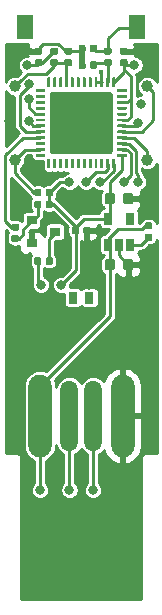
<source format=gbr>
G04 #@! TF.GenerationSoftware,KiCad,Pcbnew,5.1.5*
G04 #@! TF.CreationDate,2020-06-01T07:17:40+08:00*
G04 #@! TF.ProjectId,udisk,75646973-6b2e-46b6-9963-61645f706362,rev?*
G04 #@! TF.SameCoordinates,Original*
G04 #@! TF.FileFunction,Copper,L1,Top*
G04 #@! TF.FilePolarity,Positive*
%FSLAX46Y46*%
G04 Gerber Fmt 4.6, Leading zero omitted, Abs format (unit mm)*
G04 Created by KiCad (PCBNEW 5.1.5) date 2020-06-01 07:17:40*
%MOMM*%
%LPD*%
G04 APERTURE LIST*
%ADD10C,0.100000*%
%ADD11R,0.900000X0.800000*%
%ADD12R,0.650000X1.060000*%
%ADD13C,1.000000*%
%ADD14R,0.800000X1.000000*%
%ADD15O,1.500000X6.000000*%
%ADD16O,2.000000X7.000000*%
%ADD17R,1.400000X2.000000*%
%ADD18C,0.800000*%
%ADD19C,0.450000*%
%ADD20C,0.250000*%
%ADD21C,0.254000*%
G04 APERTURE END LIST*
G04 #@! TA.AperFunction,SMDPad,CuDef*
D10*
G36*
X138177691Y-53626053D02*
G01*
X138198926Y-53629203D01*
X138219750Y-53634419D01*
X138239962Y-53641651D01*
X138259368Y-53650830D01*
X138277781Y-53661866D01*
X138295024Y-53674654D01*
X138310930Y-53689070D01*
X138325346Y-53704976D01*
X138338134Y-53722219D01*
X138349170Y-53740632D01*
X138358349Y-53760038D01*
X138365581Y-53780250D01*
X138370797Y-53801074D01*
X138373947Y-53822309D01*
X138375000Y-53843750D01*
X138375000Y-54356250D01*
X138373947Y-54377691D01*
X138370797Y-54398926D01*
X138365581Y-54419750D01*
X138358349Y-54439962D01*
X138349170Y-54459368D01*
X138338134Y-54477781D01*
X138325346Y-54495024D01*
X138310930Y-54510930D01*
X138295024Y-54525346D01*
X138277781Y-54538134D01*
X138259368Y-54549170D01*
X138239962Y-54558349D01*
X138219750Y-54565581D01*
X138198926Y-54570797D01*
X138177691Y-54573947D01*
X138156250Y-54575000D01*
X137718750Y-54575000D01*
X137697309Y-54573947D01*
X137676074Y-54570797D01*
X137655250Y-54565581D01*
X137635038Y-54558349D01*
X137615632Y-54549170D01*
X137597219Y-54538134D01*
X137579976Y-54525346D01*
X137564070Y-54510930D01*
X137549654Y-54495024D01*
X137536866Y-54477781D01*
X137525830Y-54459368D01*
X137516651Y-54439962D01*
X137509419Y-54419750D01*
X137504203Y-54398926D01*
X137501053Y-54377691D01*
X137500000Y-54356250D01*
X137500000Y-53843750D01*
X137501053Y-53822309D01*
X137504203Y-53801074D01*
X137509419Y-53780250D01*
X137516651Y-53760038D01*
X137525830Y-53740632D01*
X137536866Y-53722219D01*
X137549654Y-53704976D01*
X137564070Y-53689070D01*
X137579976Y-53674654D01*
X137597219Y-53661866D01*
X137615632Y-53650830D01*
X137635038Y-53641651D01*
X137655250Y-53634419D01*
X137676074Y-53629203D01*
X137697309Y-53626053D01*
X137718750Y-53625000D01*
X138156250Y-53625000D01*
X138177691Y-53626053D01*
G37*
G04 #@! TD.AperFunction*
G04 #@! TA.AperFunction,SMDPad,CuDef*
G36*
X136602691Y-53626053D02*
G01*
X136623926Y-53629203D01*
X136644750Y-53634419D01*
X136664962Y-53641651D01*
X136684368Y-53650830D01*
X136702781Y-53661866D01*
X136720024Y-53674654D01*
X136735930Y-53689070D01*
X136750346Y-53704976D01*
X136763134Y-53722219D01*
X136774170Y-53740632D01*
X136783349Y-53760038D01*
X136790581Y-53780250D01*
X136795797Y-53801074D01*
X136798947Y-53822309D01*
X136800000Y-53843750D01*
X136800000Y-54356250D01*
X136798947Y-54377691D01*
X136795797Y-54398926D01*
X136790581Y-54419750D01*
X136783349Y-54439962D01*
X136774170Y-54459368D01*
X136763134Y-54477781D01*
X136750346Y-54495024D01*
X136735930Y-54510930D01*
X136720024Y-54525346D01*
X136702781Y-54538134D01*
X136684368Y-54549170D01*
X136664962Y-54558349D01*
X136644750Y-54565581D01*
X136623926Y-54570797D01*
X136602691Y-54573947D01*
X136581250Y-54575000D01*
X136143750Y-54575000D01*
X136122309Y-54573947D01*
X136101074Y-54570797D01*
X136080250Y-54565581D01*
X136060038Y-54558349D01*
X136040632Y-54549170D01*
X136022219Y-54538134D01*
X136004976Y-54525346D01*
X135989070Y-54510930D01*
X135974654Y-54495024D01*
X135961866Y-54477781D01*
X135950830Y-54459368D01*
X135941651Y-54439962D01*
X135934419Y-54419750D01*
X135929203Y-54398926D01*
X135926053Y-54377691D01*
X135925000Y-54356250D01*
X135925000Y-53843750D01*
X135926053Y-53822309D01*
X135929203Y-53801074D01*
X135934419Y-53780250D01*
X135941651Y-53760038D01*
X135950830Y-53740632D01*
X135961866Y-53722219D01*
X135974654Y-53704976D01*
X135989070Y-53689070D01*
X136004976Y-53674654D01*
X136022219Y-53661866D01*
X136040632Y-53650830D01*
X136060038Y-53641651D01*
X136080250Y-53634419D01*
X136101074Y-53629203D01*
X136122309Y-53626053D01*
X136143750Y-53625000D01*
X136581250Y-53625000D01*
X136602691Y-53626053D01*
G37*
G04 #@! TD.AperFunction*
G04 #@! TA.AperFunction,SMDPad,CuDef*
G36*
X138177691Y-48026053D02*
G01*
X138198926Y-48029203D01*
X138219750Y-48034419D01*
X138239962Y-48041651D01*
X138259368Y-48050830D01*
X138277781Y-48061866D01*
X138295024Y-48074654D01*
X138310930Y-48089070D01*
X138325346Y-48104976D01*
X138338134Y-48122219D01*
X138349170Y-48140632D01*
X138358349Y-48160038D01*
X138365581Y-48180250D01*
X138370797Y-48201074D01*
X138373947Y-48222309D01*
X138375000Y-48243750D01*
X138375000Y-48756250D01*
X138373947Y-48777691D01*
X138370797Y-48798926D01*
X138365581Y-48819750D01*
X138358349Y-48839962D01*
X138349170Y-48859368D01*
X138338134Y-48877781D01*
X138325346Y-48895024D01*
X138310930Y-48910930D01*
X138295024Y-48925346D01*
X138277781Y-48938134D01*
X138259368Y-48949170D01*
X138239962Y-48958349D01*
X138219750Y-48965581D01*
X138198926Y-48970797D01*
X138177691Y-48973947D01*
X138156250Y-48975000D01*
X137718750Y-48975000D01*
X137697309Y-48973947D01*
X137676074Y-48970797D01*
X137655250Y-48965581D01*
X137635038Y-48958349D01*
X137615632Y-48949170D01*
X137597219Y-48938134D01*
X137579976Y-48925346D01*
X137564070Y-48910930D01*
X137549654Y-48895024D01*
X137536866Y-48877781D01*
X137525830Y-48859368D01*
X137516651Y-48839962D01*
X137509419Y-48819750D01*
X137504203Y-48798926D01*
X137501053Y-48777691D01*
X137500000Y-48756250D01*
X137500000Y-48243750D01*
X137501053Y-48222309D01*
X137504203Y-48201074D01*
X137509419Y-48180250D01*
X137516651Y-48160038D01*
X137525830Y-48140632D01*
X137536866Y-48122219D01*
X137549654Y-48104976D01*
X137564070Y-48089070D01*
X137579976Y-48074654D01*
X137597219Y-48061866D01*
X137615632Y-48050830D01*
X137635038Y-48041651D01*
X137655250Y-48034419D01*
X137676074Y-48029203D01*
X137697309Y-48026053D01*
X137718750Y-48025000D01*
X138156250Y-48025000D01*
X138177691Y-48026053D01*
G37*
G04 #@! TD.AperFunction*
G04 #@! TA.AperFunction,SMDPad,CuDef*
G36*
X136602691Y-48026053D02*
G01*
X136623926Y-48029203D01*
X136644750Y-48034419D01*
X136664962Y-48041651D01*
X136684368Y-48050830D01*
X136702781Y-48061866D01*
X136720024Y-48074654D01*
X136735930Y-48089070D01*
X136750346Y-48104976D01*
X136763134Y-48122219D01*
X136774170Y-48140632D01*
X136783349Y-48160038D01*
X136790581Y-48180250D01*
X136795797Y-48201074D01*
X136798947Y-48222309D01*
X136800000Y-48243750D01*
X136800000Y-48756250D01*
X136798947Y-48777691D01*
X136795797Y-48798926D01*
X136790581Y-48819750D01*
X136783349Y-48839962D01*
X136774170Y-48859368D01*
X136763134Y-48877781D01*
X136750346Y-48895024D01*
X136735930Y-48910930D01*
X136720024Y-48925346D01*
X136702781Y-48938134D01*
X136684368Y-48949170D01*
X136664962Y-48958349D01*
X136644750Y-48965581D01*
X136623926Y-48970797D01*
X136602691Y-48973947D01*
X136581250Y-48975000D01*
X136143750Y-48975000D01*
X136122309Y-48973947D01*
X136101074Y-48970797D01*
X136080250Y-48965581D01*
X136060038Y-48958349D01*
X136040632Y-48949170D01*
X136022219Y-48938134D01*
X136004976Y-48925346D01*
X135989070Y-48910930D01*
X135974654Y-48895024D01*
X135961866Y-48877781D01*
X135950830Y-48859368D01*
X135941651Y-48839962D01*
X135934419Y-48819750D01*
X135929203Y-48798926D01*
X135926053Y-48777691D01*
X135925000Y-48756250D01*
X135925000Y-48243750D01*
X135926053Y-48222309D01*
X135929203Y-48201074D01*
X135934419Y-48180250D01*
X135941651Y-48160038D01*
X135950830Y-48140632D01*
X135961866Y-48122219D01*
X135974654Y-48104976D01*
X135989070Y-48089070D01*
X136004976Y-48074654D01*
X136022219Y-48061866D01*
X136040632Y-48050830D01*
X136060038Y-48041651D01*
X136080250Y-48034419D01*
X136101074Y-48029203D01*
X136122309Y-48026053D01*
X136143750Y-48025000D01*
X136581250Y-48025000D01*
X136602691Y-48026053D01*
G37*
G04 #@! TD.AperFunction*
G04 #@! TA.AperFunction,SMDPad,CuDef*
G36*
X133626958Y-50880710D02*
G01*
X133641276Y-50882834D01*
X133655317Y-50886351D01*
X133668946Y-50891228D01*
X133682031Y-50897417D01*
X133694447Y-50904858D01*
X133706073Y-50913481D01*
X133716798Y-50923202D01*
X133726519Y-50933927D01*
X133735142Y-50945553D01*
X133742583Y-50957969D01*
X133748772Y-50971054D01*
X133753649Y-50984683D01*
X133757166Y-50998724D01*
X133759290Y-51013042D01*
X133760000Y-51027500D01*
X133760000Y-51372500D01*
X133759290Y-51386958D01*
X133757166Y-51401276D01*
X133753649Y-51415317D01*
X133748772Y-51428946D01*
X133742583Y-51442031D01*
X133735142Y-51454447D01*
X133726519Y-51466073D01*
X133716798Y-51476798D01*
X133706073Y-51486519D01*
X133694447Y-51495142D01*
X133682031Y-51502583D01*
X133668946Y-51508772D01*
X133655317Y-51513649D01*
X133641276Y-51517166D01*
X133626958Y-51519290D01*
X133612500Y-51520000D01*
X133317500Y-51520000D01*
X133303042Y-51519290D01*
X133288724Y-51517166D01*
X133274683Y-51513649D01*
X133261054Y-51508772D01*
X133247969Y-51502583D01*
X133235553Y-51495142D01*
X133223927Y-51486519D01*
X133213202Y-51476798D01*
X133203481Y-51466073D01*
X133194858Y-51454447D01*
X133187417Y-51442031D01*
X133181228Y-51428946D01*
X133176351Y-51415317D01*
X133172834Y-51401276D01*
X133170710Y-51386958D01*
X133170000Y-51372500D01*
X133170000Y-51027500D01*
X133170710Y-51013042D01*
X133172834Y-50998724D01*
X133176351Y-50984683D01*
X133181228Y-50971054D01*
X133187417Y-50957969D01*
X133194858Y-50945553D01*
X133203481Y-50933927D01*
X133213202Y-50923202D01*
X133223927Y-50913481D01*
X133235553Y-50904858D01*
X133247969Y-50897417D01*
X133261054Y-50891228D01*
X133274683Y-50886351D01*
X133288724Y-50882834D01*
X133303042Y-50880710D01*
X133317500Y-50880000D01*
X133612500Y-50880000D01*
X133626958Y-50880710D01*
G37*
G04 #@! TD.AperFunction*
G04 #@! TA.AperFunction,SMDPad,CuDef*
G36*
X134596958Y-50880710D02*
G01*
X134611276Y-50882834D01*
X134625317Y-50886351D01*
X134638946Y-50891228D01*
X134652031Y-50897417D01*
X134664447Y-50904858D01*
X134676073Y-50913481D01*
X134686798Y-50923202D01*
X134696519Y-50933927D01*
X134705142Y-50945553D01*
X134712583Y-50957969D01*
X134718772Y-50971054D01*
X134723649Y-50984683D01*
X134727166Y-50998724D01*
X134729290Y-51013042D01*
X134730000Y-51027500D01*
X134730000Y-51372500D01*
X134729290Y-51386958D01*
X134727166Y-51401276D01*
X134723649Y-51415317D01*
X134718772Y-51428946D01*
X134712583Y-51442031D01*
X134705142Y-51454447D01*
X134696519Y-51466073D01*
X134686798Y-51476798D01*
X134676073Y-51486519D01*
X134664447Y-51495142D01*
X134652031Y-51502583D01*
X134638946Y-51508772D01*
X134625317Y-51513649D01*
X134611276Y-51517166D01*
X134596958Y-51519290D01*
X134582500Y-51520000D01*
X134287500Y-51520000D01*
X134273042Y-51519290D01*
X134258724Y-51517166D01*
X134244683Y-51513649D01*
X134231054Y-51508772D01*
X134217969Y-51502583D01*
X134205553Y-51495142D01*
X134193927Y-51486519D01*
X134183202Y-51476798D01*
X134173481Y-51466073D01*
X134164858Y-51454447D01*
X134157417Y-51442031D01*
X134151228Y-51428946D01*
X134146351Y-51415317D01*
X134142834Y-51401276D01*
X134140710Y-51386958D01*
X134140000Y-51372500D01*
X134140000Y-51027500D01*
X134140710Y-51013042D01*
X134142834Y-50998724D01*
X134146351Y-50984683D01*
X134151228Y-50971054D01*
X134157417Y-50957969D01*
X134164858Y-50945553D01*
X134173481Y-50933927D01*
X134183202Y-50923202D01*
X134193927Y-50913481D01*
X134205553Y-50904858D01*
X134217969Y-50897417D01*
X134231054Y-50891228D01*
X134244683Y-50886351D01*
X134258724Y-50882834D01*
X134273042Y-50880710D01*
X134287500Y-50880000D01*
X134582500Y-50880000D01*
X134596958Y-50880710D01*
G37*
G04 #@! TD.AperFunction*
D11*
X131750000Y-51300000D03*
X129750000Y-52250000D03*
X129750000Y-50350000D03*
G04 #@! TA.AperFunction,SMDPad,CuDef*
D10*
G36*
X139836958Y-50520710D02*
G01*
X139851276Y-50522834D01*
X139865317Y-50526351D01*
X139878946Y-50531228D01*
X139892031Y-50537417D01*
X139904447Y-50544858D01*
X139916073Y-50553481D01*
X139926798Y-50563202D01*
X139936519Y-50573927D01*
X139945142Y-50585553D01*
X139952583Y-50597969D01*
X139958772Y-50611054D01*
X139963649Y-50624683D01*
X139967166Y-50638724D01*
X139969290Y-50653042D01*
X139970000Y-50667500D01*
X139970000Y-50962500D01*
X139969290Y-50976958D01*
X139967166Y-50991276D01*
X139963649Y-51005317D01*
X139958772Y-51018946D01*
X139952583Y-51032031D01*
X139945142Y-51044447D01*
X139936519Y-51056073D01*
X139926798Y-51066798D01*
X139916073Y-51076519D01*
X139904447Y-51085142D01*
X139892031Y-51092583D01*
X139878946Y-51098772D01*
X139865317Y-51103649D01*
X139851276Y-51107166D01*
X139836958Y-51109290D01*
X139822500Y-51110000D01*
X139477500Y-51110000D01*
X139463042Y-51109290D01*
X139448724Y-51107166D01*
X139434683Y-51103649D01*
X139421054Y-51098772D01*
X139407969Y-51092583D01*
X139395553Y-51085142D01*
X139383927Y-51076519D01*
X139373202Y-51066798D01*
X139363481Y-51056073D01*
X139354858Y-51044447D01*
X139347417Y-51032031D01*
X139341228Y-51018946D01*
X139336351Y-51005317D01*
X139332834Y-50991276D01*
X139330710Y-50976958D01*
X139330000Y-50962500D01*
X139330000Y-50667500D01*
X139330710Y-50653042D01*
X139332834Y-50638724D01*
X139336351Y-50624683D01*
X139341228Y-50611054D01*
X139347417Y-50597969D01*
X139354858Y-50585553D01*
X139363481Y-50573927D01*
X139373202Y-50563202D01*
X139383927Y-50553481D01*
X139395553Y-50544858D01*
X139407969Y-50537417D01*
X139421054Y-50531228D01*
X139434683Y-50526351D01*
X139448724Y-50522834D01*
X139463042Y-50520710D01*
X139477500Y-50520000D01*
X139822500Y-50520000D01*
X139836958Y-50520710D01*
G37*
G04 #@! TD.AperFunction*
G04 #@! TA.AperFunction,SMDPad,CuDef*
G36*
X139836958Y-51490710D02*
G01*
X139851276Y-51492834D01*
X139865317Y-51496351D01*
X139878946Y-51501228D01*
X139892031Y-51507417D01*
X139904447Y-51514858D01*
X139916073Y-51523481D01*
X139926798Y-51533202D01*
X139936519Y-51543927D01*
X139945142Y-51555553D01*
X139952583Y-51567969D01*
X139958772Y-51581054D01*
X139963649Y-51594683D01*
X139967166Y-51608724D01*
X139969290Y-51623042D01*
X139970000Y-51637500D01*
X139970000Y-51932500D01*
X139969290Y-51946958D01*
X139967166Y-51961276D01*
X139963649Y-51975317D01*
X139958772Y-51988946D01*
X139952583Y-52002031D01*
X139945142Y-52014447D01*
X139936519Y-52026073D01*
X139926798Y-52036798D01*
X139916073Y-52046519D01*
X139904447Y-52055142D01*
X139892031Y-52062583D01*
X139878946Y-52068772D01*
X139865317Y-52073649D01*
X139851276Y-52077166D01*
X139836958Y-52079290D01*
X139822500Y-52080000D01*
X139477500Y-52080000D01*
X139463042Y-52079290D01*
X139448724Y-52077166D01*
X139434683Y-52073649D01*
X139421054Y-52068772D01*
X139407969Y-52062583D01*
X139395553Y-52055142D01*
X139383927Y-52046519D01*
X139373202Y-52036798D01*
X139363481Y-52026073D01*
X139354858Y-52014447D01*
X139347417Y-52002031D01*
X139341228Y-51988946D01*
X139336351Y-51975317D01*
X139332834Y-51961276D01*
X139330710Y-51946958D01*
X139330000Y-51932500D01*
X139330000Y-51637500D01*
X139330710Y-51623042D01*
X139332834Y-51608724D01*
X139336351Y-51594683D01*
X139341228Y-51581054D01*
X139347417Y-51567969D01*
X139354858Y-51555553D01*
X139363481Y-51543927D01*
X139373202Y-51533202D01*
X139383927Y-51523481D01*
X139395553Y-51514858D01*
X139407969Y-51507417D01*
X139421054Y-51501228D01*
X139434683Y-51496351D01*
X139448724Y-51492834D01*
X139463042Y-51490710D01*
X139477500Y-51490000D01*
X139822500Y-51490000D01*
X139836958Y-51490710D01*
G37*
G04 #@! TD.AperFunction*
G04 #@! TA.AperFunction,SMDPad,CuDef*
G36*
X128536958Y-50620710D02*
G01*
X128551276Y-50622834D01*
X128565317Y-50626351D01*
X128578946Y-50631228D01*
X128592031Y-50637417D01*
X128604447Y-50644858D01*
X128616073Y-50653481D01*
X128626798Y-50663202D01*
X128636519Y-50673927D01*
X128645142Y-50685553D01*
X128652583Y-50697969D01*
X128658772Y-50711054D01*
X128663649Y-50724683D01*
X128667166Y-50738724D01*
X128669290Y-50753042D01*
X128670000Y-50767500D01*
X128670000Y-51062500D01*
X128669290Y-51076958D01*
X128667166Y-51091276D01*
X128663649Y-51105317D01*
X128658772Y-51118946D01*
X128652583Y-51132031D01*
X128645142Y-51144447D01*
X128636519Y-51156073D01*
X128626798Y-51166798D01*
X128616073Y-51176519D01*
X128604447Y-51185142D01*
X128592031Y-51192583D01*
X128578946Y-51198772D01*
X128565317Y-51203649D01*
X128551276Y-51207166D01*
X128536958Y-51209290D01*
X128522500Y-51210000D01*
X128177500Y-51210000D01*
X128163042Y-51209290D01*
X128148724Y-51207166D01*
X128134683Y-51203649D01*
X128121054Y-51198772D01*
X128107969Y-51192583D01*
X128095553Y-51185142D01*
X128083927Y-51176519D01*
X128073202Y-51166798D01*
X128063481Y-51156073D01*
X128054858Y-51144447D01*
X128047417Y-51132031D01*
X128041228Y-51118946D01*
X128036351Y-51105317D01*
X128032834Y-51091276D01*
X128030710Y-51076958D01*
X128030000Y-51062500D01*
X128030000Y-50767500D01*
X128030710Y-50753042D01*
X128032834Y-50738724D01*
X128036351Y-50724683D01*
X128041228Y-50711054D01*
X128047417Y-50697969D01*
X128054858Y-50685553D01*
X128063481Y-50673927D01*
X128073202Y-50663202D01*
X128083927Y-50653481D01*
X128095553Y-50644858D01*
X128107969Y-50637417D01*
X128121054Y-50631228D01*
X128134683Y-50626351D01*
X128148724Y-50622834D01*
X128163042Y-50620710D01*
X128177500Y-50620000D01*
X128522500Y-50620000D01*
X128536958Y-50620710D01*
G37*
G04 #@! TD.AperFunction*
G04 #@! TA.AperFunction,SMDPad,CuDef*
G36*
X128536958Y-51590710D02*
G01*
X128551276Y-51592834D01*
X128565317Y-51596351D01*
X128578946Y-51601228D01*
X128592031Y-51607417D01*
X128604447Y-51614858D01*
X128616073Y-51623481D01*
X128626798Y-51633202D01*
X128636519Y-51643927D01*
X128645142Y-51655553D01*
X128652583Y-51667969D01*
X128658772Y-51681054D01*
X128663649Y-51694683D01*
X128667166Y-51708724D01*
X128669290Y-51723042D01*
X128670000Y-51737500D01*
X128670000Y-52032500D01*
X128669290Y-52046958D01*
X128667166Y-52061276D01*
X128663649Y-52075317D01*
X128658772Y-52088946D01*
X128652583Y-52102031D01*
X128645142Y-52114447D01*
X128636519Y-52126073D01*
X128626798Y-52136798D01*
X128616073Y-52146519D01*
X128604447Y-52155142D01*
X128592031Y-52162583D01*
X128578946Y-52168772D01*
X128565317Y-52173649D01*
X128551276Y-52177166D01*
X128536958Y-52179290D01*
X128522500Y-52180000D01*
X128177500Y-52180000D01*
X128163042Y-52179290D01*
X128148724Y-52177166D01*
X128134683Y-52173649D01*
X128121054Y-52168772D01*
X128107969Y-52162583D01*
X128095553Y-52155142D01*
X128083927Y-52146519D01*
X128073202Y-52136798D01*
X128063481Y-52126073D01*
X128054858Y-52114447D01*
X128047417Y-52102031D01*
X128041228Y-52088946D01*
X128036351Y-52075317D01*
X128032834Y-52061276D01*
X128030710Y-52046958D01*
X128030000Y-52032500D01*
X128030000Y-51737500D01*
X128030710Y-51723042D01*
X128032834Y-51708724D01*
X128036351Y-51694683D01*
X128041228Y-51681054D01*
X128047417Y-51667969D01*
X128054858Y-51655553D01*
X128063481Y-51643927D01*
X128073202Y-51633202D01*
X128083927Y-51623481D01*
X128095553Y-51614858D01*
X128107969Y-51607417D01*
X128121054Y-51601228D01*
X128134683Y-51596351D01*
X128148724Y-51592834D01*
X128163042Y-51590710D01*
X128177500Y-51590000D01*
X128522500Y-51590000D01*
X128536958Y-51590710D01*
G37*
G04 #@! TD.AperFunction*
G04 #@! TA.AperFunction,SMDPad,CuDef*
G36*
X130426958Y-48680710D02*
G01*
X130441276Y-48682834D01*
X130455317Y-48686351D01*
X130468946Y-48691228D01*
X130482031Y-48697417D01*
X130494447Y-48704858D01*
X130506073Y-48713481D01*
X130516798Y-48723202D01*
X130526519Y-48733927D01*
X130535142Y-48745553D01*
X130542583Y-48757969D01*
X130548772Y-48771054D01*
X130553649Y-48784683D01*
X130557166Y-48798724D01*
X130559290Y-48813042D01*
X130560000Y-48827500D01*
X130560000Y-49172500D01*
X130559290Y-49186958D01*
X130557166Y-49201276D01*
X130553649Y-49215317D01*
X130548772Y-49228946D01*
X130542583Y-49242031D01*
X130535142Y-49254447D01*
X130526519Y-49266073D01*
X130516798Y-49276798D01*
X130506073Y-49286519D01*
X130494447Y-49295142D01*
X130482031Y-49302583D01*
X130468946Y-49308772D01*
X130455317Y-49313649D01*
X130441276Y-49317166D01*
X130426958Y-49319290D01*
X130412500Y-49320000D01*
X130117500Y-49320000D01*
X130103042Y-49319290D01*
X130088724Y-49317166D01*
X130074683Y-49313649D01*
X130061054Y-49308772D01*
X130047969Y-49302583D01*
X130035553Y-49295142D01*
X130023927Y-49286519D01*
X130013202Y-49276798D01*
X130003481Y-49266073D01*
X129994858Y-49254447D01*
X129987417Y-49242031D01*
X129981228Y-49228946D01*
X129976351Y-49215317D01*
X129972834Y-49201276D01*
X129970710Y-49186958D01*
X129970000Y-49172500D01*
X129970000Y-48827500D01*
X129970710Y-48813042D01*
X129972834Y-48798724D01*
X129976351Y-48784683D01*
X129981228Y-48771054D01*
X129987417Y-48757969D01*
X129994858Y-48745553D01*
X130003481Y-48733927D01*
X130013202Y-48723202D01*
X130023927Y-48713481D01*
X130035553Y-48704858D01*
X130047969Y-48697417D01*
X130061054Y-48691228D01*
X130074683Y-48686351D01*
X130088724Y-48682834D01*
X130103042Y-48680710D01*
X130117500Y-48680000D01*
X130412500Y-48680000D01*
X130426958Y-48680710D01*
G37*
G04 #@! TD.AperFunction*
G04 #@! TA.AperFunction,SMDPad,CuDef*
G36*
X131396958Y-48680710D02*
G01*
X131411276Y-48682834D01*
X131425317Y-48686351D01*
X131438946Y-48691228D01*
X131452031Y-48697417D01*
X131464447Y-48704858D01*
X131476073Y-48713481D01*
X131486798Y-48723202D01*
X131496519Y-48733927D01*
X131505142Y-48745553D01*
X131512583Y-48757969D01*
X131518772Y-48771054D01*
X131523649Y-48784683D01*
X131527166Y-48798724D01*
X131529290Y-48813042D01*
X131530000Y-48827500D01*
X131530000Y-49172500D01*
X131529290Y-49186958D01*
X131527166Y-49201276D01*
X131523649Y-49215317D01*
X131518772Y-49228946D01*
X131512583Y-49242031D01*
X131505142Y-49254447D01*
X131496519Y-49266073D01*
X131486798Y-49276798D01*
X131476073Y-49286519D01*
X131464447Y-49295142D01*
X131452031Y-49302583D01*
X131438946Y-49308772D01*
X131425317Y-49313649D01*
X131411276Y-49317166D01*
X131396958Y-49319290D01*
X131382500Y-49320000D01*
X131087500Y-49320000D01*
X131073042Y-49319290D01*
X131058724Y-49317166D01*
X131044683Y-49313649D01*
X131031054Y-49308772D01*
X131017969Y-49302583D01*
X131005553Y-49295142D01*
X130993927Y-49286519D01*
X130983202Y-49276798D01*
X130973481Y-49266073D01*
X130964858Y-49254447D01*
X130957417Y-49242031D01*
X130951228Y-49228946D01*
X130946351Y-49215317D01*
X130942834Y-49201276D01*
X130940710Y-49186958D01*
X130940000Y-49172500D01*
X130940000Y-48827500D01*
X130940710Y-48813042D01*
X130942834Y-48798724D01*
X130946351Y-48784683D01*
X130951228Y-48771054D01*
X130957417Y-48757969D01*
X130964858Y-48745553D01*
X130973481Y-48733927D01*
X130983202Y-48723202D01*
X130993927Y-48713481D01*
X131005553Y-48704858D01*
X131017969Y-48697417D01*
X131031054Y-48691228D01*
X131044683Y-48686351D01*
X131058724Y-48682834D01*
X131073042Y-48680710D01*
X131087500Y-48680000D01*
X131382500Y-48680000D01*
X131396958Y-48680710D01*
G37*
G04 #@! TD.AperFunction*
G04 #@! TA.AperFunction,SMDPad,CuDef*
G36*
X131396958Y-53480710D02*
G01*
X131411276Y-53482834D01*
X131425317Y-53486351D01*
X131438946Y-53491228D01*
X131452031Y-53497417D01*
X131464447Y-53504858D01*
X131476073Y-53513481D01*
X131486798Y-53523202D01*
X131496519Y-53533927D01*
X131505142Y-53545553D01*
X131512583Y-53557969D01*
X131518772Y-53571054D01*
X131523649Y-53584683D01*
X131527166Y-53598724D01*
X131529290Y-53613042D01*
X131530000Y-53627500D01*
X131530000Y-53972500D01*
X131529290Y-53986958D01*
X131527166Y-54001276D01*
X131523649Y-54015317D01*
X131518772Y-54028946D01*
X131512583Y-54042031D01*
X131505142Y-54054447D01*
X131496519Y-54066073D01*
X131486798Y-54076798D01*
X131476073Y-54086519D01*
X131464447Y-54095142D01*
X131452031Y-54102583D01*
X131438946Y-54108772D01*
X131425317Y-54113649D01*
X131411276Y-54117166D01*
X131396958Y-54119290D01*
X131382500Y-54120000D01*
X131087500Y-54120000D01*
X131073042Y-54119290D01*
X131058724Y-54117166D01*
X131044683Y-54113649D01*
X131031054Y-54108772D01*
X131017969Y-54102583D01*
X131005553Y-54095142D01*
X130993927Y-54086519D01*
X130983202Y-54076798D01*
X130973481Y-54066073D01*
X130964858Y-54054447D01*
X130957417Y-54042031D01*
X130951228Y-54028946D01*
X130946351Y-54015317D01*
X130942834Y-54001276D01*
X130940710Y-53986958D01*
X130940000Y-53972500D01*
X130940000Y-53627500D01*
X130940710Y-53613042D01*
X130942834Y-53598724D01*
X130946351Y-53584683D01*
X130951228Y-53571054D01*
X130957417Y-53557969D01*
X130964858Y-53545553D01*
X130973481Y-53533927D01*
X130983202Y-53523202D01*
X130993927Y-53513481D01*
X131005553Y-53504858D01*
X131017969Y-53497417D01*
X131031054Y-53491228D01*
X131044683Y-53486351D01*
X131058724Y-53482834D01*
X131073042Y-53480710D01*
X131087500Y-53480000D01*
X131382500Y-53480000D01*
X131396958Y-53480710D01*
G37*
G04 #@! TD.AperFunction*
G04 #@! TA.AperFunction,SMDPad,CuDef*
G36*
X130426958Y-53480710D02*
G01*
X130441276Y-53482834D01*
X130455317Y-53486351D01*
X130468946Y-53491228D01*
X130482031Y-53497417D01*
X130494447Y-53504858D01*
X130506073Y-53513481D01*
X130516798Y-53523202D01*
X130526519Y-53533927D01*
X130535142Y-53545553D01*
X130542583Y-53557969D01*
X130548772Y-53571054D01*
X130553649Y-53584683D01*
X130557166Y-53598724D01*
X130559290Y-53613042D01*
X130560000Y-53627500D01*
X130560000Y-53972500D01*
X130559290Y-53986958D01*
X130557166Y-54001276D01*
X130553649Y-54015317D01*
X130548772Y-54028946D01*
X130542583Y-54042031D01*
X130535142Y-54054447D01*
X130526519Y-54066073D01*
X130516798Y-54076798D01*
X130506073Y-54086519D01*
X130494447Y-54095142D01*
X130482031Y-54102583D01*
X130468946Y-54108772D01*
X130455317Y-54113649D01*
X130441276Y-54117166D01*
X130426958Y-54119290D01*
X130412500Y-54120000D01*
X130117500Y-54120000D01*
X130103042Y-54119290D01*
X130088724Y-54117166D01*
X130074683Y-54113649D01*
X130061054Y-54108772D01*
X130047969Y-54102583D01*
X130035553Y-54095142D01*
X130023927Y-54086519D01*
X130013202Y-54076798D01*
X130003481Y-54066073D01*
X129994858Y-54054447D01*
X129987417Y-54042031D01*
X129981228Y-54028946D01*
X129976351Y-54015317D01*
X129972834Y-54001276D01*
X129970710Y-53986958D01*
X129970000Y-53972500D01*
X129970000Y-53627500D01*
X129970710Y-53613042D01*
X129972834Y-53598724D01*
X129976351Y-53584683D01*
X129981228Y-53571054D01*
X129987417Y-53557969D01*
X129994858Y-53545553D01*
X130003481Y-53533927D01*
X130013202Y-53523202D01*
X130023927Y-53513481D01*
X130035553Y-53504858D01*
X130047969Y-53497417D01*
X130061054Y-53491228D01*
X130074683Y-53486351D01*
X130088724Y-53482834D01*
X130103042Y-53480710D01*
X130117500Y-53480000D01*
X130412500Y-53480000D01*
X130426958Y-53480710D01*
G37*
G04 #@! TD.AperFunction*
G04 #@! TA.AperFunction,SMDPad,CuDef*
G36*
X130441958Y-47680710D02*
G01*
X130456276Y-47682834D01*
X130470317Y-47686351D01*
X130483946Y-47691228D01*
X130497031Y-47697417D01*
X130509447Y-47704858D01*
X130521073Y-47713481D01*
X130531798Y-47723202D01*
X130541519Y-47733927D01*
X130550142Y-47745553D01*
X130557583Y-47757969D01*
X130563772Y-47771054D01*
X130568649Y-47784683D01*
X130572166Y-47798724D01*
X130574290Y-47813042D01*
X130575000Y-47827500D01*
X130575000Y-48172500D01*
X130574290Y-48186958D01*
X130572166Y-48201276D01*
X130568649Y-48215317D01*
X130563772Y-48228946D01*
X130557583Y-48242031D01*
X130550142Y-48254447D01*
X130541519Y-48266073D01*
X130531798Y-48276798D01*
X130521073Y-48286519D01*
X130509447Y-48295142D01*
X130497031Y-48302583D01*
X130483946Y-48308772D01*
X130470317Y-48313649D01*
X130456276Y-48317166D01*
X130441958Y-48319290D01*
X130427500Y-48320000D01*
X130132500Y-48320000D01*
X130118042Y-48319290D01*
X130103724Y-48317166D01*
X130089683Y-48313649D01*
X130076054Y-48308772D01*
X130062969Y-48302583D01*
X130050553Y-48295142D01*
X130038927Y-48286519D01*
X130028202Y-48276798D01*
X130018481Y-48266073D01*
X130009858Y-48254447D01*
X130002417Y-48242031D01*
X129996228Y-48228946D01*
X129991351Y-48215317D01*
X129987834Y-48201276D01*
X129985710Y-48186958D01*
X129985000Y-48172500D01*
X129985000Y-47827500D01*
X129985710Y-47813042D01*
X129987834Y-47798724D01*
X129991351Y-47784683D01*
X129996228Y-47771054D01*
X130002417Y-47757969D01*
X130009858Y-47745553D01*
X130018481Y-47733927D01*
X130028202Y-47723202D01*
X130038927Y-47713481D01*
X130050553Y-47704858D01*
X130062969Y-47697417D01*
X130076054Y-47691228D01*
X130089683Y-47686351D01*
X130103724Y-47682834D01*
X130118042Y-47680710D01*
X130132500Y-47680000D01*
X130427500Y-47680000D01*
X130441958Y-47680710D01*
G37*
G04 #@! TD.AperFunction*
G04 #@! TA.AperFunction,SMDPad,CuDef*
G36*
X131411958Y-47680710D02*
G01*
X131426276Y-47682834D01*
X131440317Y-47686351D01*
X131453946Y-47691228D01*
X131467031Y-47697417D01*
X131479447Y-47704858D01*
X131491073Y-47713481D01*
X131501798Y-47723202D01*
X131511519Y-47733927D01*
X131520142Y-47745553D01*
X131527583Y-47757969D01*
X131533772Y-47771054D01*
X131538649Y-47784683D01*
X131542166Y-47798724D01*
X131544290Y-47813042D01*
X131545000Y-47827500D01*
X131545000Y-48172500D01*
X131544290Y-48186958D01*
X131542166Y-48201276D01*
X131538649Y-48215317D01*
X131533772Y-48228946D01*
X131527583Y-48242031D01*
X131520142Y-48254447D01*
X131511519Y-48266073D01*
X131501798Y-48276798D01*
X131491073Y-48286519D01*
X131479447Y-48295142D01*
X131467031Y-48302583D01*
X131453946Y-48308772D01*
X131440317Y-48313649D01*
X131426276Y-48317166D01*
X131411958Y-48319290D01*
X131397500Y-48320000D01*
X131102500Y-48320000D01*
X131088042Y-48319290D01*
X131073724Y-48317166D01*
X131059683Y-48313649D01*
X131046054Y-48308772D01*
X131032969Y-48302583D01*
X131020553Y-48295142D01*
X131008927Y-48286519D01*
X130998202Y-48276798D01*
X130988481Y-48266073D01*
X130979858Y-48254447D01*
X130972417Y-48242031D01*
X130966228Y-48228946D01*
X130961351Y-48215317D01*
X130957834Y-48201276D01*
X130955710Y-48186958D01*
X130955000Y-48172500D01*
X130955000Y-47827500D01*
X130955710Y-47813042D01*
X130957834Y-47798724D01*
X130961351Y-47784683D01*
X130966228Y-47771054D01*
X130972417Y-47757969D01*
X130979858Y-47745553D01*
X130988481Y-47733927D01*
X130998202Y-47723202D01*
X131008927Y-47713481D01*
X131020553Y-47704858D01*
X131032969Y-47697417D01*
X131046054Y-47691228D01*
X131059683Y-47686351D01*
X131073724Y-47682834D01*
X131088042Y-47680710D01*
X131102500Y-47680000D01*
X131397500Y-47680000D01*
X131411958Y-47680710D01*
G37*
G04 #@! TD.AperFunction*
D12*
X136200000Y-50200000D03*
X138100000Y-50200000D03*
X138100000Y-52400000D03*
X137150000Y-52400000D03*
X136200000Y-52400000D03*
G04 #@! TA.AperFunction,SMDPad,CuDef*
D10*
G36*
X137743626Y-39225301D02*
G01*
X137749693Y-39226201D01*
X137755643Y-39227691D01*
X137761418Y-39229758D01*
X137766962Y-39232380D01*
X137772223Y-39235533D01*
X137777150Y-39239187D01*
X137781694Y-39243306D01*
X137785813Y-39247850D01*
X137789467Y-39252777D01*
X137792620Y-39258038D01*
X137795242Y-39263582D01*
X137797309Y-39269357D01*
X137798799Y-39275307D01*
X137799699Y-39281374D01*
X137800000Y-39287500D01*
X137800000Y-39412500D01*
X137799699Y-39418626D01*
X137798799Y-39424693D01*
X137797309Y-39430643D01*
X137795242Y-39436418D01*
X137792620Y-39441962D01*
X137789467Y-39447223D01*
X137785813Y-39452150D01*
X137781694Y-39456694D01*
X137777150Y-39460813D01*
X137772223Y-39464467D01*
X137766962Y-39467620D01*
X137761418Y-39470242D01*
X137755643Y-39472309D01*
X137749693Y-39473799D01*
X137743626Y-39474699D01*
X137737500Y-39475000D01*
X137062500Y-39475000D01*
X137056374Y-39474699D01*
X137050307Y-39473799D01*
X137044357Y-39472309D01*
X137038582Y-39470242D01*
X137033038Y-39467620D01*
X137027777Y-39464467D01*
X137022850Y-39460813D01*
X137018306Y-39456694D01*
X137014187Y-39452150D01*
X137010533Y-39447223D01*
X137007380Y-39441962D01*
X137004758Y-39436418D01*
X137002691Y-39430643D01*
X137001201Y-39424693D01*
X137000301Y-39418626D01*
X137000000Y-39412500D01*
X137000000Y-39287500D01*
X137000301Y-39281374D01*
X137001201Y-39275307D01*
X137002691Y-39269357D01*
X137004758Y-39263582D01*
X137007380Y-39258038D01*
X137010533Y-39252777D01*
X137014187Y-39247850D01*
X137018306Y-39243306D01*
X137022850Y-39239187D01*
X137027777Y-39235533D01*
X137033038Y-39232380D01*
X137038582Y-39229758D01*
X137044357Y-39227691D01*
X137050307Y-39226201D01*
X137056374Y-39225301D01*
X137062500Y-39225000D01*
X137737500Y-39225000D01*
X137743626Y-39225301D01*
G37*
G04 #@! TD.AperFunction*
G04 #@! TA.AperFunction,SMDPad,CuDef*
G36*
X137743626Y-39725301D02*
G01*
X137749693Y-39726201D01*
X137755643Y-39727691D01*
X137761418Y-39729758D01*
X137766962Y-39732380D01*
X137772223Y-39735533D01*
X137777150Y-39739187D01*
X137781694Y-39743306D01*
X137785813Y-39747850D01*
X137789467Y-39752777D01*
X137792620Y-39758038D01*
X137795242Y-39763582D01*
X137797309Y-39769357D01*
X137798799Y-39775307D01*
X137799699Y-39781374D01*
X137800000Y-39787500D01*
X137800000Y-39912500D01*
X137799699Y-39918626D01*
X137798799Y-39924693D01*
X137797309Y-39930643D01*
X137795242Y-39936418D01*
X137792620Y-39941962D01*
X137789467Y-39947223D01*
X137785813Y-39952150D01*
X137781694Y-39956694D01*
X137777150Y-39960813D01*
X137772223Y-39964467D01*
X137766962Y-39967620D01*
X137761418Y-39970242D01*
X137755643Y-39972309D01*
X137749693Y-39973799D01*
X137743626Y-39974699D01*
X137737500Y-39975000D01*
X137062500Y-39975000D01*
X137056374Y-39974699D01*
X137050307Y-39973799D01*
X137044357Y-39972309D01*
X137038582Y-39970242D01*
X137033038Y-39967620D01*
X137027777Y-39964467D01*
X137022850Y-39960813D01*
X137018306Y-39956694D01*
X137014187Y-39952150D01*
X137010533Y-39947223D01*
X137007380Y-39941962D01*
X137004758Y-39936418D01*
X137002691Y-39930643D01*
X137001201Y-39924693D01*
X137000301Y-39918626D01*
X137000000Y-39912500D01*
X137000000Y-39787500D01*
X137000301Y-39781374D01*
X137001201Y-39775307D01*
X137002691Y-39769357D01*
X137004758Y-39763582D01*
X137007380Y-39758038D01*
X137010533Y-39752777D01*
X137014187Y-39747850D01*
X137018306Y-39743306D01*
X137022850Y-39739187D01*
X137027777Y-39735533D01*
X137033038Y-39732380D01*
X137038582Y-39729758D01*
X137044357Y-39727691D01*
X137050307Y-39726201D01*
X137056374Y-39725301D01*
X137062500Y-39725000D01*
X137737500Y-39725000D01*
X137743626Y-39725301D01*
G37*
G04 #@! TD.AperFunction*
G04 #@! TA.AperFunction,SMDPad,CuDef*
G36*
X137743626Y-40225301D02*
G01*
X137749693Y-40226201D01*
X137755643Y-40227691D01*
X137761418Y-40229758D01*
X137766962Y-40232380D01*
X137772223Y-40235533D01*
X137777150Y-40239187D01*
X137781694Y-40243306D01*
X137785813Y-40247850D01*
X137789467Y-40252777D01*
X137792620Y-40258038D01*
X137795242Y-40263582D01*
X137797309Y-40269357D01*
X137798799Y-40275307D01*
X137799699Y-40281374D01*
X137800000Y-40287500D01*
X137800000Y-40412500D01*
X137799699Y-40418626D01*
X137798799Y-40424693D01*
X137797309Y-40430643D01*
X137795242Y-40436418D01*
X137792620Y-40441962D01*
X137789467Y-40447223D01*
X137785813Y-40452150D01*
X137781694Y-40456694D01*
X137777150Y-40460813D01*
X137772223Y-40464467D01*
X137766962Y-40467620D01*
X137761418Y-40470242D01*
X137755643Y-40472309D01*
X137749693Y-40473799D01*
X137743626Y-40474699D01*
X137737500Y-40475000D01*
X137062500Y-40475000D01*
X137056374Y-40474699D01*
X137050307Y-40473799D01*
X137044357Y-40472309D01*
X137038582Y-40470242D01*
X137033038Y-40467620D01*
X137027777Y-40464467D01*
X137022850Y-40460813D01*
X137018306Y-40456694D01*
X137014187Y-40452150D01*
X137010533Y-40447223D01*
X137007380Y-40441962D01*
X137004758Y-40436418D01*
X137002691Y-40430643D01*
X137001201Y-40424693D01*
X137000301Y-40418626D01*
X137000000Y-40412500D01*
X137000000Y-40287500D01*
X137000301Y-40281374D01*
X137001201Y-40275307D01*
X137002691Y-40269357D01*
X137004758Y-40263582D01*
X137007380Y-40258038D01*
X137010533Y-40252777D01*
X137014187Y-40247850D01*
X137018306Y-40243306D01*
X137022850Y-40239187D01*
X137027777Y-40235533D01*
X137033038Y-40232380D01*
X137038582Y-40229758D01*
X137044357Y-40227691D01*
X137050307Y-40226201D01*
X137056374Y-40225301D01*
X137062500Y-40225000D01*
X137737500Y-40225000D01*
X137743626Y-40225301D01*
G37*
G04 #@! TD.AperFunction*
G04 #@! TA.AperFunction,SMDPad,CuDef*
G36*
X137743626Y-40725301D02*
G01*
X137749693Y-40726201D01*
X137755643Y-40727691D01*
X137761418Y-40729758D01*
X137766962Y-40732380D01*
X137772223Y-40735533D01*
X137777150Y-40739187D01*
X137781694Y-40743306D01*
X137785813Y-40747850D01*
X137789467Y-40752777D01*
X137792620Y-40758038D01*
X137795242Y-40763582D01*
X137797309Y-40769357D01*
X137798799Y-40775307D01*
X137799699Y-40781374D01*
X137800000Y-40787500D01*
X137800000Y-40912500D01*
X137799699Y-40918626D01*
X137798799Y-40924693D01*
X137797309Y-40930643D01*
X137795242Y-40936418D01*
X137792620Y-40941962D01*
X137789467Y-40947223D01*
X137785813Y-40952150D01*
X137781694Y-40956694D01*
X137777150Y-40960813D01*
X137772223Y-40964467D01*
X137766962Y-40967620D01*
X137761418Y-40970242D01*
X137755643Y-40972309D01*
X137749693Y-40973799D01*
X137743626Y-40974699D01*
X137737500Y-40975000D01*
X137062500Y-40975000D01*
X137056374Y-40974699D01*
X137050307Y-40973799D01*
X137044357Y-40972309D01*
X137038582Y-40970242D01*
X137033038Y-40967620D01*
X137027777Y-40964467D01*
X137022850Y-40960813D01*
X137018306Y-40956694D01*
X137014187Y-40952150D01*
X137010533Y-40947223D01*
X137007380Y-40941962D01*
X137004758Y-40936418D01*
X137002691Y-40930643D01*
X137001201Y-40924693D01*
X137000301Y-40918626D01*
X137000000Y-40912500D01*
X137000000Y-40787500D01*
X137000301Y-40781374D01*
X137001201Y-40775307D01*
X137002691Y-40769357D01*
X137004758Y-40763582D01*
X137007380Y-40758038D01*
X137010533Y-40752777D01*
X137014187Y-40747850D01*
X137018306Y-40743306D01*
X137022850Y-40739187D01*
X137027777Y-40735533D01*
X137033038Y-40732380D01*
X137038582Y-40729758D01*
X137044357Y-40727691D01*
X137050307Y-40726201D01*
X137056374Y-40725301D01*
X137062500Y-40725000D01*
X137737500Y-40725000D01*
X137743626Y-40725301D01*
G37*
G04 #@! TD.AperFunction*
G04 #@! TA.AperFunction,SMDPad,CuDef*
G36*
X137743626Y-41225301D02*
G01*
X137749693Y-41226201D01*
X137755643Y-41227691D01*
X137761418Y-41229758D01*
X137766962Y-41232380D01*
X137772223Y-41235533D01*
X137777150Y-41239187D01*
X137781694Y-41243306D01*
X137785813Y-41247850D01*
X137789467Y-41252777D01*
X137792620Y-41258038D01*
X137795242Y-41263582D01*
X137797309Y-41269357D01*
X137798799Y-41275307D01*
X137799699Y-41281374D01*
X137800000Y-41287500D01*
X137800000Y-41412500D01*
X137799699Y-41418626D01*
X137798799Y-41424693D01*
X137797309Y-41430643D01*
X137795242Y-41436418D01*
X137792620Y-41441962D01*
X137789467Y-41447223D01*
X137785813Y-41452150D01*
X137781694Y-41456694D01*
X137777150Y-41460813D01*
X137772223Y-41464467D01*
X137766962Y-41467620D01*
X137761418Y-41470242D01*
X137755643Y-41472309D01*
X137749693Y-41473799D01*
X137743626Y-41474699D01*
X137737500Y-41475000D01*
X137062500Y-41475000D01*
X137056374Y-41474699D01*
X137050307Y-41473799D01*
X137044357Y-41472309D01*
X137038582Y-41470242D01*
X137033038Y-41467620D01*
X137027777Y-41464467D01*
X137022850Y-41460813D01*
X137018306Y-41456694D01*
X137014187Y-41452150D01*
X137010533Y-41447223D01*
X137007380Y-41441962D01*
X137004758Y-41436418D01*
X137002691Y-41430643D01*
X137001201Y-41424693D01*
X137000301Y-41418626D01*
X137000000Y-41412500D01*
X137000000Y-41287500D01*
X137000301Y-41281374D01*
X137001201Y-41275307D01*
X137002691Y-41269357D01*
X137004758Y-41263582D01*
X137007380Y-41258038D01*
X137010533Y-41252777D01*
X137014187Y-41247850D01*
X137018306Y-41243306D01*
X137022850Y-41239187D01*
X137027777Y-41235533D01*
X137033038Y-41232380D01*
X137038582Y-41229758D01*
X137044357Y-41227691D01*
X137050307Y-41226201D01*
X137056374Y-41225301D01*
X137062500Y-41225000D01*
X137737500Y-41225000D01*
X137743626Y-41225301D01*
G37*
G04 #@! TD.AperFunction*
G04 #@! TA.AperFunction,SMDPad,CuDef*
G36*
X137743626Y-41725301D02*
G01*
X137749693Y-41726201D01*
X137755643Y-41727691D01*
X137761418Y-41729758D01*
X137766962Y-41732380D01*
X137772223Y-41735533D01*
X137777150Y-41739187D01*
X137781694Y-41743306D01*
X137785813Y-41747850D01*
X137789467Y-41752777D01*
X137792620Y-41758038D01*
X137795242Y-41763582D01*
X137797309Y-41769357D01*
X137798799Y-41775307D01*
X137799699Y-41781374D01*
X137800000Y-41787500D01*
X137800000Y-41912500D01*
X137799699Y-41918626D01*
X137798799Y-41924693D01*
X137797309Y-41930643D01*
X137795242Y-41936418D01*
X137792620Y-41941962D01*
X137789467Y-41947223D01*
X137785813Y-41952150D01*
X137781694Y-41956694D01*
X137777150Y-41960813D01*
X137772223Y-41964467D01*
X137766962Y-41967620D01*
X137761418Y-41970242D01*
X137755643Y-41972309D01*
X137749693Y-41973799D01*
X137743626Y-41974699D01*
X137737500Y-41975000D01*
X137062500Y-41975000D01*
X137056374Y-41974699D01*
X137050307Y-41973799D01*
X137044357Y-41972309D01*
X137038582Y-41970242D01*
X137033038Y-41967620D01*
X137027777Y-41964467D01*
X137022850Y-41960813D01*
X137018306Y-41956694D01*
X137014187Y-41952150D01*
X137010533Y-41947223D01*
X137007380Y-41941962D01*
X137004758Y-41936418D01*
X137002691Y-41930643D01*
X137001201Y-41924693D01*
X137000301Y-41918626D01*
X137000000Y-41912500D01*
X137000000Y-41787500D01*
X137000301Y-41781374D01*
X137001201Y-41775307D01*
X137002691Y-41769357D01*
X137004758Y-41763582D01*
X137007380Y-41758038D01*
X137010533Y-41752777D01*
X137014187Y-41747850D01*
X137018306Y-41743306D01*
X137022850Y-41739187D01*
X137027777Y-41735533D01*
X137033038Y-41732380D01*
X137038582Y-41729758D01*
X137044357Y-41727691D01*
X137050307Y-41726201D01*
X137056374Y-41725301D01*
X137062500Y-41725000D01*
X137737500Y-41725000D01*
X137743626Y-41725301D01*
G37*
G04 #@! TD.AperFunction*
G04 #@! TA.AperFunction,SMDPad,CuDef*
G36*
X137743626Y-42225301D02*
G01*
X137749693Y-42226201D01*
X137755643Y-42227691D01*
X137761418Y-42229758D01*
X137766962Y-42232380D01*
X137772223Y-42235533D01*
X137777150Y-42239187D01*
X137781694Y-42243306D01*
X137785813Y-42247850D01*
X137789467Y-42252777D01*
X137792620Y-42258038D01*
X137795242Y-42263582D01*
X137797309Y-42269357D01*
X137798799Y-42275307D01*
X137799699Y-42281374D01*
X137800000Y-42287500D01*
X137800000Y-42412500D01*
X137799699Y-42418626D01*
X137798799Y-42424693D01*
X137797309Y-42430643D01*
X137795242Y-42436418D01*
X137792620Y-42441962D01*
X137789467Y-42447223D01*
X137785813Y-42452150D01*
X137781694Y-42456694D01*
X137777150Y-42460813D01*
X137772223Y-42464467D01*
X137766962Y-42467620D01*
X137761418Y-42470242D01*
X137755643Y-42472309D01*
X137749693Y-42473799D01*
X137743626Y-42474699D01*
X137737500Y-42475000D01*
X137062500Y-42475000D01*
X137056374Y-42474699D01*
X137050307Y-42473799D01*
X137044357Y-42472309D01*
X137038582Y-42470242D01*
X137033038Y-42467620D01*
X137027777Y-42464467D01*
X137022850Y-42460813D01*
X137018306Y-42456694D01*
X137014187Y-42452150D01*
X137010533Y-42447223D01*
X137007380Y-42441962D01*
X137004758Y-42436418D01*
X137002691Y-42430643D01*
X137001201Y-42424693D01*
X137000301Y-42418626D01*
X137000000Y-42412500D01*
X137000000Y-42287500D01*
X137000301Y-42281374D01*
X137001201Y-42275307D01*
X137002691Y-42269357D01*
X137004758Y-42263582D01*
X137007380Y-42258038D01*
X137010533Y-42252777D01*
X137014187Y-42247850D01*
X137018306Y-42243306D01*
X137022850Y-42239187D01*
X137027777Y-42235533D01*
X137033038Y-42232380D01*
X137038582Y-42229758D01*
X137044357Y-42227691D01*
X137050307Y-42226201D01*
X137056374Y-42225301D01*
X137062500Y-42225000D01*
X137737500Y-42225000D01*
X137743626Y-42225301D01*
G37*
G04 #@! TD.AperFunction*
G04 #@! TA.AperFunction,SMDPad,CuDef*
G36*
X137743626Y-42725301D02*
G01*
X137749693Y-42726201D01*
X137755643Y-42727691D01*
X137761418Y-42729758D01*
X137766962Y-42732380D01*
X137772223Y-42735533D01*
X137777150Y-42739187D01*
X137781694Y-42743306D01*
X137785813Y-42747850D01*
X137789467Y-42752777D01*
X137792620Y-42758038D01*
X137795242Y-42763582D01*
X137797309Y-42769357D01*
X137798799Y-42775307D01*
X137799699Y-42781374D01*
X137800000Y-42787500D01*
X137800000Y-42912500D01*
X137799699Y-42918626D01*
X137798799Y-42924693D01*
X137797309Y-42930643D01*
X137795242Y-42936418D01*
X137792620Y-42941962D01*
X137789467Y-42947223D01*
X137785813Y-42952150D01*
X137781694Y-42956694D01*
X137777150Y-42960813D01*
X137772223Y-42964467D01*
X137766962Y-42967620D01*
X137761418Y-42970242D01*
X137755643Y-42972309D01*
X137749693Y-42973799D01*
X137743626Y-42974699D01*
X137737500Y-42975000D01*
X137062500Y-42975000D01*
X137056374Y-42974699D01*
X137050307Y-42973799D01*
X137044357Y-42972309D01*
X137038582Y-42970242D01*
X137033038Y-42967620D01*
X137027777Y-42964467D01*
X137022850Y-42960813D01*
X137018306Y-42956694D01*
X137014187Y-42952150D01*
X137010533Y-42947223D01*
X137007380Y-42941962D01*
X137004758Y-42936418D01*
X137002691Y-42930643D01*
X137001201Y-42924693D01*
X137000301Y-42918626D01*
X137000000Y-42912500D01*
X137000000Y-42787500D01*
X137000301Y-42781374D01*
X137001201Y-42775307D01*
X137002691Y-42769357D01*
X137004758Y-42763582D01*
X137007380Y-42758038D01*
X137010533Y-42752777D01*
X137014187Y-42747850D01*
X137018306Y-42743306D01*
X137022850Y-42739187D01*
X137027777Y-42735533D01*
X137033038Y-42732380D01*
X137038582Y-42729758D01*
X137044357Y-42727691D01*
X137050307Y-42726201D01*
X137056374Y-42725301D01*
X137062500Y-42725000D01*
X137737500Y-42725000D01*
X137743626Y-42725301D01*
G37*
G04 #@! TD.AperFunction*
G04 #@! TA.AperFunction,SMDPad,CuDef*
G36*
X137743626Y-43225301D02*
G01*
X137749693Y-43226201D01*
X137755643Y-43227691D01*
X137761418Y-43229758D01*
X137766962Y-43232380D01*
X137772223Y-43235533D01*
X137777150Y-43239187D01*
X137781694Y-43243306D01*
X137785813Y-43247850D01*
X137789467Y-43252777D01*
X137792620Y-43258038D01*
X137795242Y-43263582D01*
X137797309Y-43269357D01*
X137798799Y-43275307D01*
X137799699Y-43281374D01*
X137800000Y-43287500D01*
X137800000Y-43412500D01*
X137799699Y-43418626D01*
X137798799Y-43424693D01*
X137797309Y-43430643D01*
X137795242Y-43436418D01*
X137792620Y-43441962D01*
X137789467Y-43447223D01*
X137785813Y-43452150D01*
X137781694Y-43456694D01*
X137777150Y-43460813D01*
X137772223Y-43464467D01*
X137766962Y-43467620D01*
X137761418Y-43470242D01*
X137755643Y-43472309D01*
X137749693Y-43473799D01*
X137743626Y-43474699D01*
X137737500Y-43475000D01*
X137062500Y-43475000D01*
X137056374Y-43474699D01*
X137050307Y-43473799D01*
X137044357Y-43472309D01*
X137038582Y-43470242D01*
X137033038Y-43467620D01*
X137027777Y-43464467D01*
X137022850Y-43460813D01*
X137018306Y-43456694D01*
X137014187Y-43452150D01*
X137010533Y-43447223D01*
X137007380Y-43441962D01*
X137004758Y-43436418D01*
X137002691Y-43430643D01*
X137001201Y-43424693D01*
X137000301Y-43418626D01*
X137000000Y-43412500D01*
X137000000Y-43287500D01*
X137000301Y-43281374D01*
X137001201Y-43275307D01*
X137002691Y-43269357D01*
X137004758Y-43263582D01*
X137007380Y-43258038D01*
X137010533Y-43252777D01*
X137014187Y-43247850D01*
X137018306Y-43243306D01*
X137022850Y-43239187D01*
X137027777Y-43235533D01*
X137033038Y-43232380D01*
X137038582Y-43229758D01*
X137044357Y-43227691D01*
X137050307Y-43226201D01*
X137056374Y-43225301D01*
X137062500Y-43225000D01*
X137737500Y-43225000D01*
X137743626Y-43225301D01*
G37*
G04 #@! TD.AperFunction*
G04 #@! TA.AperFunction,SMDPad,CuDef*
G36*
X137743626Y-43725301D02*
G01*
X137749693Y-43726201D01*
X137755643Y-43727691D01*
X137761418Y-43729758D01*
X137766962Y-43732380D01*
X137772223Y-43735533D01*
X137777150Y-43739187D01*
X137781694Y-43743306D01*
X137785813Y-43747850D01*
X137789467Y-43752777D01*
X137792620Y-43758038D01*
X137795242Y-43763582D01*
X137797309Y-43769357D01*
X137798799Y-43775307D01*
X137799699Y-43781374D01*
X137800000Y-43787500D01*
X137800000Y-43912500D01*
X137799699Y-43918626D01*
X137798799Y-43924693D01*
X137797309Y-43930643D01*
X137795242Y-43936418D01*
X137792620Y-43941962D01*
X137789467Y-43947223D01*
X137785813Y-43952150D01*
X137781694Y-43956694D01*
X137777150Y-43960813D01*
X137772223Y-43964467D01*
X137766962Y-43967620D01*
X137761418Y-43970242D01*
X137755643Y-43972309D01*
X137749693Y-43973799D01*
X137743626Y-43974699D01*
X137737500Y-43975000D01*
X137062500Y-43975000D01*
X137056374Y-43974699D01*
X137050307Y-43973799D01*
X137044357Y-43972309D01*
X137038582Y-43970242D01*
X137033038Y-43967620D01*
X137027777Y-43964467D01*
X137022850Y-43960813D01*
X137018306Y-43956694D01*
X137014187Y-43952150D01*
X137010533Y-43947223D01*
X137007380Y-43941962D01*
X137004758Y-43936418D01*
X137002691Y-43930643D01*
X137001201Y-43924693D01*
X137000301Y-43918626D01*
X137000000Y-43912500D01*
X137000000Y-43787500D01*
X137000301Y-43781374D01*
X137001201Y-43775307D01*
X137002691Y-43769357D01*
X137004758Y-43763582D01*
X137007380Y-43758038D01*
X137010533Y-43752777D01*
X137014187Y-43747850D01*
X137018306Y-43743306D01*
X137022850Y-43739187D01*
X137027777Y-43735533D01*
X137033038Y-43732380D01*
X137038582Y-43729758D01*
X137044357Y-43727691D01*
X137050307Y-43726201D01*
X137056374Y-43725301D01*
X137062500Y-43725000D01*
X137737500Y-43725000D01*
X137743626Y-43725301D01*
G37*
G04 #@! TD.AperFunction*
G04 #@! TA.AperFunction,SMDPad,CuDef*
G36*
X137743626Y-44225301D02*
G01*
X137749693Y-44226201D01*
X137755643Y-44227691D01*
X137761418Y-44229758D01*
X137766962Y-44232380D01*
X137772223Y-44235533D01*
X137777150Y-44239187D01*
X137781694Y-44243306D01*
X137785813Y-44247850D01*
X137789467Y-44252777D01*
X137792620Y-44258038D01*
X137795242Y-44263582D01*
X137797309Y-44269357D01*
X137798799Y-44275307D01*
X137799699Y-44281374D01*
X137800000Y-44287500D01*
X137800000Y-44412500D01*
X137799699Y-44418626D01*
X137798799Y-44424693D01*
X137797309Y-44430643D01*
X137795242Y-44436418D01*
X137792620Y-44441962D01*
X137789467Y-44447223D01*
X137785813Y-44452150D01*
X137781694Y-44456694D01*
X137777150Y-44460813D01*
X137772223Y-44464467D01*
X137766962Y-44467620D01*
X137761418Y-44470242D01*
X137755643Y-44472309D01*
X137749693Y-44473799D01*
X137743626Y-44474699D01*
X137737500Y-44475000D01*
X137062500Y-44475000D01*
X137056374Y-44474699D01*
X137050307Y-44473799D01*
X137044357Y-44472309D01*
X137038582Y-44470242D01*
X137033038Y-44467620D01*
X137027777Y-44464467D01*
X137022850Y-44460813D01*
X137018306Y-44456694D01*
X137014187Y-44452150D01*
X137010533Y-44447223D01*
X137007380Y-44441962D01*
X137004758Y-44436418D01*
X137002691Y-44430643D01*
X137001201Y-44424693D01*
X137000301Y-44418626D01*
X137000000Y-44412500D01*
X137000000Y-44287500D01*
X137000301Y-44281374D01*
X137001201Y-44275307D01*
X137002691Y-44269357D01*
X137004758Y-44263582D01*
X137007380Y-44258038D01*
X137010533Y-44252777D01*
X137014187Y-44247850D01*
X137018306Y-44243306D01*
X137022850Y-44239187D01*
X137027777Y-44235533D01*
X137033038Y-44232380D01*
X137038582Y-44229758D01*
X137044357Y-44227691D01*
X137050307Y-44226201D01*
X137056374Y-44225301D01*
X137062500Y-44225000D01*
X137737500Y-44225000D01*
X137743626Y-44225301D01*
G37*
G04 #@! TD.AperFunction*
G04 #@! TA.AperFunction,SMDPad,CuDef*
G36*
X137743626Y-44725301D02*
G01*
X137749693Y-44726201D01*
X137755643Y-44727691D01*
X137761418Y-44729758D01*
X137766962Y-44732380D01*
X137772223Y-44735533D01*
X137777150Y-44739187D01*
X137781694Y-44743306D01*
X137785813Y-44747850D01*
X137789467Y-44752777D01*
X137792620Y-44758038D01*
X137795242Y-44763582D01*
X137797309Y-44769357D01*
X137798799Y-44775307D01*
X137799699Y-44781374D01*
X137800000Y-44787500D01*
X137800000Y-44912500D01*
X137799699Y-44918626D01*
X137798799Y-44924693D01*
X137797309Y-44930643D01*
X137795242Y-44936418D01*
X137792620Y-44941962D01*
X137789467Y-44947223D01*
X137785813Y-44952150D01*
X137781694Y-44956694D01*
X137777150Y-44960813D01*
X137772223Y-44964467D01*
X137766962Y-44967620D01*
X137761418Y-44970242D01*
X137755643Y-44972309D01*
X137749693Y-44973799D01*
X137743626Y-44974699D01*
X137737500Y-44975000D01*
X137062500Y-44975000D01*
X137056374Y-44974699D01*
X137050307Y-44973799D01*
X137044357Y-44972309D01*
X137038582Y-44970242D01*
X137033038Y-44967620D01*
X137027777Y-44964467D01*
X137022850Y-44960813D01*
X137018306Y-44956694D01*
X137014187Y-44952150D01*
X137010533Y-44947223D01*
X137007380Y-44941962D01*
X137004758Y-44936418D01*
X137002691Y-44930643D01*
X137001201Y-44924693D01*
X137000301Y-44918626D01*
X137000000Y-44912500D01*
X137000000Y-44787500D01*
X137000301Y-44781374D01*
X137001201Y-44775307D01*
X137002691Y-44769357D01*
X137004758Y-44763582D01*
X137007380Y-44758038D01*
X137010533Y-44752777D01*
X137014187Y-44747850D01*
X137018306Y-44743306D01*
X137022850Y-44739187D01*
X137027777Y-44735533D01*
X137033038Y-44732380D01*
X137038582Y-44729758D01*
X137044357Y-44727691D01*
X137050307Y-44726201D01*
X137056374Y-44725301D01*
X137062500Y-44725000D01*
X137737500Y-44725000D01*
X137743626Y-44725301D01*
G37*
G04 #@! TD.AperFunction*
G04 #@! TA.AperFunction,SMDPad,CuDef*
G36*
X136768626Y-45150301D02*
G01*
X136774693Y-45151201D01*
X136780643Y-45152691D01*
X136786418Y-45154758D01*
X136791962Y-45157380D01*
X136797223Y-45160533D01*
X136802150Y-45164187D01*
X136806694Y-45168306D01*
X136810813Y-45172850D01*
X136814467Y-45177777D01*
X136817620Y-45183038D01*
X136820242Y-45188582D01*
X136822309Y-45194357D01*
X136823799Y-45200307D01*
X136824699Y-45206374D01*
X136825000Y-45212500D01*
X136825000Y-45887500D01*
X136824699Y-45893626D01*
X136823799Y-45899693D01*
X136822309Y-45905643D01*
X136820242Y-45911418D01*
X136817620Y-45916962D01*
X136814467Y-45922223D01*
X136810813Y-45927150D01*
X136806694Y-45931694D01*
X136802150Y-45935813D01*
X136797223Y-45939467D01*
X136791962Y-45942620D01*
X136786418Y-45945242D01*
X136780643Y-45947309D01*
X136774693Y-45948799D01*
X136768626Y-45949699D01*
X136762500Y-45950000D01*
X136637500Y-45950000D01*
X136631374Y-45949699D01*
X136625307Y-45948799D01*
X136619357Y-45947309D01*
X136613582Y-45945242D01*
X136608038Y-45942620D01*
X136602777Y-45939467D01*
X136597850Y-45935813D01*
X136593306Y-45931694D01*
X136589187Y-45927150D01*
X136585533Y-45922223D01*
X136582380Y-45916962D01*
X136579758Y-45911418D01*
X136577691Y-45905643D01*
X136576201Y-45899693D01*
X136575301Y-45893626D01*
X136575000Y-45887500D01*
X136575000Y-45212500D01*
X136575301Y-45206374D01*
X136576201Y-45200307D01*
X136577691Y-45194357D01*
X136579758Y-45188582D01*
X136582380Y-45183038D01*
X136585533Y-45177777D01*
X136589187Y-45172850D01*
X136593306Y-45168306D01*
X136597850Y-45164187D01*
X136602777Y-45160533D01*
X136608038Y-45157380D01*
X136613582Y-45154758D01*
X136619357Y-45152691D01*
X136625307Y-45151201D01*
X136631374Y-45150301D01*
X136637500Y-45150000D01*
X136762500Y-45150000D01*
X136768626Y-45150301D01*
G37*
G04 #@! TD.AperFunction*
G04 #@! TA.AperFunction,SMDPad,CuDef*
G36*
X136268626Y-45150301D02*
G01*
X136274693Y-45151201D01*
X136280643Y-45152691D01*
X136286418Y-45154758D01*
X136291962Y-45157380D01*
X136297223Y-45160533D01*
X136302150Y-45164187D01*
X136306694Y-45168306D01*
X136310813Y-45172850D01*
X136314467Y-45177777D01*
X136317620Y-45183038D01*
X136320242Y-45188582D01*
X136322309Y-45194357D01*
X136323799Y-45200307D01*
X136324699Y-45206374D01*
X136325000Y-45212500D01*
X136325000Y-45887500D01*
X136324699Y-45893626D01*
X136323799Y-45899693D01*
X136322309Y-45905643D01*
X136320242Y-45911418D01*
X136317620Y-45916962D01*
X136314467Y-45922223D01*
X136310813Y-45927150D01*
X136306694Y-45931694D01*
X136302150Y-45935813D01*
X136297223Y-45939467D01*
X136291962Y-45942620D01*
X136286418Y-45945242D01*
X136280643Y-45947309D01*
X136274693Y-45948799D01*
X136268626Y-45949699D01*
X136262500Y-45950000D01*
X136137500Y-45950000D01*
X136131374Y-45949699D01*
X136125307Y-45948799D01*
X136119357Y-45947309D01*
X136113582Y-45945242D01*
X136108038Y-45942620D01*
X136102777Y-45939467D01*
X136097850Y-45935813D01*
X136093306Y-45931694D01*
X136089187Y-45927150D01*
X136085533Y-45922223D01*
X136082380Y-45916962D01*
X136079758Y-45911418D01*
X136077691Y-45905643D01*
X136076201Y-45899693D01*
X136075301Y-45893626D01*
X136075000Y-45887500D01*
X136075000Y-45212500D01*
X136075301Y-45206374D01*
X136076201Y-45200307D01*
X136077691Y-45194357D01*
X136079758Y-45188582D01*
X136082380Y-45183038D01*
X136085533Y-45177777D01*
X136089187Y-45172850D01*
X136093306Y-45168306D01*
X136097850Y-45164187D01*
X136102777Y-45160533D01*
X136108038Y-45157380D01*
X136113582Y-45154758D01*
X136119357Y-45152691D01*
X136125307Y-45151201D01*
X136131374Y-45150301D01*
X136137500Y-45150000D01*
X136262500Y-45150000D01*
X136268626Y-45150301D01*
G37*
G04 #@! TD.AperFunction*
G04 #@! TA.AperFunction,SMDPad,CuDef*
G36*
X135768626Y-45150301D02*
G01*
X135774693Y-45151201D01*
X135780643Y-45152691D01*
X135786418Y-45154758D01*
X135791962Y-45157380D01*
X135797223Y-45160533D01*
X135802150Y-45164187D01*
X135806694Y-45168306D01*
X135810813Y-45172850D01*
X135814467Y-45177777D01*
X135817620Y-45183038D01*
X135820242Y-45188582D01*
X135822309Y-45194357D01*
X135823799Y-45200307D01*
X135824699Y-45206374D01*
X135825000Y-45212500D01*
X135825000Y-45887500D01*
X135824699Y-45893626D01*
X135823799Y-45899693D01*
X135822309Y-45905643D01*
X135820242Y-45911418D01*
X135817620Y-45916962D01*
X135814467Y-45922223D01*
X135810813Y-45927150D01*
X135806694Y-45931694D01*
X135802150Y-45935813D01*
X135797223Y-45939467D01*
X135791962Y-45942620D01*
X135786418Y-45945242D01*
X135780643Y-45947309D01*
X135774693Y-45948799D01*
X135768626Y-45949699D01*
X135762500Y-45950000D01*
X135637500Y-45950000D01*
X135631374Y-45949699D01*
X135625307Y-45948799D01*
X135619357Y-45947309D01*
X135613582Y-45945242D01*
X135608038Y-45942620D01*
X135602777Y-45939467D01*
X135597850Y-45935813D01*
X135593306Y-45931694D01*
X135589187Y-45927150D01*
X135585533Y-45922223D01*
X135582380Y-45916962D01*
X135579758Y-45911418D01*
X135577691Y-45905643D01*
X135576201Y-45899693D01*
X135575301Y-45893626D01*
X135575000Y-45887500D01*
X135575000Y-45212500D01*
X135575301Y-45206374D01*
X135576201Y-45200307D01*
X135577691Y-45194357D01*
X135579758Y-45188582D01*
X135582380Y-45183038D01*
X135585533Y-45177777D01*
X135589187Y-45172850D01*
X135593306Y-45168306D01*
X135597850Y-45164187D01*
X135602777Y-45160533D01*
X135608038Y-45157380D01*
X135613582Y-45154758D01*
X135619357Y-45152691D01*
X135625307Y-45151201D01*
X135631374Y-45150301D01*
X135637500Y-45150000D01*
X135762500Y-45150000D01*
X135768626Y-45150301D01*
G37*
G04 #@! TD.AperFunction*
G04 #@! TA.AperFunction,SMDPad,CuDef*
G36*
X135268626Y-45150301D02*
G01*
X135274693Y-45151201D01*
X135280643Y-45152691D01*
X135286418Y-45154758D01*
X135291962Y-45157380D01*
X135297223Y-45160533D01*
X135302150Y-45164187D01*
X135306694Y-45168306D01*
X135310813Y-45172850D01*
X135314467Y-45177777D01*
X135317620Y-45183038D01*
X135320242Y-45188582D01*
X135322309Y-45194357D01*
X135323799Y-45200307D01*
X135324699Y-45206374D01*
X135325000Y-45212500D01*
X135325000Y-45887500D01*
X135324699Y-45893626D01*
X135323799Y-45899693D01*
X135322309Y-45905643D01*
X135320242Y-45911418D01*
X135317620Y-45916962D01*
X135314467Y-45922223D01*
X135310813Y-45927150D01*
X135306694Y-45931694D01*
X135302150Y-45935813D01*
X135297223Y-45939467D01*
X135291962Y-45942620D01*
X135286418Y-45945242D01*
X135280643Y-45947309D01*
X135274693Y-45948799D01*
X135268626Y-45949699D01*
X135262500Y-45950000D01*
X135137500Y-45950000D01*
X135131374Y-45949699D01*
X135125307Y-45948799D01*
X135119357Y-45947309D01*
X135113582Y-45945242D01*
X135108038Y-45942620D01*
X135102777Y-45939467D01*
X135097850Y-45935813D01*
X135093306Y-45931694D01*
X135089187Y-45927150D01*
X135085533Y-45922223D01*
X135082380Y-45916962D01*
X135079758Y-45911418D01*
X135077691Y-45905643D01*
X135076201Y-45899693D01*
X135075301Y-45893626D01*
X135075000Y-45887500D01*
X135075000Y-45212500D01*
X135075301Y-45206374D01*
X135076201Y-45200307D01*
X135077691Y-45194357D01*
X135079758Y-45188582D01*
X135082380Y-45183038D01*
X135085533Y-45177777D01*
X135089187Y-45172850D01*
X135093306Y-45168306D01*
X135097850Y-45164187D01*
X135102777Y-45160533D01*
X135108038Y-45157380D01*
X135113582Y-45154758D01*
X135119357Y-45152691D01*
X135125307Y-45151201D01*
X135131374Y-45150301D01*
X135137500Y-45150000D01*
X135262500Y-45150000D01*
X135268626Y-45150301D01*
G37*
G04 #@! TD.AperFunction*
G04 #@! TA.AperFunction,SMDPad,CuDef*
G36*
X134768626Y-45150301D02*
G01*
X134774693Y-45151201D01*
X134780643Y-45152691D01*
X134786418Y-45154758D01*
X134791962Y-45157380D01*
X134797223Y-45160533D01*
X134802150Y-45164187D01*
X134806694Y-45168306D01*
X134810813Y-45172850D01*
X134814467Y-45177777D01*
X134817620Y-45183038D01*
X134820242Y-45188582D01*
X134822309Y-45194357D01*
X134823799Y-45200307D01*
X134824699Y-45206374D01*
X134825000Y-45212500D01*
X134825000Y-45887500D01*
X134824699Y-45893626D01*
X134823799Y-45899693D01*
X134822309Y-45905643D01*
X134820242Y-45911418D01*
X134817620Y-45916962D01*
X134814467Y-45922223D01*
X134810813Y-45927150D01*
X134806694Y-45931694D01*
X134802150Y-45935813D01*
X134797223Y-45939467D01*
X134791962Y-45942620D01*
X134786418Y-45945242D01*
X134780643Y-45947309D01*
X134774693Y-45948799D01*
X134768626Y-45949699D01*
X134762500Y-45950000D01*
X134637500Y-45950000D01*
X134631374Y-45949699D01*
X134625307Y-45948799D01*
X134619357Y-45947309D01*
X134613582Y-45945242D01*
X134608038Y-45942620D01*
X134602777Y-45939467D01*
X134597850Y-45935813D01*
X134593306Y-45931694D01*
X134589187Y-45927150D01*
X134585533Y-45922223D01*
X134582380Y-45916962D01*
X134579758Y-45911418D01*
X134577691Y-45905643D01*
X134576201Y-45899693D01*
X134575301Y-45893626D01*
X134575000Y-45887500D01*
X134575000Y-45212500D01*
X134575301Y-45206374D01*
X134576201Y-45200307D01*
X134577691Y-45194357D01*
X134579758Y-45188582D01*
X134582380Y-45183038D01*
X134585533Y-45177777D01*
X134589187Y-45172850D01*
X134593306Y-45168306D01*
X134597850Y-45164187D01*
X134602777Y-45160533D01*
X134608038Y-45157380D01*
X134613582Y-45154758D01*
X134619357Y-45152691D01*
X134625307Y-45151201D01*
X134631374Y-45150301D01*
X134637500Y-45150000D01*
X134762500Y-45150000D01*
X134768626Y-45150301D01*
G37*
G04 #@! TD.AperFunction*
G04 #@! TA.AperFunction,SMDPad,CuDef*
G36*
X134268626Y-45150301D02*
G01*
X134274693Y-45151201D01*
X134280643Y-45152691D01*
X134286418Y-45154758D01*
X134291962Y-45157380D01*
X134297223Y-45160533D01*
X134302150Y-45164187D01*
X134306694Y-45168306D01*
X134310813Y-45172850D01*
X134314467Y-45177777D01*
X134317620Y-45183038D01*
X134320242Y-45188582D01*
X134322309Y-45194357D01*
X134323799Y-45200307D01*
X134324699Y-45206374D01*
X134325000Y-45212500D01*
X134325000Y-45887500D01*
X134324699Y-45893626D01*
X134323799Y-45899693D01*
X134322309Y-45905643D01*
X134320242Y-45911418D01*
X134317620Y-45916962D01*
X134314467Y-45922223D01*
X134310813Y-45927150D01*
X134306694Y-45931694D01*
X134302150Y-45935813D01*
X134297223Y-45939467D01*
X134291962Y-45942620D01*
X134286418Y-45945242D01*
X134280643Y-45947309D01*
X134274693Y-45948799D01*
X134268626Y-45949699D01*
X134262500Y-45950000D01*
X134137500Y-45950000D01*
X134131374Y-45949699D01*
X134125307Y-45948799D01*
X134119357Y-45947309D01*
X134113582Y-45945242D01*
X134108038Y-45942620D01*
X134102777Y-45939467D01*
X134097850Y-45935813D01*
X134093306Y-45931694D01*
X134089187Y-45927150D01*
X134085533Y-45922223D01*
X134082380Y-45916962D01*
X134079758Y-45911418D01*
X134077691Y-45905643D01*
X134076201Y-45899693D01*
X134075301Y-45893626D01*
X134075000Y-45887500D01*
X134075000Y-45212500D01*
X134075301Y-45206374D01*
X134076201Y-45200307D01*
X134077691Y-45194357D01*
X134079758Y-45188582D01*
X134082380Y-45183038D01*
X134085533Y-45177777D01*
X134089187Y-45172850D01*
X134093306Y-45168306D01*
X134097850Y-45164187D01*
X134102777Y-45160533D01*
X134108038Y-45157380D01*
X134113582Y-45154758D01*
X134119357Y-45152691D01*
X134125307Y-45151201D01*
X134131374Y-45150301D01*
X134137500Y-45150000D01*
X134262500Y-45150000D01*
X134268626Y-45150301D01*
G37*
G04 #@! TD.AperFunction*
G04 #@! TA.AperFunction,SMDPad,CuDef*
G36*
X133768626Y-45150301D02*
G01*
X133774693Y-45151201D01*
X133780643Y-45152691D01*
X133786418Y-45154758D01*
X133791962Y-45157380D01*
X133797223Y-45160533D01*
X133802150Y-45164187D01*
X133806694Y-45168306D01*
X133810813Y-45172850D01*
X133814467Y-45177777D01*
X133817620Y-45183038D01*
X133820242Y-45188582D01*
X133822309Y-45194357D01*
X133823799Y-45200307D01*
X133824699Y-45206374D01*
X133825000Y-45212500D01*
X133825000Y-45887500D01*
X133824699Y-45893626D01*
X133823799Y-45899693D01*
X133822309Y-45905643D01*
X133820242Y-45911418D01*
X133817620Y-45916962D01*
X133814467Y-45922223D01*
X133810813Y-45927150D01*
X133806694Y-45931694D01*
X133802150Y-45935813D01*
X133797223Y-45939467D01*
X133791962Y-45942620D01*
X133786418Y-45945242D01*
X133780643Y-45947309D01*
X133774693Y-45948799D01*
X133768626Y-45949699D01*
X133762500Y-45950000D01*
X133637500Y-45950000D01*
X133631374Y-45949699D01*
X133625307Y-45948799D01*
X133619357Y-45947309D01*
X133613582Y-45945242D01*
X133608038Y-45942620D01*
X133602777Y-45939467D01*
X133597850Y-45935813D01*
X133593306Y-45931694D01*
X133589187Y-45927150D01*
X133585533Y-45922223D01*
X133582380Y-45916962D01*
X133579758Y-45911418D01*
X133577691Y-45905643D01*
X133576201Y-45899693D01*
X133575301Y-45893626D01*
X133575000Y-45887500D01*
X133575000Y-45212500D01*
X133575301Y-45206374D01*
X133576201Y-45200307D01*
X133577691Y-45194357D01*
X133579758Y-45188582D01*
X133582380Y-45183038D01*
X133585533Y-45177777D01*
X133589187Y-45172850D01*
X133593306Y-45168306D01*
X133597850Y-45164187D01*
X133602777Y-45160533D01*
X133608038Y-45157380D01*
X133613582Y-45154758D01*
X133619357Y-45152691D01*
X133625307Y-45151201D01*
X133631374Y-45150301D01*
X133637500Y-45150000D01*
X133762500Y-45150000D01*
X133768626Y-45150301D01*
G37*
G04 #@! TD.AperFunction*
G04 #@! TA.AperFunction,SMDPad,CuDef*
G36*
X133268626Y-45150301D02*
G01*
X133274693Y-45151201D01*
X133280643Y-45152691D01*
X133286418Y-45154758D01*
X133291962Y-45157380D01*
X133297223Y-45160533D01*
X133302150Y-45164187D01*
X133306694Y-45168306D01*
X133310813Y-45172850D01*
X133314467Y-45177777D01*
X133317620Y-45183038D01*
X133320242Y-45188582D01*
X133322309Y-45194357D01*
X133323799Y-45200307D01*
X133324699Y-45206374D01*
X133325000Y-45212500D01*
X133325000Y-45887500D01*
X133324699Y-45893626D01*
X133323799Y-45899693D01*
X133322309Y-45905643D01*
X133320242Y-45911418D01*
X133317620Y-45916962D01*
X133314467Y-45922223D01*
X133310813Y-45927150D01*
X133306694Y-45931694D01*
X133302150Y-45935813D01*
X133297223Y-45939467D01*
X133291962Y-45942620D01*
X133286418Y-45945242D01*
X133280643Y-45947309D01*
X133274693Y-45948799D01*
X133268626Y-45949699D01*
X133262500Y-45950000D01*
X133137500Y-45950000D01*
X133131374Y-45949699D01*
X133125307Y-45948799D01*
X133119357Y-45947309D01*
X133113582Y-45945242D01*
X133108038Y-45942620D01*
X133102777Y-45939467D01*
X133097850Y-45935813D01*
X133093306Y-45931694D01*
X133089187Y-45927150D01*
X133085533Y-45922223D01*
X133082380Y-45916962D01*
X133079758Y-45911418D01*
X133077691Y-45905643D01*
X133076201Y-45899693D01*
X133075301Y-45893626D01*
X133075000Y-45887500D01*
X133075000Y-45212500D01*
X133075301Y-45206374D01*
X133076201Y-45200307D01*
X133077691Y-45194357D01*
X133079758Y-45188582D01*
X133082380Y-45183038D01*
X133085533Y-45177777D01*
X133089187Y-45172850D01*
X133093306Y-45168306D01*
X133097850Y-45164187D01*
X133102777Y-45160533D01*
X133108038Y-45157380D01*
X133113582Y-45154758D01*
X133119357Y-45152691D01*
X133125307Y-45151201D01*
X133131374Y-45150301D01*
X133137500Y-45150000D01*
X133262500Y-45150000D01*
X133268626Y-45150301D01*
G37*
G04 #@! TD.AperFunction*
G04 #@! TA.AperFunction,SMDPad,CuDef*
G36*
X132768626Y-45150301D02*
G01*
X132774693Y-45151201D01*
X132780643Y-45152691D01*
X132786418Y-45154758D01*
X132791962Y-45157380D01*
X132797223Y-45160533D01*
X132802150Y-45164187D01*
X132806694Y-45168306D01*
X132810813Y-45172850D01*
X132814467Y-45177777D01*
X132817620Y-45183038D01*
X132820242Y-45188582D01*
X132822309Y-45194357D01*
X132823799Y-45200307D01*
X132824699Y-45206374D01*
X132825000Y-45212500D01*
X132825000Y-45887500D01*
X132824699Y-45893626D01*
X132823799Y-45899693D01*
X132822309Y-45905643D01*
X132820242Y-45911418D01*
X132817620Y-45916962D01*
X132814467Y-45922223D01*
X132810813Y-45927150D01*
X132806694Y-45931694D01*
X132802150Y-45935813D01*
X132797223Y-45939467D01*
X132791962Y-45942620D01*
X132786418Y-45945242D01*
X132780643Y-45947309D01*
X132774693Y-45948799D01*
X132768626Y-45949699D01*
X132762500Y-45950000D01*
X132637500Y-45950000D01*
X132631374Y-45949699D01*
X132625307Y-45948799D01*
X132619357Y-45947309D01*
X132613582Y-45945242D01*
X132608038Y-45942620D01*
X132602777Y-45939467D01*
X132597850Y-45935813D01*
X132593306Y-45931694D01*
X132589187Y-45927150D01*
X132585533Y-45922223D01*
X132582380Y-45916962D01*
X132579758Y-45911418D01*
X132577691Y-45905643D01*
X132576201Y-45899693D01*
X132575301Y-45893626D01*
X132575000Y-45887500D01*
X132575000Y-45212500D01*
X132575301Y-45206374D01*
X132576201Y-45200307D01*
X132577691Y-45194357D01*
X132579758Y-45188582D01*
X132582380Y-45183038D01*
X132585533Y-45177777D01*
X132589187Y-45172850D01*
X132593306Y-45168306D01*
X132597850Y-45164187D01*
X132602777Y-45160533D01*
X132608038Y-45157380D01*
X132613582Y-45154758D01*
X132619357Y-45152691D01*
X132625307Y-45151201D01*
X132631374Y-45150301D01*
X132637500Y-45150000D01*
X132762500Y-45150000D01*
X132768626Y-45150301D01*
G37*
G04 #@! TD.AperFunction*
G04 #@! TA.AperFunction,SMDPad,CuDef*
G36*
X132268626Y-45150301D02*
G01*
X132274693Y-45151201D01*
X132280643Y-45152691D01*
X132286418Y-45154758D01*
X132291962Y-45157380D01*
X132297223Y-45160533D01*
X132302150Y-45164187D01*
X132306694Y-45168306D01*
X132310813Y-45172850D01*
X132314467Y-45177777D01*
X132317620Y-45183038D01*
X132320242Y-45188582D01*
X132322309Y-45194357D01*
X132323799Y-45200307D01*
X132324699Y-45206374D01*
X132325000Y-45212500D01*
X132325000Y-45887500D01*
X132324699Y-45893626D01*
X132323799Y-45899693D01*
X132322309Y-45905643D01*
X132320242Y-45911418D01*
X132317620Y-45916962D01*
X132314467Y-45922223D01*
X132310813Y-45927150D01*
X132306694Y-45931694D01*
X132302150Y-45935813D01*
X132297223Y-45939467D01*
X132291962Y-45942620D01*
X132286418Y-45945242D01*
X132280643Y-45947309D01*
X132274693Y-45948799D01*
X132268626Y-45949699D01*
X132262500Y-45950000D01*
X132137500Y-45950000D01*
X132131374Y-45949699D01*
X132125307Y-45948799D01*
X132119357Y-45947309D01*
X132113582Y-45945242D01*
X132108038Y-45942620D01*
X132102777Y-45939467D01*
X132097850Y-45935813D01*
X132093306Y-45931694D01*
X132089187Y-45927150D01*
X132085533Y-45922223D01*
X132082380Y-45916962D01*
X132079758Y-45911418D01*
X132077691Y-45905643D01*
X132076201Y-45899693D01*
X132075301Y-45893626D01*
X132075000Y-45887500D01*
X132075000Y-45212500D01*
X132075301Y-45206374D01*
X132076201Y-45200307D01*
X132077691Y-45194357D01*
X132079758Y-45188582D01*
X132082380Y-45183038D01*
X132085533Y-45177777D01*
X132089187Y-45172850D01*
X132093306Y-45168306D01*
X132097850Y-45164187D01*
X132102777Y-45160533D01*
X132108038Y-45157380D01*
X132113582Y-45154758D01*
X132119357Y-45152691D01*
X132125307Y-45151201D01*
X132131374Y-45150301D01*
X132137500Y-45150000D01*
X132262500Y-45150000D01*
X132268626Y-45150301D01*
G37*
G04 #@! TD.AperFunction*
G04 #@! TA.AperFunction,SMDPad,CuDef*
G36*
X131768626Y-45150301D02*
G01*
X131774693Y-45151201D01*
X131780643Y-45152691D01*
X131786418Y-45154758D01*
X131791962Y-45157380D01*
X131797223Y-45160533D01*
X131802150Y-45164187D01*
X131806694Y-45168306D01*
X131810813Y-45172850D01*
X131814467Y-45177777D01*
X131817620Y-45183038D01*
X131820242Y-45188582D01*
X131822309Y-45194357D01*
X131823799Y-45200307D01*
X131824699Y-45206374D01*
X131825000Y-45212500D01*
X131825000Y-45887500D01*
X131824699Y-45893626D01*
X131823799Y-45899693D01*
X131822309Y-45905643D01*
X131820242Y-45911418D01*
X131817620Y-45916962D01*
X131814467Y-45922223D01*
X131810813Y-45927150D01*
X131806694Y-45931694D01*
X131802150Y-45935813D01*
X131797223Y-45939467D01*
X131791962Y-45942620D01*
X131786418Y-45945242D01*
X131780643Y-45947309D01*
X131774693Y-45948799D01*
X131768626Y-45949699D01*
X131762500Y-45950000D01*
X131637500Y-45950000D01*
X131631374Y-45949699D01*
X131625307Y-45948799D01*
X131619357Y-45947309D01*
X131613582Y-45945242D01*
X131608038Y-45942620D01*
X131602777Y-45939467D01*
X131597850Y-45935813D01*
X131593306Y-45931694D01*
X131589187Y-45927150D01*
X131585533Y-45922223D01*
X131582380Y-45916962D01*
X131579758Y-45911418D01*
X131577691Y-45905643D01*
X131576201Y-45899693D01*
X131575301Y-45893626D01*
X131575000Y-45887500D01*
X131575000Y-45212500D01*
X131575301Y-45206374D01*
X131576201Y-45200307D01*
X131577691Y-45194357D01*
X131579758Y-45188582D01*
X131582380Y-45183038D01*
X131585533Y-45177777D01*
X131589187Y-45172850D01*
X131593306Y-45168306D01*
X131597850Y-45164187D01*
X131602777Y-45160533D01*
X131608038Y-45157380D01*
X131613582Y-45154758D01*
X131619357Y-45152691D01*
X131625307Y-45151201D01*
X131631374Y-45150301D01*
X131637500Y-45150000D01*
X131762500Y-45150000D01*
X131768626Y-45150301D01*
G37*
G04 #@! TD.AperFunction*
G04 #@! TA.AperFunction,SMDPad,CuDef*
G36*
X131268626Y-45150301D02*
G01*
X131274693Y-45151201D01*
X131280643Y-45152691D01*
X131286418Y-45154758D01*
X131291962Y-45157380D01*
X131297223Y-45160533D01*
X131302150Y-45164187D01*
X131306694Y-45168306D01*
X131310813Y-45172850D01*
X131314467Y-45177777D01*
X131317620Y-45183038D01*
X131320242Y-45188582D01*
X131322309Y-45194357D01*
X131323799Y-45200307D01*
X131324699Y-45206374D01*
X131325000Y-45212500D01*
X131325000Y-45887500D01*
X131324699Y-45893626D01*
X131323799Y-45899693D01*
X131322309Y-45905643D01*
X131320242Y-45911418D01*
X131317620Y-45916962D01*
X131314467Y-45922223D01*
X131310813Y-45927150D01*
X131306694Y-45931694D01*
X131302150Y-45935813D01*
X131297223Y-45939467D01*
X131291962Y-45942620D01*
X131286418Y-45945242D01*
X131280643Y-45947309D01*
X131274693Y-45948799D01*
X131268626Y-45949699D01*
X131262500Y-45950000D01*
X131137500Y-45950000D01*
X131131374Y-45949699D01*
X131125307Y-45948799D01*
X131119357Y-45947309D01*
X131113582Y-45945242D01*
X131108038Y-45942620D01*
X131102777Y-45939467D01*
X131097850Y-45935813D01*
X131093306Y-45931694D01*
X131089187Y-45927150D01*
X131085533Y-45922223D01*
X131082380Y-45916962D01*
X131079758Y-45911418D01*
X131077691Y-45905643D01*
X131076201Y-45899693D01*
X131075301Y-45893626D01*
X131075000Y-45887500D01*
X131075000Y-45212500D01*
X131075301Y-45206374D01*
X131076201Y-45200307D01*
X131077691Y-45194357D01*
X131079758Y-45188582D01*
X131082380Y-45183038D01*
X131085533Y-45177777D01*
X131089187Y-45172850D01*
X131093306Y-45168306D01*
X131097850Y-45164187D01*
X131102777Y-45160533D01*
X131108038Y-45157380D01*
X131113582Y-45154758D01*
X131119357Y-45152691D01*
X131125307Y-45151201D01*
X131131374Y-45150301D01*
X131137500Y-45150000D01*
X131262500Y-45150000D01*
X131268626Y-45150301D01*
G37*
G04 #@! TD.AperFunction*
G04 #@! TA.AperFunction,SMDPad,CuDef*
G36*
X130843626Y-44725301D02*
G01*
X130849693Y-44726201D01*
X130855643Y-44727691D01*
X130861418Y-44729758D01*
X130866962Y-44732380D01*
X130872223Y-44735533D01*
X130877150Y-44739187D01*
X130881694Y-44743306D01*
X130885813Y-44747850D01*
X130889467Y-44752777D01*
X130892620Y-44758038D01*
X130895242Y-44763582D01*
X130897309Y-44769357D01*
X130898799Y-44775307D01*
X130899699Y-44781374D01*
X130900000Y-44787500D01*
X130900000Y-44912500D01*
X130899699Y-44918626D01*
X130898799Y-44924693D01*
X130897309Y-44930643D01*
X130895242Y-44936418D01*
X130892620Y-44941962D01*
X130889467Y-44947223D01*
X130885813Y-44952150D01*
X130881694Y-44956694D01*
X130877150Y-44960813D01*
X130872223Y-44964467D01*
X130866962Y-44967620D01*
X130861418Y-44970242D01*
X130855643Y-44972309D01*
X130849693Y-44973799D01*
X130843626Y-44974699D01*
X130837500Y-44975000D01*
X130162500Y-44975000D01*
X130156374Y-44974699D01*
X130150307Y-44973799D01*
X130144357Y-44972309D01*
X130138582Y-44970242D01*
X130133038Y-44967620D01*
X130127777Y-44964467D01*
X130122850Y-44960813D01*
X130118306Y-44956694D01*
X130114187Y-44952150D01*
X130110533Y-44947223D01*
X130107380Y-44941962D01*
X130104758Y-44936418D01*
X130102691Y-44930643D01*
X130101201Y-44924693D01*
X130100301Y-44918626D01*
X130100000Y-44912500D01*
X130100000Y-44787500D01*
X130100301Y-44781374D01*
X130101201Y-44775307D01*
X130102691Y-44769357D01*
X130104758Y-44763582D01*
X130107380Y-44758038D01*
X130110533Y-44752777D01*
X130114187Y-44747850D01*
X130118306Y-44743306D01*
X130122850Y-44739187D01*
X130127777Y-44735533D01*
X130133038Y-44732380D01*
X130138582Y-44729758D01*
X130144357Y-44727691D01*
X130150307Y-44726201D01*
X130156374Y-44725301D01*
X130162500Y-44725000D01*
X130837500Y-44725000D01*
X130843626Y-44725301D01*
G37*
G04 #@! TD.AperFunction*
G04 #@! TA.AperFunction,SMDPad,CuDef*
G36*
X130843626Y-44225301D02*
G01*
X130849693Y-44226201D01*
X130855643Y-44227691D01*
X130861418Y-44229758D01*
X130866962Y-44232380D01*
X130872223Y-44235533D01*
X130877150Y-44239187D01*
X130881694Y-44243306D01*
X130885813Y-44247850D01*
X130889467Y-44252777D01*
X130892620Y-44258038D01*
X130895242Y-44263582D01*
X130897309Y-44269357D01*
X130898799Y-44275307D01*
X130899699Y-44281374D01*
X130900000Y-44287500D01*
X130900000Y-44412500D01*
X130899699Y-44418626D01*
X130898799Y-44424693D01*
X130897309Y-44430643D01*
X130895242Y-44436418D01*
X130892620Y-44441962D01*
X130889467Y-44447223D01*
X130885813Y-44452150D01*
X130881694Y-44456694D01*
X130877150Y-44460813D01*
X130872223Y-44464467D01*
X130866962Y-44467620D01*
X130861418Y-44470242D01*
X130855643Y-44472309D01*
X130849693Y-44473799D01*
X130843626Y-44474699D01*
X130837500Y-44475000D01*
X130162500Y-44475000D01*
X130156374Y-44474699D01*
X130150307Y-44473799D01*
X130144357Y-44472309D01*
X130138582Y-44470242D01*
X130133038Y-44467620D01*
X130127777Y-44464467D01*
X130122850Y-44460813D01*
X130118306Y-44456694D01*
X130114187Y-44452150D01*
X130110533Y-44447223D01*
X130107380Y-44441962D01*
X130104758Y-44436418D01*
X130102691Y-44430643D01*
X130101201Y-44424693D01*
X130100301Y-44418626D01*
X130100000Y-44412500D01*
X130100000Y-44287500D01*
X130100301Y-44281374D01*
X130101201Y-44275307D01*
X130102691Y-44269357D01*
X130104758Y-44263582D01*
X130107380Y-44258038D01*
X130110533Y-44252777D01*
X130114187Y-44247850D01*
X130118306Y-44243306D01*
X130122850Y-44239187D01*
X130127777Y-44235533D01*
X130133038Y-44232380D01*
X130138582Y-44229758D01*
X130144357Y-44227691D01*
X130150307Y-44226201D01*
X130156374Y-44225301D01*
X130162500Y-44225000D01*
X130837500Y-44225000D01*
X130843626Y-44225301D01*
G37*
G04 #@! TD.AperFunction*
G04 #@! TA.AperFunction,SMDPad,CuDef*
G36*
X130843626Y-43725301D02*
G01*
X130849693Y-43726201D01*
X130855643Y-43727691D01*
X130861418Y-43729758D01*
X130866962Y-43732380D01*
X130872223Y-43735533D01*
X130877150Y-43739187D01*
X130881694Y-43743306D01*
X130885813Y-43747850D01*
X130889467Y-43752777D01*
X130892620Y-43758038D01*
X130895242Y-43763582D01*
X130897309Y-43769357D01*
X130898799Y-43775307D01*
X130899699Y-43781374D01*
X130900000Y-43787500D01*
X130900000Y-43912500D01*
X130899699Y-43918626D01*
X130898799Y-43924693D01*
X130897309Y-43930643D01*
X130895242Y-43936418D01*
X130892620Y-43941962D01*
X130889467Y-43947223D01*
X130885813Y-43952150D01*
X130881694Y-43956694D01*
X130877150Y-43960813D01*
X130872223Y-43964467D01*
X130866962Y-43967620D01*
X130861418Y-43970242D01*
X130855643Y-43972309D01*
X130849693Y-43973799D01*
X130843626Y-43974699D01*
X130837500Y-43975000D01*
X130162500Y-43975000D01*
X130156374Y-43974699D01*
X130150307Y-43973799D01*
X130144357Y-43972309D01*
X130138582Y-43970242D01*
X130133038Y-43967620D01*
X130127777Y-43964467D01*
X130122850Y-43960813D01*
X130118306Y-43956694D01*
X130114187Y-43952150D01*
X130110533Y-43947223D01*
X130107380Y-43941962D01*
X130104758Y-43936418D01*
X130102691Y-43930643D01*
X130101201Y-43924693D01*
X130100301Y-43918626D01*
X130100000Y-43912500D01*
X130100000Y-43787500D01*
X130100301Y-43781374D01*
X130101201Y-43775307D01*
X130102691Y-43769357D01*
X130104758Y-43763582D01*
X130107380Y-43758038D01*
X130110533Y-43752777D01*
X130114187Y-43747850D01*
X130118306Y-43743306D01*
X130122850Y-43739187D01*
X130127777Y-43735533D01*
X130133038Y-43732380D01*
X130138582Y-43729758D01*
X130144357Y-43727691D01*
X130150307Y-43726201D01*
X130156374Y-43725301D01*
X130162500Y-43725000D01*
X130837500Y-43725000D01*
X130843626Y-43725301D01*
G37*
G04 #@! TD.AperFunction*
G04 #@! TA.AperFunction,SMDPad,CuDef*
G36*
X130843626Y-43225301D02*
G01*
X130849693Y-43226201D01*
X130855643Y-43227691D01*
X130861418Y-43229758D01*
X130866962Y-43232380D01*
X130872223Y-43235533D01*
X130877150Y-43239187D01*
X130881694Y-43243306D01*
X130885813Y-43247850D01*
X130889467Y-43252777D01*
X130892620Y-43258038D01*
X130895242Y-43263582D01*
X130897309Y-43269357D01*
X130898799Y-43275307D01*
X130899699Y-43281374D01*
X130900000Y-43287500D01*
X130900000Y-43412500D01*
X130899699Y-43418626D01*
X130898799Y-43424693D01*
X130897309Y-43430643D01*
X130895242Y-43436418D01*
X130892620Y-43441962D01*
X130889467Y-43447223D01*
X130885813Y-43452150D01*
X130881694Y-43456694D01*
X130877150Y-43460813D01*
X130872223Y-43464467D01*
X130866962Y-43467620D01*
X130861418Y-43470242D01*
X130855643Y-43472309D01*
X130849693Y-43473799D01*
X130843626Y-43474699D01*
X130837500Y-43475000D01*
X130162500Y-43475000D01*
X130156374Y-43474699D01*
X130150307Y-43473799D01*
X130144357Y-43472309D01*
X130138582Y-43470242D01*
X130133038Y-43467620D01*
X130127777Y-43464467D01*
X130122850Y-43460813D01*
X130118306Y-43456694D01*
X130114187Y-43452150D01*
X130110533Y-43447223D01*
X130107380Y-43441962D01*
X130104758Y-43436418D01*
X130102691Y-43430643D01*
X130101201Y-43424693D01*
X130100301Y-43418626D01*
X130100000Y-43412500D01*
X130100000Y-43287500D01*
X130100301Y-43281374D01*
X130101201Y-43275307D01*
X130102691Y-43269357D01*
X130104758Y-43263582D01*
X130107380Y-43258038D01*
X130110533Y-43252777D01*
X130114187Y-43247850D01*
X130118306Y-43243306D01*
X130122850Y-43239187D01*
X130127777Y-43235533D01*
X130133038Y-43232380D01*
X130138582Y-43229758D01*
X130144357Y-43227691D01*
X130150307Y-43226201D01*
X130156374Y-43225301D01*
X130162500Y-43225000D01*
X130837500Y-43225000D01*
X130843626Y-43225301D01*
G37*
G04 #@! TD.AperFunction*
G04 #@! TA.AperFunction,SMDPad,CuDef*
G36*
X130843626Y-42725301D02*
G01*
X130849693Y-42726201D01*
X130855643Y-42727691D01*
X130861418Y-42729758D01*
X130866962Y-42732380D01*
X130872223Y-42735533D01*
X130877150Y-42739187D01*
X130881694Y-42743306D01*
X130885813Y-42747850D01*
X130889467Y-42752777D01*
X130892620Y-42758038D01*
X130895242Y-42763582D01*
X130897309Y-42769357D01*
X130898799Y-42775307D01*
X130899699Y-42781374D01*
X130900000Y-42787500D01*
X130900000Y-42912500D01*
X130899699Y-42918626D01*
X130898799Y-42924693D01*
X130897309Y-42930643D01*
X130895242Y-42936418D01*
X130892620Y-42941962D01*
X130889467Y-42947223D01*
X130885813Y-42952150D01*
X130881694Y-42956694D01*
X130877150Y-42960813D01*
X130872223Y-42964467D01*
X130866962Y-42967620D01*
X130861418Y-42970242D01*
X130855643Y-42972309D01*
X130849693Y-42973799D01*
X130843626Y-42974699D01*
X130837500Y-42975000D01*
X130162500Y-42975000D01*
X130156374Y-42974699D01*
X130150307Y-42973799D01*
X130144357Y-42972309D01*
X130138582Y-42970242D01*
X130133038Y-42967620D01*
X130127777Y-42964467D01*
X130122850Y-42960813D01*
X130118306Y-42956694D01*
X130114187Y-42952150D01*
X130110533Y-42947223D01*
X130107380Y-42941962D01*
X130104758Y-42936418D01*
X130102691Y-42930643D01*
X130101201Y-42924693D01*
X130100301Y-42918626D01*
X130100000Y-42912500D01*
X130100000Y-42787500D01*
X130100301Y-42781374D01*
X130101201Y-42775307D01*
X130102691Y-42769357D01*
X130104758Y-42763582D01*
X130107380Y-42758038D01*
X130110533Y-42752777D01*
X130114187Y-42747850D01*
X130118306Y-42743306D01*
X130122850Y-42739187D01*
X130127777Y-42735533D01*
X130133038Y-42732380D01*
X130138582Y-42729758D01*
X130144357Y-42727691D01*
X130150307Y-42726201D01*
X130156374Y-42725301D01*
X130162500Y-42725000D01*
X130837500Y-42725000D01*
X130843626Y-42725301D01*
G37*
G04 #@! TD.AperFunction*
G04 #@! TA.AperFunction,SMDPad,CuDef*
G36*
X130843626Y-42225301D02*
G01*
X130849693Y-42226201D01*
X130855643Y-42227691D01*
X130861418Y-42229758D01*
X130866962Y-42232380D01*
X130872223Y-42235533D01*
X130877150Y-42239187D01*
X130881694Y-42243306D01*
X130885813Y-42247850D01*
X130889467Y-42252777D01*
X130892620Y-42258038D01*
X130895242Y-42263582D01*
X130897309Y-42269357D01*
X130898799Y-42275307D01*
X130899699Y-42281374D01*
X130900000Y-42287500D01*
X130900000Y-42412500D01*
X130899699Y-42418626D01*
X130898799Y-42424693D01*
X130897309Y-42430643D01*
X130895242Y-42436418D01*
X130892620Y-42441962D01*
X130889467Y-42447223D01*
X130885813Y-42452150D01*
X130881694Y-42456694D01*
X130877150Y-42460813D01*
X130872223Y-42464467D01*
X130866962Y-42467620D01*
X130861418Y-42470242D01*
X130855643Y-42472309D01*
X130849693Y-42473799D01*
X130843626Y-42474699D01*
X130837500Y-42475000D01*
X130162500Y-42475000D01*
X130156374Y-42474699D01*
X130150307Y-42473799D01*
X130144357Y-42472309D01*
X130138582Y-42470242D01*
X130133038Y-42467620D01*
X130127777Y-42464467D01*
X130122850Y-42460813D01*
X130118306Y-42456694D01*
X130114187Y-42452150D01*
X130110533Y-42447223D01*
X130107380Y-42441962D01*
X130104758Y-42436418D01*
X130102691Y-42430643D01*
X130101201Y-42424693D01*
X130100301Y-42418626D01*
X130100000Y-42412500D01*
X130100000Y-42287500D01*
X130100301Y-42281374D01*
X130101201Y-42275307D01*
X130102691Y-42269357D01*
X130104758Y-42263582D01*
X130107380Y-42258038D01*
X130110533Y-42252777D01*
X130114187Y-42247850D01*
X130118306Y-42243306D01*
X130122850Y-42239187D01*
X130127777Y-42235533D01*
X130133038Y-42232380D01*
X130138582Y-42229758D01*
X130144357Y-42227691D01*
X130150307Y-42226201D01*
X130156374Y-42225301D01*
X130162500Y-42225000D01*
X130837500Y-42225000D01*
X130843626Y-42225301D01*
G37*
G04 #@! TD.AperFunction*
G04 #@! TA.AperFunction,SMDPad,CuDef*
G36*
X130843626Y-41725301D02*
G01*
X130849693Y-41726201D01*
X130855643Y-41727691D01*
X130861418Y-41729758D01*
X130866962Y-41732380D01*
X130872223Y-41735533D01*
X130877150Y-41739187D01*
X130881694Y-41743306D01*
X130885813Y-41747850D01*
X130889467Y-41752777D01*
X130892620Y-41758038D01*
X130895242Y-41763582D01*
X130897309Y-41769357D01*
X130898799Y-41775307D01*
X130899699Y-41781374D01*
X130900000Y-41787500D01*
X130900000Y-41912500D01*
X130899699Y-41918626D01*
X130898799Y-41924693D01*
X130897309Y-41930643D01*
X130895242Y-41936418D01*
X130892620Y-41941962D01*
X130889467Y-41947223D01*
X130885813Y-41952150D01*
X130881694Y-41956694D01*
X130877150Y-41960813D01*
X130872223Y-41964467D01*
X130866962Y-41967620D01*
X130861418Y-41970242D01*
X130855643Y-41972309D01*
X130849693Y-41973799D01*
X130843626Y-41974699D01*
X130837500Y-41975000D01*
X130162500Y-41975000D01*
X130156374Y-41974699D01*
X130150307Y-41973799D01*
X130144357Y-41972309D01*
X130138582Y-41970242D01*
X130133038Y-41967620D01*
X130127777Y-41964467D01*
X130122850Y-41960813D01*
X130118306Y-41956694D01*
X130114187Y-41952150D01*
X130110533Y-41947223D01*
X130107380Y-41941962D01*
X130104758Y-41936418D01*
X130102691Y-41930643D01*
X130101201Y-41924693D01*
X130100301Y-41918626D01*
X130100000Y-41912500D01*
X130100000Y-41787500D01*
X130100301Y-41781374D01*
X130101201Y-41775307D01*
X130102691Y-41769357D01*
X130104758Y-41763582D01*
X130107380Y-41758038D01*
X130110533Y-41752777D01*
X130114187Y-41747850D01*
X130118306Y-41743306D01*
X130122850Y-41739187D01*
X130127777Y-41735533D01*
X130133038Y-41732380D01*
X130138582Y-41729758D01*
X130144357Y-41727691D01*
X130150307Y-41726201D01*
X130156374Y-41725301D01*
X130162500Y-41725000D01*
X130837500Y-41725000D01*
X130843626Y-41725301D01*
G37*
G04 #@! TD.AperFunction*
G04 #@! TA.AperFunction,SMDPad,CuDef*
G36*
X130843626Y-41225301D02*
G01*
X130849693Y-41226201D01*
X130855643Y-41227691D01*
X130861418Y-41229758D01*
X130866962Y-41232380D01*
X130872223Y-41235533D01*
X130877150Y-41239187D01*
X130881694Y-41243306D01*
X130885813Y-41247850D01*
X130889467Y-41252777D01*
X130892620Y-41258038D01*
X130895242Y-41263582D01*
X130897309Y-41269357D01*
X130898799Y-41275307D01*
X130899699Y-41281374D01*
X130900000Y-41287500D01*
X130900000Y-41412500D01*
X130899699Y-41418626D01*
X130898799Y-41424693D01*
X130897309Y-41430643D01*
X130895242Y-41436418D01*
X130892620Y-41441962D01*
X130889467Y-41447223D01*
X130885813Y-41452150D01*
X130881694Y-41456694D01*
X130877150Y-41460813D01*
X130872223Y-41464467D01*
X130866962Y-41467620D01*
X130861418Y-41470242D01*
X130855643Y-41472309D01*
X130849693Y-41473799D01*
X130843626Y-41474699D01*
X130837500Y-41475000D01*
X130162500Y-41475000D01*
X130156374Y-41474699D01*
X130150307Y-41473799D01*
X130144357Y-41472309D01*
X130138582Y-41470242D01*
X130133038Y-41467620D01*
X130127777Y-41464467D01*
X130122850Y-41460813D01*
X130118306Y-41456694D01*
X130114187Y-41452150D01*
X130110533Y-41447223D01*
X130107380Y-41441962D01*
X130104758Y-41436418D01*
X130102691Y-41430643D01*
X130101201Y-41424693D01*
X130100301Y-41418626D01*
X130100000Y-41412500D01*
X130100000Y-41287500D01*
X130100301Y-41281374D01*
X130101201Y-41275307D01*
X130102691Y-41269357D01*
X130104758Y-41263582D01*
X130107380Y-41258038D01*
X130110533Y-41252777D01*
X130114187Y-41247850D01*
X130118306Y-41243306D01*
X130122850Y-41239187D01*
X130127777Y-41235533D01*
X130133038Y-41232380D01*
X130138582Y-41229758D01*
X130144357Y-41227691D01*
X130150307Y-41226201D01*
X130156374Y-41225301D01*
X130162500Y-41225000D01*
X130837500Y-41225000D01*
X130843626Y-41225301D01*
G37*
G04 #@! TD.AperFunction*
G04 #@! TA.AperFunction,SMDPad,CuDef*
G36*
X130843626Y-40725301D02*
G01*
X130849693Y-40726201D01*
X130855643Y-40727691D01*
X130861418Y-40729758D01*
X130866962Y-40732380D01*
X130872223Y-40735533D01*
X130877150Y-40739187D01*
X130881694Y-40743306D01*
X130885813Y-40747850D01*
X130889467Y-40752777D01*
X130892620Y-40758038D01*
X130895242Y-40763582D01*
X130897309Y-40769357D01*
X130898799Y-40775307D01*
X130899699Y-40781374D01*
X130900000Y-40787500D01*
X130900000Y-40912500D01*
X130899699Y-40918626D01*
X130898799Y-40924693D01*
X130897309Y-40930643D01*
X130895242Y-40936418D01*
X130892620Y-40941962D01*
X130889467Y-40947223D01*
X130885813Y-40952150D01*
X130881694Y-40956694D01*
X130877150Y-40960813D01*
X130872223Y-40964467D01*
X130866962Y-40967620D01*
X130861418Y-40970242D01*
X130855643Y-40972309D01*
X130849693Y-40973799D01*
X130843626Y-40974699D01*
X130837500Y-40975000D01*
X130162500Y-40975000D01*
X130156374Y-40974699D01*
X130150307Y-40973799D01*
X130144357Y-40972309D01*
X130138582Y-40970242D01*
X130133038Y-40967620D01*
X130127777Y-40964467D01*
X130122850Y-40960813D01*
X130118306Y-40956694D01*
X130114187Y-40952150D01*
X130110533Y-40947223D01*
X130107380Y-40941962D01*
X130104758Y-40936418D01*
X130102691Y-40930643D01*
X130101201Y-40924693D01*
X130100301Y-40918626D01*
X130100000Y-40912500D01*
X130100000Y-40787500D01*
X130100301Y-40781374D01*
X130101201Y-40775307D01*
X130102691Y-40769357D01*
X130104758Y-40763582D01*
X130107380Y-40758038D01*
X130110533Y-40752777D01*
X130114187Y-40747850D01*
X130118306Y-40743306D01*
X130122850Y-40739187D01*
X130127777Y-40735533D01*
X130133038Y-40732380D01*
X130138582Y-40729758D01*
X130144357Y-40727691D01*
X130150307Y-40726201D01*
X130156374Y-40725301D01*
X130162500Y-40725000D01*
X130837500Y-40725000D01*
X130843626Y-40725301D01*
G37*
G04 #@! TD.AperFunction*
G04 #@! TA.AperFunction,SMDPad,CuDef*
G36*
X130843626Y-40225301D02*
G01*
X130849693Y-40226201D01*
X130855643Y-40227691D01*
X130861418Y-40229758D01*
X130866962Y-40232380D01*
X130872223Y-40235533D01*
X130877150Y-40239187D01*
X130881694Y-40243306D01*
X130885813Y-40247850D01*
X130889467Y-40252777D01*
X130892620Y-40258038D01*
X130895242Y-40263582D01*
X130897309Y-40269357D01*
X130898799Y-40275307D01*
X130899699Y-40281374D01*
X130900000Y-40287500D01*
X130900000Y-40412500D01*
X130899699Y-40418626D01*
X130898799Y-40424693D01*
X130897309Y-40430643D01*
X130895242Y-40436418D01*
X130892620Y-40441962D01*
X130889467Y-40447223D01*
X130885813Y-40452150D01*
X130881694Y-40456694D01*
X130877150Y-40460813D01*
X130872223Y-40464467D01*
X130866962Y-40467620D01*
X130861418Y-40470242D01*
X130855643Y-40472309D01*
X130849693Y-40473799D01*
X130843626Y-40474699D01*
X130837500Y-40475000D01*
X130162500Y-40475000D01*
X130156374Y-40474699D01*
X130150307Y-40473799D01*
X130144357Y-40472309D01*
X130138582Y-40470242D01*
X130133038Y-40467620D01*
X130127777Y-40464467D01*
X130122850Y-40460813D01*
X130118306Y-40456694D01*
X130114187Y-40452150D01*
X130110533Y-40447223D01*
X130107380Y-40441962D01*
X130104758Y-40436418D01*
X130102691Y-40430643D01*
X130101201Y-40424693D01*
X130100301Y-40418626D01*
X130100000Y-40412500D01*
X130100000Y-40287500D01*
X130100301Y-40281374D01*
X130101201Y-40275307D01*
X130102691Y-40269357D01*
X130104758Y-40263582D01*
X130107380Y-40258038D01*
X130110533Y-40252777D01*
X130114187Y-40247850D01*
X130118306Y-40243306D01*
X130122850Y-40239187D01*
X130127777Y-40235533D01*
X130133038Y-40232380D01*
X130138582Y-40229758D01*
X130144357Y-40227691D01*
X130150307Y-40226201D01*
X130156374Y-40225301D01*
X130162500Y-40225000D01*
X130837500Y-40225000D01*
X130843626Y-40225301D01*
G37*
G04 #@! TD.AperFunction*
G04 #@! TA.AperFunction,SMDPad,CuDef*
G36*
X130843626Y-39725301D02*
G01*
X130849693Y-39726201D01*
X130855643Y-39727691D01*
X130861418Y-39729758D01*
X130866962Y-39732380D01*
X130872223Y-39735533D01*
X130877150Y-39739187D01*
X130881694Y-39743306D01*
X130885813Y-39747850D01*
X130889467Y-39752777D01*
X130892620Y-39758038D01*
X130895242Y-39763582D01*
X130897309Y-39769357D01*
X130898799Y-39775307D01*
X130899699Y-39781374D01*
X130900000Y-39787500D01*
X130900000Y-39912500D01*
X130899699Y-39918626D01*
X130898799Y-39924693D01*
X130897309Y-39930643D01*
X130895242Y-39936418D01*
X130892620Y-39941962D01*
X130889467Y-39947223D01*
X130885813Y-39952150D01*
X130881694Y-39956694D01*
X130877150Y-39960813D01*
X130872223Y-39964467D01*
X130866962Y-39967620D01*
X130861418Y-39970242D01*
X130855643Y-39972309D01*
X130849693Y-39973799D01*
X130843626Y-39974699D01*
X130837500Y-39975000D01*
X130162500Y-39975000D01*
X130156374Y-39974699D01*
X130150307Y-39973799D01*
X130144357Y-39972309D01*
X130138582Y-39970242D01*
X130133038Y-39967620D01*
X130127777Y-39964467D01*
X130122850Y-39960813D01*
X130118306Y-39956694D01*
X130114187Y-39952150D01*
X130110533Y-39947223D01*
X130107380Y-39941962D01*
X130104758Y-39936418D01*
X130102691Y-39930643D01*
X130101201Y-39924693D01*
X130100301Y-39918626D01*
X130100000Y-39912500D01*
X130100000Y-39787500D01*
X130100301Y-39781374D01*
X130101201Y-39775307D01*
X130102691Y-39769357D01*
X130104758Y-39763582D01*
X130107380Y-39758038D01*
X130110533Y-39752777D01*
X130114187Y-39747850D01*
X130118306Y-39743306D01*
X130122850Y-39739187D01*
X130127777Y-39735533D01*
X130133038Y-39732380D01*
X130138582Y-39729758D01*
X130144357Y-39727691D01*
X130150307Y-39726201D01*
X130156374Y-39725301D01*
X130162500Y-39725000D01*
X130837500Y-39725000D01*
X130843626Y-39725301D01*
G37*
G04 #@! TD.AperFunction*
G04 #@! TA.AperFunction,SMDPad,CuDef*
G36*
X130843626Y-39225301D02*
G01*
X130849693Y-39226201D01*
X130855643Y-39227691D01*
X130861418Y-39229758D01*
X130866962Y-39232380D01*
X130872223Y-39235533D01*
X130877150Y-39239187D01*
X130881694Y-39243306D01*
X130885813Y-39247850D01*
X130889467Y-39252777D01*
X130892620Y-39258038D01*
X130895242Y-39263582D01*
X130897309Y-39269357D01*
X130898799Y-39275307D01*
X130899699Y-39281374D01*
X130900000Y-39287500D01*
X130900000Y-39412500D01*
X130899699Y-39418626D01*
X130898799Y-39424693D01*
X130897309Y-39430643D01*
X130895242Y-39436418D01*
X130892620Y-39441962D01*
X130889467Y-39447223D01*
X130885813Y-39452150D01*
X130881694Y-39456694D01*
X130877150Y-39460813D01*
X130872223Y-39464467D01*
X130866962Y-39467620D01*
X130861418Y-39470242D01*
X130855643Y-39472309D01*
X130849693Y-39473799D01*
X130843626Y-39474699D01*
X130837500Y-39475000D01*
X130162500Y-39475000D01*
X130156374Y-39474699D01*
X130150307Y-39473799D01*
X130144357Y-39472309D01*
X130138582Y-39470242D01*
X130133038Y-39467620D01*
X130127777Y-39464467D01*
X130122850Y-39460813D01*
X130118306Y-39456694D01*
X130114187Y-39452150D01*
X130110533Y-39447223D01*
X130107380Y-39441962D01*
X130104758Y-39436418D01*
X130102691Y-39430643D01*
X130101201Y-39424693D01*
X130100301Y-39418626D01*
X130100000Y-39412500D01*
X130100000Y-39287500D01*
X130100301Y-39281374D01*
X130101201Y-39275307D01*
X130102691Y-39269357D01*
X130104758Y-39263582D01*
X130107380Y-39258038D01*
X130110533Y-39252777D01*
X130114187Y-39247850D01*
X130118306Y-39243306D01*
X130122850Y-39239187D01*
X130127777Y-39235533D01*
X130133038Y-39232380D01*
X130138582Y-39229758D01*
X130144357Y-39227691D01*
X130150307Y-39226201D01*
X130156374Y-39225301D01*
X130162500Y-39225000D01*
X130837500Y-39225000D01*
X130843626Y-39225301D01*
G37*
G04 #@! TD.AperFunction*
G04 #@! TA.AperFunction,SMDPad,CuDef*
G36*
X131268626Y-38250301D02*
G01*
X131274693Y-38251201D01*
X131280643Y-38252691D01*
X131286418Y-38254758D01*
X131291962Y-38257380D01*
X131297223Y-38260533D01*
X131302150Y-38264187D01*
X131306694Y-38268306D01*
X131310813Y-38272850D01*
X131314467Y-38277777D01*
X131317620Y-38283038D01*
X131320242Y-38288582D01*
X131322309Y-38294357D01*
X131323799Y-38300307D01*
X131324699Y-38306374D01*
X131325000Y-38312500D01*
X131325000Y-38987500D01*
X131324699Y-38993626D01*
X131323799Y-38999693D01*
X131322309Y-39005643D01*
X131320242Y-39011418D01*
X131317620Y-39016962D01*
X131314467Y-39022223D01*
X131310813Y-39027150D01*
X131306694Y-39031694D01*
X131302150Y-39035813D01*
X131297223Y-39039467D01*
X131291962Y-39042620D01*
X131286418Y-39045242D01*
X131280643Y-39047309D01*
X131274693Y-39048799D01*
X131268626Y-39049699D01*
X131262500Y-39050000D01*
X131137500Y-39050000D01*
X131131374Y-39049699D01*
X131125307Y-39048799D01*
X131119357Y-39047309D01*
X131113582Y-39045242D01*
X131108038Y-39042620D01*
X131102777Y-39039467D01*
X131097850Y-39035813D01*
X131093306Y-39031694D01*
X131089187Y-39027150D01*
X131085533Y-39022223D01*
X131082380Y-39016962D01*
X131079758Y-39011418D01*
X131077691Y-39005643D01*
X131076201Y-38999693D01*
X131075301Y-38993626D01*
X131075000Y-38987500D01*
X131075000Y-38312500D01*
X131075301Y-38306374D01*
X131076201Y-38300307D01*
X131077691Y-38294357D01*
X131079758Y-38288582D01*
X131082380Y-38283038D01*
X131085533Y-38277777D01*
X131089187Y-38272850D01*
X131093306Y-38268306D01*
X131097850Y-38264187D01*
X131102777Y-38260533D01*
X131108038Y-38257380D01*
X131113582Y-38254758D01*
X131119357Y-38252691D01*
X131125307Y-38251201D01*
X131131374Y-38250301D01*
X131137500Y-38250000D01*
X131262500Y-38250000D01*
X131268626Y-38250301D01*
G37*
G04 #@! TD.AperFunction*
G04 #@! TA.AperFunction,SMDPad,CuDef*
G36*
X131768626Y-38250301D02*
G01*
X131774693Y-38251201D01*
X131780643Y-38252691D01*
X131786418Y-38254758D01*
X131791962Y-38257380D01*
X131797223Y-38260533D01*
X131802150Y-38264187D01*
X131806694Y-38268306D01*
X131810813Y-38272850D01*
X131814467Y-38277777D01*
X131817620Y-38283038D01*
X131820242Y-38288582D01*
X131822309Y-38294357D01*
X131823799Y-38300307D01*
X131824699Y-38306374D01*
X131825000Y-38312500D01*
X131825000Y-38987500D01*
X131824699Y-38993626D01*
X131823799Y-38999693D01*
X131822309Y-39005643D01*
X131820242Y-39011418D01*
X131817620Y-39016962D01*
X131814467Y-39022223D01*
X131810813Y-39027150D01*
X131806694Y-39031694D01*
X131802150Y-39035813D01*
X131797223Y-39039467D01*
X131791962Y-39042620D01*
X131786418Y-39045242D01*
X131780643Y-39047309D01*
X131774693Y-39048799D01*
X131768626Y-39049699D01*
X131762500Y-39050000D01*
X131637500Y-39050000D01*
X131631374Y-39049699D01*
X131625307Y-39048799D01*
X131619357Y-39047309D01*
X131613582Y-39045242D01*
X131608038Y-39042620D01*
X131602777Y-39039467D01*
X131597850Y-39035813D01*
X131593306Y-39031694D01*
X131589187Y-39027150D01*
X131585533Y-39022223D01*
X131582380Y-39016962D01*
X131579758Y-39011418D01*
X131577691Y-39005643D01*
X131576201Y-38999693D01*
X131575301Y-38993626D01*
X131575000Y-38987500D01*
X131575000Y-38312500D01*
X131575301Y-38306374D01*
X131576201Y-38300307D01*
X131577691Y-38294357D01*
X131579758Y-38288582D01*
X131582380Y-38283038D01*
X131585533Y-38277777D01*
X131589187Y-38272850D01*
X131593306Y-38268306D01*
X131597850Y-38264187D01*
X131602777Y-38260533D01*
X131608038Y-38257380D01*
X131613582Y-38254758D01*
X131619357Y-38252691D01*
X131625307Y-38251201D01*
X131631374Y-38250301D01*
X131637500Y-38250000D01*
X131762500Y-38250000D01*
X131768626Y-38250301D01*
G37*
G04 #@! TD.AperFunction*
G04 #@! TA.AperFunction,SMDPad,CuDef*
G36*
X132268626Y-38250301D02*
G01*
X132274693Y-38251201D01*
X132280643Y-38252691D01*
X132286418Y-38254758D01*
X132291962Y-38257380D01*
X132297223Y-38260533D01*
X132302150Y-38264187D01*
X132306694Y-38268306D01*
X132310813Y-38272850D01*
X132314467Y-38277777D01*
X132317620Y-38283038D01*
X132320242Y-38288582D01*
X132322309Y-38294357D01*
X132323799Y-38300307D01*
X132324699Y-38306374D01*
X132325000Y-38312500D01*
X132325000Y-38987500D01*
X132324699Y-38993626D01*
X132323799Y-38999693D01*
X132322309Y-39005643D01*
X132320242Y-39011418D01*
X132317620Y-39016962D01*
X132314467Y-39022223D01*
X132310813Y-39027150D01*
X132306694Y-39031694D01*
X132302150Y-39035813D01*
X132297223Y-39039467D01*
X132291962Y-39042620D01*
X132286418Y-39045242D01*
X132280643Y-39047309D01*
X132274693Y-39048799D01*
X132268626Y-39049699D01*
X132262500Y-39050000D01*
X132137500Y-39050000D01*
X132131374Y-39049699D01*
X132125307Y-39048799D01*
X132119357Y-39047309D01*
X132113582Y-39045242D01*
X132108038Y-39042620D01*
X132102777Y-39039467D01*
X132097850Y-39035813D01*
X132093306Y-39031694D01*
X132089187Y-39027150D01*
X132085533Y-39022223D01*
X132082380Y-39016962D01*
X132079758Y-39011418D01*
X132077691Y-39005643D01*
X132076201Y-38999693D01*
X132075301Y-38993626D01*
X132075000Y-38987500D01*
X132075000Y-38312500D01*
X132075301Y-38306374D01*
X132076201Y-38300307D01*
X132077691Y-38294357D01*
X132079758Y-38288582D01*
X132082380Y-38283038D01*
X132085533Y-38277777D01*
X132089187Y-38272850D01*
X132093306Y-38268306D01*
X132097850Y-38264187D01*
X132102777Y-38260533D01*
X132108038Y-38257380D01*
X132113582Y-38254758D01*
X132119357Y-38252691D01*
X132125307Y-38251201D01*
X132131374Y-38250301D01*
X132137500Y-38250000D01*
X132262500Y-38250000D01*
X132268626Y-38250301D01*
G37*
G04 #@! TD.AperFunction*
G04 #@! TA.AperFunction,SMDPad,CuDef*
G36*
X132768626Y-38250301D02*
G01*
X132774693Y-38251201D01*
X132780643Y-38252691D01*
X132786418Y-38254758D01*
X132791962Y-38257380D01*
X132797223Y-38260533D01*
X132802150Y-38264187D01*
X132806694Y-38268306D01*
X132810813Y-38272850D01*
X132814467Y-38277777D01*
X132817620Y-38283038D01*
X132820242Y-38288582D01*
X132822309Y-38294357D01*
X132823799Y-38300307D01*
X132824699Y-38306374D01*
X132825000Y-38312500D01*
X132825000Y-38987500D01*
X132824699Y-38993626D01*
X132823799Y-38999693D01*
X132822309Y-39005643D01*
X132820242Y-39011418D01*
X132817620Y-39016962D01*
X132814467Y-39022223D01*
X132810813Y-39027150D01*
X132806694Y-39031694D01*
X132802150Y-39035813D01*
X132797223Y-39039467D01*
X132791962Y-39042620D01*
X132786418Y-39045242D01*
X132780643Y-39047309D01*
X132774693Y-39048799D01*
X132768626Y-39049699D01*
X132762500Y-39050000D01*
X132637500Y-39050000D01*
X132631374Y-39049699D01*
X132625307Y-39048799D01*
X132619357Y-39047309D01*
X132613582Y-39045242D01*
X132608038Y-39042620D01*
X132602777Y-39039467D01*
X132597850Y-39035813D01*
X132593306Y-39031694D01*
X132589187Y-39027150D01*
X132585533Y-39022223D01*
X132582380Y-39016962D01*
X132579758Y-39011418D01*
X132577691Y-39005643D01*
X132576201Y-38999693D01*
X132575301Y-38993626D01*
X132575000Y-38987500D01*
X132575000Y-38312500D01*
X132575301Y-38306374D01*
X132576201Y-38300307D01*
X132577691Y-38294357D01*
X132579758Y-38288582D01*
X132582380Y-38283038D01*
X132585533Y-38277777D01*
X132589187Y-38272850D01*
X132593306Y-38268306D01*
X132597850Y-38264187D01*
X132602777Y-38260533D01*
X132608038Y-38257380D01*
X132613582Y-38254758D01*
X132619357Y-38252691D01*
X132625307Y-38251201D01*
X132631374Y-38250301D01*
X132637500Y-38250000D01*
X132762500Y-38250000D01*
X132768626Y-38250301D01*
G37*
G04 #@! TD.AperFunction*
G04 #@! TA.AperFunction,SMDPad,CuDef*
G36*
X133268626Y-38250301D02*
G01*
X133274693Y-38251201D01*
X133280643Y-38252691D01*
X133286418Y-38254758D01*
X133291962Y-38257380D01*
X133297223Y-38260533D01*
X133302150Y-38264187D01*
X133306694Y-38268306D01*
X133310813Y-38272850D01*
X133314467Y-38277777D01*
X133317620Y-38283038D01*
X133320242Y-38288582D01*
X133322309Y-38294357D01*
X133323799Y-38300307D01*
X133324699Y-38306374D01*
X133325000Y-38312500D01*
X133325000Y-38987500D01*
X133324699Y-38993626D01*
X133323799Y-38999693D01*
X133322309Y-39005643D01*
X133320242Y-39011418D01*
X133317620Y-39016962D01*
X133314467Y-39022223D01*
X133310813Y-39027150D01*
X133306694Y-39031694D01*
X133302150Y-39035813D01*
X133297223Y-39039467D01*
X133291962Y-39042620D01*
X133286418Y-39045242D01*
X133280643Y-39047309D01*
X133274693Y-39048799D01*
X133268626Y-39049699D01*
X133262500Y-39050000D01*
X133137500Y-39050000D01*
X133131374Y-39049699D01*
X133125307Y-39048799D01*
X133119357Y-39047309D01*
X133113582Y-39045242D01*
X133108038Y-39042620D01*
X133102777Y-39039467D01*
X133097850Y-39035813D01*
X133093306Y-39031694D01*
X133089187Y-39027150D01*
X133085533Y-39022223D01*
X133082380Y-39016962D01*
X133079758Y-39011418D01*
X133077691Y-39005643D01*
X133076201Y-38999693D01*
X133075301Y-38993626D01*
X133075000Y-38987500D01*
X133075000Y-38312500D01*
X133075301Y-38306374D01*
X133076201Y-38300307D01*
X133077691Y-38294357D01*
X133079758Y-38288582D01*
X133082380Y-38283038D01*
X133085533Y-38277777D01*
X133089187Y-38272850D01*
X133093306Y-38268306D01*
X133097850Y-38264187D01*
X133102777Y-38260533D01*
X133108038Y-38257380D01*
X133113582Y-38254758D01*
X133119357Y-38252691D01*
X133125307Y-38251201D01*
X133131374Y-38250301D01*
X133137500Y-38250000D01*
X133262500Y-38250000D01*
X133268626Y-38250301D01*
G37*
G04 #@! TD.AperFunction*
G04 #@! TA.AperFunction,SMDPad,CuDef*
G36*
X133768626Y-38250301D02*
G01*
X133774693Y-38251201D01*
X133780643Y-38252691D01*
X133786418Y-38254758D01*
X133791962Y-38257380D01*
X133797223Y-38260533D01*
X133802150Y-38264187D01*
X133806694Y-38268306D01*
X133810813Y-38272850D01*
X133814467Y-38277777D01*
X133817620Y-38283038D01*
X133820242Y-38288582D01*
X133822309Y-38294357D01*
X133823799Y-38300307D01*
X133824699Y-38306374D01*
X133825000Y-38312500D01*
X133825000Y-38987500D01*
X133824699Y-38993626D01*
X133823799Y-38999693D01*
X133822309Y-39005643D01*
X133820242Y-39011418D01*
X133817620Y-39016962D01*
X133814467Y-39022223D01*
X133810813Y-39027150D01*
X133806694Y-39031694D01*
X133802150Y-39035813D01*
X133797223Y-39039467D01*
X133791962Y-39042620D01*
X133786418Y-39045242D01*
X133780643Y-39047309D01*
X133774693Y-39048799D01*
X133768626Y-39049699D01*
X133762500Y-39050000D01*
X133637500Y-39050000D01*
X133631374Y-39049699D01*
X133625307Y-39048799D01*
X133619357Y-39047309D01*
X133613582Y-39045242D01*
X133608038Y-39042620D01*
X133602777Y-39039467D01*
X133597850Y-39035813D01*
X133593306Y-39031694D01*
X133589187Y-39027150D01*
X133585533Y-39022223D01*
X133582380Y-39016962D01*
X133579758Y-39011418D01*
X133577691Y-39005643D01*
X133576201Y-38999693D01*
X133575301Y-38993626D01*
X133575000Y-38987500D01*
X133575000Y-38312500D01*
X133575301Y-38306374D01*
X133576201Y-38300307D01*
X133577691Y-38294357D01*
X133579758Y-38288582D01*
X133582380Y-38283038D01*
X133585533Y-38277777D01*
X133589187Y-38272850D01*
X133593306Y-38268306D01*
X133597850Y-38264187D01*
X133602777Y-38260533D01*
X133608038Y-38257380D01*
X133613582Y-38254758D01*
X133619357Y-38252691D01*
X133625307Y-38251201D01*
X133631374Y-38250301D01*
X133637500Y-38250000D01*
X133762500Y-38250000D01*
X133768626Y-38250301D01*
G37*
G04 #@! TD.AperFunction*
G04 #@! TA.AperFunction,SMDPad,CuDef*
G36*
X134268626Y-38250301D02*
G01*
X134274693Y-38251201D01*
X134280643Y-38252691D01*
X134286418Y-38254758D01*
X134291962Y-38257380D01*
X134297223Y-38260533D01*
X134302150Y-38264187D01*
X134306694Y-38268306D01*
X134310813Y-38272850D01*
X134314467Y-38277777D01*
X134317620Y-38283038D01*
X134320242Y-38288582D01*
X134322309Y-38294357D01*
X134323799Y-38300307D01*
X134324699Y-38306374D01*
X134325000Y-38312500D01*
X134325000Y-38987500D01*
X134324699Y-38993626D01*
X134323799Y-38999693D01*
X134322309Y-39005643D01*
X134320242Y-39011418D01*
X134317620Y-39016962D01*
X134314467Y-39022223D01*
X134310813Y-39027150D01*
X134306694Y-39031694D01*
X134302150Y-39035813D01*
X134297223Y-39039467D01*
X134291962Y-39042620D01*
X134286418Y-39045242D01*
X134280643Y-39047309D01*
X134274693Y-39048799D01*
X134268626Y-39049699D01*
X134262500Y-39050000D01*
X134137500Y-39050000D01*
X134131374Y-39049699D01*
X134125307Y-39048799D01*
X134119357Y-39047309D01*
X134113582Y-39045242D01*
X134108038Y-39042620D01*
X134102777Y-39039467D01*
X134097850Y-39035813D01*
X134093306Y-39031694D01*
X134089187Y-39027150D01*
X134085533Y-39022223D01*
X134082380Y-39016962D01*
X134079758Y-39011418D01*
X134077691Y-39005643D01*
X134076201Y-38999693D01*
X134075301Y-38993626D01*
X134075000Y-38987500D01*
X134075000Y-38312500D01*
X134075301Y-38306374D01*
X134076201Y-38300307D01*
X134077691Y-38294357D01*
X134079758Y-38288582D01*
X134082380Y-38283038D01*
X134085533Y-38277777D01*
X134089187Y-38272850D01*
X134093306Y-38268306D01*
X134097850Y-38264187D01*
X134102777Y-38260533D01*
X134108038Y-38257380D01*
X134113582Y-38254758D01*
X134119357Y-38252691D01*
X134125307Y-38251201D01*
X134131374Y-38250301D01*
X134137500Y-38250000D01*
X134262500Y-38250000D01*
X134268626Y-38250301D01*
G37*
G04 #@! TD.AperFunction*
G04 #@! TA.AperFunction,SMDPad,CuDef*
G36*
X134768626Y-38250301D02*
G01*
X134774693Y-38251201D01*
X134780643Y-38252691D01*
X134786418Y-38254758D01*
X134791962Y-38257380D01*
X134797223Y-38260533D01*
X134802150Y-38264187D01*
X134806694Y-38268306D01*
X134810813Y-38272850D01*
X134814467Y-38277777D01*
X134817620Y-38283038D01*
X134820242Y-38288582D01*
X134822309Y-38294357D01*
X134823799Y-38300307D01*
X134824699Y-38306374D01*
X134825000Y-38312500D01*
X134825000Y-38987500D01*
X134824699Y-38993626D01*
X134823799Y-38999693D01*
X134822309Y-39005643D01*
X134820242Y-39011418D01*
X134817620Y-39016962D01*
X134814467Y-39022223D01*
X134810813Y-39027150D01*
X134806694Y-39031694D01*
X134802150Y-39035813D01*
X134797223Y-39039467D01*
X134791962Y-39042620D01*
X134786418Y-39045242D01*
X134780643Y-39047309D01*
X134774693Y-39048799D01*
X134768626Y-39049699D01*
X134762500Y-39050000D01*
X134637500Y-39050000D01*
X134631374Y-39049699D01*
X134625307Y-39048799D01*
X134619357Y-39047309D01*
X134613582Y-39045242D01*
X134608038Y-39042620D01*
X134602777Y-39039467D01*
X134597850Y-39035813D01*
X134593306Y-39031694D01*
X134589187Y-39027150D01*
X134585533Y-39022223D01*
X134582380Y-39016962D01*
X134579758Y-39011418D01*
X134577691Y-39005643D01*
X134576201Y-38999693D01*
X134575301Y-38993626D01*
X134575000Y-38987500D01*
X134575000Y-38312500D01*
X134575301Y-38306374D01*
X134576201Y-38300307D01*
X134577691Y-38294357D01*
X134579758Y-38288582D01*
X134582380Y-38283038D01*
X134585533Y-38277777D01*
X134589187Y-38272850D01*
X134593306Y-38268306D01*
X134597850Y-38264187D01*
X134602777Y-38260533D01*
X134608038Y-38257380D01*
X134613582Y-38254758D01*
X134619357Y-38252691D01*
X134625307Y-38251201D01*
X134631374Y-38250301D01*
X134637500Y-38250000D01*
X134762500Y-38250000D01*
X134768626Y-38250301D01*
G37*
G04 #@! TD.AperFunction*
G04 #@! TA.AperFunction,SMDPad,CuDef*
G36*
X135268626Y-38250301D02*
G01*
X135274693Y-38251201D01*
X135280643Y-38252691D01*
X135286418Y-38254758D01*
X135291962Y-38257380D01*
X135297223Y-38260533D01*
X135302150Y-38264187D01*
X135306694Y-38268306D01*
X135310813Y-38272850D01*
X135314467Y-38277777D01*
X135317620Y-38283038D01*
X135320242Y-38288582D01*
X135322309Y-38294357D01*
X135323799Y-38300307D01*
X135324699Y-38306374D01*
X135325000Y-38312500D01*
X135325000Y-38987500D01*
X135324699Y-38993626D01*
X135323799Y-38999693D01*
X135322309Y-39005643D01*
X135320242Y-39011418D01*
X135317620Y-39016962D01*
X135314467Y-39022223D01*
X135310813Y-39027150D01*
X135306694Y-39031694D01*
X135302150Y-39035813D01*
X135297223Y-39039467D01*
X135291962Y-39042620D01*
X135286418Y-39045242D01*
X135280643Y-39047309D01*
X135274693Y-39048799D01*
X135268626Y-39049699D01*
X135262500Y-39050000D01*
X135137500Y-39050000D01*
X135131374Y-39049699D01*
X135125307Y-39048799D01*
X135119357Y-39047309D01*
X135113582Y-39045242D01*
X135108038Y-39042620D01*
X135102777Y-39039467D01*
X135097850Y-39035813D01*
X135093306Y-39031694D01*
X135089187Y-39027150D01*
X135085533Y-39022223D01*
X135082380Y-39016962D01*
X135079758Y-39011418D01*
X135077691Y-39005643D01*
X135076201Y-38999693D01*
X135075301Y-38993626D01*
X135075000Y-38987500D01*
X135075000Y-38312500D01*
X135075301Y-38306374D01*
X135076201Y-38300307D01*
X135077691Y-38294357D01*
X135079758Y-38288582D01*
X135082380Y-38283038D01*
X135085533Y-38277777D01*
X135089187Y-38272850D01*
X135093306Y-38268306D01*
X135097850Y-38264187D01*
X135102777Y-38260533D01*
X135108038Y-38257380D01*
X135113582Y-38254758D01*
X135119357Y-38252691D01*
X135125307Y-38251201D01*
X135131374Y-38250301D01*
X135137500Y-38250000D01*
X135262500Y-38250000D01*
X135268626Y-38250301D01*
G37*
G04 #@! TD.AperFunction*
G04 #@! TA.AperFunction,SMDPad,CuDef*
G36*
X135768626Y-38250301D02*
G01*
X135774693Y-38251201D01*
X135780643Y-38252691D01*
X135786418Y-38254758D01*
X135791962Y-38257380D01*
X135797223Y-38260533D01*
X135802150Y-38264187D01*
X135806694Y-38268306D01*
X135810813Y-38272850D01*
X135814467Y-38277777D01*
X135817620Y-38283038D01*
X135820242Y-38288582D01*
X135822309Y-38294357D01*
X135823799Y-38300307D01*
X135824699Y-38306374D01*
X135825000Y-38312500D01*
X135825000Y-38987500D01*
X135824699Y-38993626D01*
X135823799Y-38999693D01*
X135822309Y-39005643D01*
X135820242Y-39011418D01*
X135817620Y-39016962D01*
X135814467Y-39022223D01*
X135810813Y-39027150D01*
X135806694Y-39031694D01*
X135802150Y-39035813D01*
X135797223Y-39039467D01*
X135791962Y-39042620D01*
X135786418Y-39045242D01*
X135780643Y-39047309D01*
X135774693Y-39048799D01*
X135768626Y-39049699D01*
X135762500Y-39050000D01*
X135637500Y-39050000D01*
X135631374Y-39049699D01*
X135625307Y-39048799D01*
X135619357Y-39047309D01*
X135613582Y-39045242D01*
X135608038Y-39042620D01*
X135602777Y-39039467D01*
X135597850Y-39035813D01*
X135593306Y-39031694D01*
X135589187Y-39027150D01*
X135585533Y-39022223D01*
X135582380Y-39016962D01*
X135579758Y-39011418D01*
X135577691Y-39005643D01*
X135576201Y-38999693D01*
X135575301Y-38993626D01*
X135575000Y-38987500D01*
X135575000Y-38312500D01*
X135575301Y-38306374D01*
X135576201Y-38300307D01*
X135577691Y-38294357D01*
X135579758Y-38288582D01*
X135582380Y-38283038D01*
X135585533Y-38277777D01*
X135589187Y-38272850D01*
X135593306Y-38268306D01*
X135597850Y-38264187D01*
X135602777Y-38260533D01*
X135608038Y-38257380D01*
X135613582Y-38254758D01*
X135619357Y-38252691D01*
X135625307Y-38251201D01*
X135631374Y-38250301D01*
X135637500Y-38250000D01*
X135762500Y-38250000D01*
X135768626Y-38250301D01*
G37*
G04 #@! TD.AperFunction*
G04 #@! TA.AperFunction,SMDPad,CuDef*
G36*
X136268626Y-38250301D02*
G01*
X136274693Y-38251201D01*
X136280643Y-38252691D01*
X136286418Y-38254758D01*
X136291962Y-38257380D01*
X136297223Y-38260533D01*
X136302150Y-38264187D01*
X136306694Y-38268306D01*
X136310813Y-38272850D01*
X136314467Y-38277777D01*
X136317620Y-38283038D01*
X136320242Y-38288582D01*
X136322309Y-38294357D01*
X136323799Y-38300307D01*
X136324699Y-38306374D01*
X136325000Y-38312500D01*
X136325000Y-38987500D01*
X136324699Y-38993626D01*
X136323799Y-38999693D01*
X136322309Y-39005643D01*
X136320242Y-39011418D01*
X136317620Y-39016962D01*
X136314467Y-39022223D01*
X136310813Y-39027150D01*
X136306694Y-39031694D01*
X136302150Y-39035813D01*
X136297223Y-39039467D01*
X136291962Y-39042620D01*
X136286418Y-39045242D01*
X136280643Y-39047309D01*
X136274693Y-39048799D01*
X136268626Y-39049699D01*
X136262500Y-39050000D01*
X136137500Y-39050000D01*
X136131374Y-39049699D01*
X136125307Y-39048799D01*
X136119357Y-39047309D01*
X136113582Y-39045242D01*
X136108038Y-39042620D01*
X136102777Y-39039467D01*
X136097850Y-39035813D01*
X136093306Y-39031694D01*
X136089187Y-39027150D01*
X136085533Y-39022223D01*
X136082380Y-39016962D01*
X136079758Y-39011418D01*
X136077691Y-39005643D01*
X136076201Y-38999693D01*
X136075301Y-38993626D01*
X136075000Y-38987500D01*
X136075000Y-38312500D01*
X136075301Y-38306374D01*
X136076201Y-38300307D01*
X136077691Y-38294357D01*
X136079758Y-38288582D01*
X136082380Y-38283038D01*
X136085533Y-38277777D01*
X136089187Y-38272850D01*
X136093306Y-38268306D01*
X136097850Y-38264187D01*
X136102777Y-38260533D01*
X136108038Y-38257380D01*
X136113582Y-38254758D01*
X136119357Y-38252691D01*
X136125307Y-38251201D01*
X136131374Y-38250301D01*
X136137500Y-38250000D01*
X136262500Y-38250000D01*
X136268626Y-38250301D01*
G37*
G04 #@! TD.AperFunction*
G04 #@! TA.AperFunction,SMDPad,CuDef*
G36*
X136768626Y-38250301D02*
G01*
X136774693Y-38251201D01*
X136780643Y-38252691D01*
X136786418Y-38254758D01*
X136791962Y-38257380D01*
X136797223Y-38260533D01*
X136802150Y-38264187D01*
X136806694Y-38268306D01*
X136810813Y-38272850D01*
X136814467Y-38277777D01*
X136817620Y-38283038D01*
X136820242Y-38288582D01*
X136822309Y-38294357D01*
X136823799Y-38300307D01*
X136824699Y-38306374D01*
X136825000Y-38312500D01*
X136825000Y-38987500D01*
X136824699Y-38993626D01*
X136823799Y-38999693D01*
X136822309Y-39005643D01*
X136820242Y-39011418D01*
X136817620Y-39016962D01*
X136814467Y-39022223D01*
X136810813Y-39027150D01*
X136806694Y-39031694D01*
X136802150Y-39035813D01*
X136797223Y-39039467D01*
X136791962Y-39042620D01*
X136786418Y-39045242D01*
X136780643Y-39047309D01*
X136774693Y-39048799D01*
X136768626Y-39049699D01*
X136762500Y-39050000D01*
X136637500Y-39050000D01*
X136631374Y-39049699D01*
X136625307Y-39048799D01*
X136619357Y-39047309D01*
X136613582Y-39045242D01*
X136608038Y-39042620D01*
X136602777Y-39039467D01*
X136597850Y-39035813D01*
X136593306Y-39031694D01*
X136589187Y-39027150D01*
X136585533Y-39022223D01*
X136582380Y-39016962D01*
X136579758Y-39011418D01*
X136577691Y-39005643D01*
X136576201Y-38999693D01*
X136575301Y-38993626D01*
X136575000Y-38987500D01*
X136575000Y-38312500D01*
X136575301Y-38306374D01*
X136576201Y-38300307D01*
X136577691Y-38294357D01*
X136579758Y-38288582D01*
X136582380Y-38283038D01*
X136585533Y-38277777D01*
X136589187Y-38272850D01*
X136593306Y-38268306D01*
X136597850Y-38264187D01*
X136602777Y-38260533D01*
X136608038Y-38257380D01*
X136613582Y-38254758D01*
X136619357Y-38252691D01*
X136625307Y-38251201D01*
X136631374Y-38250301D01*
X136637500Y-38250000D01*
X136762500Y-38250000D01*
X136768626Y-38250301D01*
G37*
G04 #@! TD.AperFunction*
G04 #@! TA.AperFunction,SMDPad,CuDef*
G36*
X136374504Y-39451204D02*
G01*
X136398773Y-39454804D01*
X136422571Y-39460765D01*
X136445671Y-39469030D01*
X136467849Y-39479520D01*
X136488893Y-39492133D01*
X136508598Y-39506747D01*
X136526777Y-39523223D01*
X136543253Y-39541402D01*
X136557867Y-39561107D01*
X136570480Y-39582151D01*
X136580970Y-39604329D01*
X136589235Y-39627429D01*
X136595196Y-39651227D01*
X136598796Y-39675496D01*
X136600000Y-39700000D01*
X136600000Y-44500000D01*
X136598796Y-44524504D01*
X136595196Y-44548773D01*
X136589235Y-44572571D01*
X136580970Y-44595671D01*
X136570480Y-44617849D01*
X136557867Y-44638893D01*
X136543253Y-44658598D01*
X136526777Y-44676777D01*
X136508598Y-44693253D01*
X136488893Y-44707867D01*
X136467849Y-44720480D01*
X136445671Y-44730970D01*
X136422571Y-44739235D01*
X136398773Y-44745196D01*
X136374504Y-44748796D01*
X136350000Y-44750000D01*
X131550000Y-44750000D01*
X131525496Y-44748796D01*
X131501227Y-44745196D01*
X131477429Y-44739235D01*
X131454329Y-44730970D01*
X131432151Y-44720480D01*
X131411107Y-44707867D01*
X131391402Y-44693253D01*
X131373223Y-44676777D01*
X131356747Y-44658598D01*
X131342133Y-44638893D01*
X131329520Y-44617849D01*
X131319030Y-44595671D01*
X131310765Y-44572571D01*
X131304804Y-44548773D01*
X131301204Y-44524504D01*
X131300000Y-44500000D01*
X131300000Y-39700000D01*
X131301204Y-39675496D01*
X131304804Y-39651227D01*
X131310765Y-39627429D01*
X131319030Y-39604329D01*
X131329520Y-39582151D01*
X131342133Y-39561107D01*
X131356747Y-39541402D01*
X131373223Y-39523223D01*
X131391402Y-39506747D01*
X131411107Y-39492133D01*
X131432151Y-39479520D01*
X131454329Y-39469030D01*
X131477429Y-39460765D01*
X131501227Y-39454804D01*
X131525496Y-39451204D01*
X131550000Y-39450000D01*
X136350000Y-39450000D01*
X136374504Y-39451204D01*
G37*
G04 #@! TD.AperFunction*
D13*
X139550000Y-39000000D03*
X139550000Y-45200000D03*
X128350000Y-39000000D03*
X128350000Y-45200000D03*
G04 #@! TA.AperFunction,SMDPad,CuDef*
D10*
G36*
X137736958Y-35720710D02*
G01*
X137751276Y-35722834D01*
X137765317Y-35726351D01*
X137778946Y-35731228D01*
X137792031Y-35737417D01*
X137804447Y-35744858D01*
X137816073Y-35753481D01*
X137826798Y-35763202D01*
X137836519Y-35773927D01*
X137845142Y-35785553D01*
X137852583Y-35797969D01*
X137858772Y-35811054D01*
X137863649Y-35824683D01*
X137867166Y-35838724D01*
X137869290Y-35853042D01*
X137870000Y-35867500D01*
X137870000Y-36162500D01*
X137869290Y-36176958D01*
X137867166Y-36191276D01*
X137863649Y-36205317D01*
X137858772Y-36218946D01*
X137852583Y-36232031D01*
X137845142Y-36244447D01*
X137836519Y-36256073D01*
X137826798Y-36266798D01*
X137816073Y-36276519D01*
X137804447Y-36285142D01*
X137792031Y-36292583D01*
X137778946Y-36298772D01*
X137765317Y-36303649D01*
X137751276Y-36307166D01*
X137736958Y-36309290D01*
X137722500Y-36310000D01*
X137377500Y-36310000D01*
X137363042Y-36309290D01*
X137348724Y-36307166D01*
X137334683Y-36303649D01*
X137321054Y-36298772D01*
X137307969Y-36292583D01*
X137295553Y-36285142D01*
X137283927Y-36276519D01*
X137273202Y-36266798D01*
X137263481Y-36256073D01*
X137254858Y-36244447D01*
X137247417Y-36232031D01*
X137241228Y-36218946D01*
X137236351Y-36205317D01*
X137232834Y-36191276D01*
X137230710Y-36176958D01*
X137230000Y-36162500D01*
X137230000Y-35867500D01*
X137230710Y-35853042D01*
X137232834Y-35838724D01*
X137236351Y-35824683D01*
X137241228Y-35811054D01*
X137247417Y-35797969D01*
X137254858Y-35785553D01*
X137263481Y-35773927D01*
X137273202Y-35763202D01*
X137283927Y-35753481D01*
X137295553Y-35744858D01*
X137307969Y-35737417D01*
X137321054Y-35731228D01*
X137334683Y-35726351D01*
X137348724Y-35722834D01*
X137363042Y-35720710D01*
X137377500Y-35720000D01*
X137722500Y-35720000D01*
X137736958Y-35720710D01*
G37*
G04 #@! TD.AperFunction*
G04 #@! TA.AperFunction,SMDPad,CuDef*
G36*
X137736958Y-36690710D02*
G01*
X137751276Y-36692834D01*
X137765317Y-36696351D01*
X137778946Y-36701228D01*
X137792031Y-36707417D01*
X137804447Y-36714858D01*
X137816073Y-36723481D01*
X137826798Y-36733202D01*
X137836519Y-36743927D01*
X137845142Y-36755553D01*
X137852583Y-36767969D01*
X137858772Y-36781054D01*
X137863649Y-36794683D01*
X137867166Y-36808724D01*
X137869290Y-36823042D01*
X137870000Y-36837500D01*
X137870000Y-37132500D01*
X137869290Y-37146958D01*
X137867166Y-37161276D01*
X137863649Y-37175317D01*
X137858772Y-37188946D01*
X137852583Y-37202031D01*
X137845142Y-37214447D01*
X137836519Y-37226073D01*
X137826798Y-37236798D01*
X137816073Y-37246519D01*
X137804447Y-37255142D01*
X137792031Y-37262583D01*
X137778946Y-37268772D01*
X137765317Y-37273649D01*
X137751276Y-37277166D01*
X137736958Y-37279290D01*
X137722500Y-37280000D01*
X137377500Y-37280000D01*
X137363042Y-37279290D01*
X137348724Y-37277166D01*
X137334683Y-37273649D01*
X137321054Y-37268772D01*
X137307969Y-37262583D01*
X137295553Y-37255142D01*
X137283927Y-37246519D01*
X137273202Y-37236798D01*
X137263481Y-37226073D01*
X137254858Y-37214447D01*
X137247417Y-37202031D01*
X137241228Y-37188946D01*
X137236351Y-37175317D01*
X137232834Y-37161276D01*
X137230710Y-37146958D01*
X137230000Y-37132500D01*
X137230000Y-36837500D01*
X137230710Y-36823042D01*
X137232834Y-36808724D01*
X137236351Y-36794683D01*
X137241228Y-36781054D01*
X137247417Y-36767969D01*
X137254858Y-36755553D01*
X137263481Y-36743927D01*
X137273202Y-36733202D01*
X137283927Y-36723481D01*
X137295553Y-36714858D01*
X137307969Y-36707417D01*
X137321054Y-36701228D01*
X137334683Y-36696351D01*
X137348724Y-36692834D01*
X137363042Y-36690710D01*
X137377500Y-36690000D01*
X137722500Y-36690000D01*
X137736958Y-36690710D01*
G37*
G04 #@! TD.AperFunction*
G04 #@! TA.AperFunction,SMDPad,CuDef*
G36*
X133036958Y-35720710D02*
G01*
X133051276Y-35722834D01*
X133065317Y-35726351D01*
X133078946Y-35731228D01*
X133092031Y-35737417D01*
X133104447Y-35744858D01*
X133116073Y-35753481D01*
X133126798Y-35763202D01*
X133136519Y-35773927D01*
X133145142Y-35785553D01*
X133152583Y-35797969D01*
X133158772Y-35811054D01*
X133163649Y-35824683D01*
X133167166Y-35838724D01*
X133169290Y-35853042D01*
X133170000Y-35867500D01*
X133170000Y-36162500D01*
X133169290Y-36176958D01*
X133167166Y-36191276D01*
X133163649Y-36205317D01*
X133158772Y-36218946D01*
X133152583Y-36232031D01*
X133145142Y-36244447D01*
X133136519Y-36256073D01*
X133126798Y-36266798D01*
X133116073Y-36276519D01*
X133104447Y-36285142D01*
X133092031Y-36292583D01*
X133078946Y-36298772D01*
X133065317Y-36303649D01*
X133051276Y-36307166D01*
X133036958Y-36309290D01*
X133022500Y-36310000D01*
X132677500Y-36310000D01*
X132663042Y-36309290D01*
X132648724Y-36307166D01*
X132634683Y-36303649D01*
X132621054Y-36298772D01*
X132607969Y-36292583D01*
X132595553Y-36285142D01*
X132583927Y-36276519D01*
X132573202Y-36266798D01*
X132563481Y-36256073D01*
X132554858Y-36244447D01*
X132547417Y-36232031D01*
X132541228Y-36218946D01*
X132536351Y-36205317D01*
X132532834Y-36191276D01*
X132530710Y-36176958D01*
X132530000Y-36162500D01*
X132530000Y-35867500D01*
X132530710Y-35853042D01*
X132532834Y-35838724D01*
X132536351Y-35824683D01*
X132541228Y-35811054D01*
X132547417Y-35797969D01*
X132554858Y-35785553D01*
X132563481Y-35773927D01*
X132573202Y-35763202D01*
X132583927Y-35753481D01*
X132595553Y-35744858D01*
X132607969Y-35737417D01*
X132621054Y-35731228D01*
X132634683Y-35726351D01*
X132648724Y-35722834D01*
X132663042Y-35720710D01*
X132677500Y-35720000D01*
X133022500Y-35720000D01*
X133036958Y-35720710D01*
G37*
G04 #@! TD.AperFunction*
G04 #@! TA.AperFunction,SMDPad,CuDef*
G36*
X133036958Y-36690710D02*
G01*
X133051276Y-36692834D01*
X133065317Y-36696351D01*
X133078946Y-36701228D01*
X133092031Y-36707417D01*
X133104447Y-36714858D01*
X133116073Y-36723481D01*
X133126798Y-36733202D01*
X133136519Y-36743927D01*
X133145142Y-36755553D01*
X133152583Y-36767969D01*
X133158772Y-36781054D01*
X133163649Y-36794683D01*
X133167166Y-36808724D01*
X133169290Y-36823042D01*
X133170000Y-36837500D01*
X133170000Y-37132500D01*
X133169290Y-37146958D01*
X133167166Y-37161276D01*
X133163649Y-37175317D01*
X133158772Y-37188946D01*
X133152583Y-37202031D01*
X133145142Y-37214447D01*
X133136519Y-37226073D01*
X133126798Y-37236798D01*
X133116073Y-37246519D01*
X133104447Y-37255142D01*
X133092031Y-37262583D01*
X133078946Y-37268772D01*
X133065317Y-37273649D01*
X133051276Y-37277166D01*
X133036958Y-37279290D01*
X133022500Y-37280000D01*
X132677500Y-37280000D01*
X132663042Y-37279290D01*
X132648724Y-37277166D01*
X132634683Y-37273649D01*
X132621054Y-37268772D01*
X132607969Y-37262583D01*
X132595553Y-37255142D01*
X132583927Y-37246519D01*
X132573202Y-37236798D01*
X132563481Y-37226073D01*
X132554858Y-37214447D01*
X132547417Y-37202031D01*
X132541228Y-37188946D01*
X132536351Y-37175317D01*
X132532834Y-37161276D01*
X132530710Y-37146958D01*
X132530000Y-37132500D01*
X132530000Y-36837500D01*
X132530710Y-36823042D01*
X132532834Y-36808724D01*
X132536351Y-36794683D01*
X132541228Y-36781054D01*
X132547417Y-36767969D01*
X132554858Y-36755553D01*
X132563481Y-36743927D01*
X132573202Y-36733202D01*
X132583927Y-36723481D01*
X132595553Y-36714858D01*
X132607969Y-36707417D01*
X132621054Y-36701228D01*
X132634683Y-36696351D01*
X132648724Y-36692834D01*
X132663042Y-36690710D01*
X132677500Y-36690000D01*
X133022500Y-36690000D01*
X133036958Y-36690710D01*
G37*
G04 #@! TD.AperFunction*
G04 #@! TA.AperFunction,SMDPad,CuDef*
G36*
X131836958Y-36690710D02*
G01*
X131851276Y-36692834D01*
X131865317Y-36696351D01*
X131878946Y-36701228D01*
X131892031Y-36707417D01*
X131904447Y-36714858D01*
X131916073Y-36723481D01*
X131926798Y-36733202D01*
X131936519Y-36743927D01*
X131945142Y-36755553D01*
X131952583Y-36767969D01*
X131958772Y-36781054D01*
X131963649Y-36794683D01*
X131967166Y-36808724D01*
X131969290Y-36823042D01*
X131970000Y-36837500D01*
X131970000Y-37132500D01*
X131969290Y-37146958D01*
X131967166Y-37161276D01*
X131963649Y-37175317D01*
X131958772Y-37188946D01*
X131952583Y-37202031D01*
X131945142Y-37214447D01*
X131936519Y-37226073D01*
X131926798Y-37236798D01*
X131916073Y-37246519D01*
X131904447Y-37255142D01*
X131892031Y-37262583D01*
X131878946Y-37268772D01*
X131865317Y-37273649D01*
X131851276Y-37277166D01*
X131836958Y-37279290D01*
X131822500Y-37280000D01*
X131477500Y-37280000D01*
X131463042Y-37279290D01*
X131448724Y-37277166D01*
X131434683Y-37273649D01*
X131421054Y-37268772D01*
X131407969Y-37262583D01*
X131395553Y-37255142D01*
X131383927Y-37246519D01*
X131373202Y-37236798D01*
X131363481Y-37226073D01*
X131354858Y-37214447D01*
X131347417Y-37202031D01*
X131341228Y-37188946D01*
X131336351Y-37175317D01*
X131332834Y-37161276D01*
X131330710Y-37146958D01*
X131330000Y-37132500D01*
X131330000Y-36837500D01*
X131330710Y-36823042D01*
X131332834Y-36808724D01*
X131336351Y-36794683D01*
X131341228Y-36781054D01*
X131347417Y-36767969D01*
X131354858Y-36755553D01*
X131363481Y-36743927D01*
X131373202Y-36733202D01*
X131383927Y-36723481D01*
X131395553Y-36714858D01*
X131407969Y-36707417D01*
X131421054Y-36701228D01*
X131434683Y-36696351D01*
X131448724Y-36692834D01*
X131463042Y-36690710D01*
X131477500Y-36690000D01*
X131822500Y-36690000D01*
X131836958Y-36690710D01*
G37*
G04 #@! TD.AperFunction*
G04 #@! TA.AperFunction,SMDPad,CuDef*
G36*
X131836958Y-35720710D02*
G01*
X131851276Y-35722834D01*
X131865317Y-35726351D01*
X131878946Y-35731228D01*
X131892031Y-35737417D01*
X131904447Y-35744858D01*
X131916073Y-35753481D01*
X131926798Y-35763202D01*
X131936519Y-35773927D01*
X131945142Y-35785553D01*
X131952583Y-35797969D01*
X131958772Y-35811054D01*
X131963649Y-35824683D01*
X131967166Y-35838724D01*
X131969290Y-35853042D01*
X131970000Y-35867500D01*
X131970000Y-36162500D01*
X131969290Y-36176958D01*
X131967166Y-36191276D01*
X131963649Y-36205317D01*
X131958772Y-36218946D01*
X131952583Y-36232031D01*
X131945142Y-36244447D01*
X131936519Y-36256073D01*
X131926798Y-36266798D01*
X131916073Y-36276519D01*
X131904447Y-36285142D01*
X131892031Y-36292583D01*
X131878946Y-36298772D01*
X131865317Y-36303649D01*
X131851276Y-36307166D01*
X131836958Y-36309290D01*
X131822500Y-36310000D01*
X131477500Y-36310000D01*
X131463042Y-36309290D01*
X131448724Y-36307166D01*
X131434683Y-36303649D01*
X131421054Y-36298772D01*
X131407969Y-36292583D01*
X131395553Y-36285142D01*
X131383927Y-36276519D01*
X131373202Y-36266798D01*
X131363481Y-36256073D01*
X131354858Y-36244447D01*
X131347417Y-36232031D01*
X131341228Y-36218946D01*
X131336351Y-36205317D01*
X131332834Y-36191276D01*
X131330710Y-36176958D01*
X131330000Y-36162500D01*
X131330000Y-35867500D01*
X131330710Y-35853042D01*
X131332834Y-35838724D01*
X131336351Y-35824683D01*
X131341228Y-35811054D01*
X131347417Y-35797969D01*
X131354858Y-35785553D01*
X131363481Y-35773927D01*
X131373202Y-35763202D01*
X131383927Y-35753481D01*
X131395553Y-35744858D01*
X131407969Y-35737417D01*
X131421054Y-35731228D01*
X131434683Y-35726351D01*
X131448724Y-35722834D01*
X131463042Y-35720710D01*
X131477500Y-35720000D01*
X131822500Y-35720000D01*
X131836958Y-35720710D01*
G37*
G04 #@! TD.AperFunction*
G04 #@! TA.AperFunction,SMDPad,CuDef*
G36*
X134176958Y-35480710D02*
G01*
X134191276Y-35482834D01*
X134205317Y-35486351D01*
X134218946Y-35491228D01*
X134232031Y-35497417D01*
X134244447Y-35504858D01*
X134256073Y-35513481D01*
X134266798Y-35523202D01*
X134276519Y-35533927D01*
X134285142Y-35545553D01*
X134292583Y-35557969D01*
X134298772Y-35571054D01*
X134303649Y-35584683D01*
X134307166Y-35598724D01*
X134309290Y-35613042D01*
X134310000Y-35627500D01*
X134310000Y-35972500D01*
X134309290Y-35986958D01*
X134307166Y-36001276D01*
X134303649Y-36015317D01*
X134298772Y-36028946D01*
X134292583Y-36042031D01*
X134285142Y-36054447D01*
X134276519Y-36066073D01*
X134266798Y-36076798D01*
X134256073Y-36086519D01*
X134244447Y-36095142D01*
X134232031Y-36102583D01*
X134218946Y-36108772D01*
X134205317Y-36113649D01*
X134191276Y-36117166D01*
X134176958Y-36119290D01*
X134162500Y-36120000D01*
X133867500Y-36120000D01*
X133853042Y-36119290D01*
X133838724Y-36117166D01*
X133824683Y-36113649D01*
X133811054Y-36108772D01*
X133797969Y-36102583D01*
X133785553Y-36095142D01*
X133773927Y-36086519D01*
X133763202Y-36076798D01*
X133753481Y-36066073D01*
X133744858Y-36054447D01*
X133737417Y-36042031D01*
X133731228Y-36028946D01*
X133726351Y-36015317D01*
X133722834Y-36001276D01*
X133720710Y-35986958D01*
X133720000Y-35972500D01*
X133720000Y-35627500D01*
X133720710Y-35613042D01*
X133722834Y-35598724D01*
X133726351Y-35584683D01*
X133731228Y-35571054D01*
X133737417Y-35557969D01*
X133744858Y-35545553D01*
X133753481Y-35533927D01*
X133763202Y-35523202D01*
X133773927Y-35513481D01*
X133785553Y-35504858D01*
X133797969Y-35497417D01*
X133811054Y-35491228D01*
X133824683Y-35486351D01*
X133838724Y-35482834D01*
X133853042Y-35480710D01*
X133867500Y-35480000D01*
X134162500Y-35480000D01*
X134176958Y-35480710D01*
G37*
G04 #@! TD.AperFunction*
G04 #@! TA.AperFunction,SMDPad,CuDef*
G36*
X135146958Y-35480710D02*
G01*
X135161276Y-35482834D01*
X135175317Y-35486351D01*
X135188946Y-35491228D01*
X135202031Y-35497417D01*
X135214447Y-35504858D01*
X135226073Y-35513481D01*
X135236798Y-35523202D01*
X135246519Y-35533927D01*
X135255142Y-35545553D01*
X135262583Y-35557969D01*
X135268772Y-35571054D01*
X135273649Y-35584683D01*
X135277166Y-35598724D01*
X135279290Y-35613042D01*
X135280000Y-35627500D01*
X135280000Y-35972500D01*
X135279290Y-35986958D01*
X135277166Y-36001276D01*
X135273649Y-36015317D01*
X135268772Y-36028946D01*
X135262583Y-36042031D01*
X135255142Y-36054447D01*
X135246519Y-36066073D01*
X135236798Y-36076798D01*
X135226073Y-36086519D01*
X135214447Y-36095142D01*
X135202031Y-36102583D01*
X135188946Y-36108772D01*
X135175317Y-36113649D01*
X135161276Y-36117166D01*
X135146958Y-36119290D01*
X135132500Y-36120000D01*
X134837500Y-36120000D01*
X134823042Y-36119290D01*
X134808724Y-36117166D01*
X134794683Y-36113649D01*
X134781054Y-36108772D01*
X134767969Y-36102583D01*
X134755553Y-36095142D01*
X134743927Y-36086519D01*
X134733202Y-36076798D01*
X134723481Y-36066073D01*
X134714858Y-36054447D01*
X134707417Y-36042031D01*
X134701228Y-36028946D01*
X134696351Y-36015317D01*
X134692834Y-36001276D01*
X134690710Y-35986958D01*
X134690000Y-35972500D01*
X134690000Y-35627500D01*
X134690710Y-35613042D01*
X134692834Y-35598724D01*
X134696351Y-35584683D01*
X134701228Y-35571054D01*
X134707417Y-35557969D01*
X134714858Y-35545553D01*
X134723481Y-35533927D01*
X134733202Y-35523202D01*
X134743927Y-35513481D01*
X134755553Y-35504858D01*
X134767969Y-35497417D01*
X134781054Y-35491228D01*
X134794683Y-35486351D01*
X134808724Y-35482834D01*
X134823042Y-35480710D01*
X134837500Y-35480000D01*
X135132500Y-35480000D01*
X135146958Y-35480710D01*
G37*
G04 #@! TD.AperFunction*
G04 #@! TA.AperFunction,SMDPad,CuDef*
G36*
X134176958Y-36880710D02*
G01*
X134191276Y-36882834D01*
X134205317Y-36886351D01*
X134218946Y-36891228D01*
X134232031Y-36897417D01*
X134244447Y-36904858D01*
X134256073Y-36913481D01*
X134266798Y-36923202D01*
X134276519Y-36933927D01*
X134285142Y-36945553D01*
X134292583Y-36957969D01*
X134298772Y-36971054D01*
X134303649Y-36984683D01*
X134307166Y-36998724D01*
X134309290Y-37013042D01*
X134310000Y-37027500D01*
X134310000Y-37372500D01*
X134309290Y-37386958D01*
X134307166Y-37401276D01*
X134303649Y-37415317D01*
X134298772Y-37428946D01*
X134292583Y-37442031D01*
X134285142Y-37454447D01*
X134276519Y-37466073D01*
X134266798Y-37476798D01*
X134256073Y-37486519D01*
X134244447Y-37495142D01*
X134232031Y-37502583D01*
X134218946Y-37508772D01*
X134205317Y-37513649D01*
X134191276Y-37517166D01*
X134176958Y-37519290D01*
X134162500Y-37520000D01*
X133867500Y-37520000D01*
X133853042Y-37519290D01*
X133838724Y-37517166D01*
X133824683Y-37513649D01*
X133811054Y-37508772D01*
X133797969Y-37502583D01*
X133785553Y-37495142D01*
X133773927Y-37486519D01*
X133763202Y-37476798D01*
X133753481Y-37466073D01*
X133744858Y-37454447D01*
X133737417Y-37442031D01*
X133731228Y-37428946D01*
X133726351Y-37415317D01*
X133722834Y-37401276D01*
X133720710Y-37386958D01*
X133720000Y-37372500D01*
X133720000Y-37027500D01*
X133720710Y-37013042D01*
X133722834Y-36998724D01*
X133726351Y-36984683D01*
X133731228Y-36971054D01*
X133737417Y-36957969D01*
X133744858Y-36945553D01*
X133753481Y-36933927D01*
X133763202Y-36923202D01*
X133773927Y-36913481D01*
X133785553Y-36904858D01*
X133797969Y-36897417D01*
X133811054Y-36891228D01*
X133824683Y-36886351D01*
X133838724Y-36882834D01*
X133853042Y-36880710D01*
X133867500Y-36880000D01*
X134162500Y-36880000D01*
X134176958Y-36880710D01*
G37*
G04 #@! TD.AperFunction*
G04 #@! TA.AperFunction,SMDPad,CuDef*
G36*
X135146958Y-36880710D02*
G01*
X135161276Y-36882834D01*
X135175317Y-36886351D01*
X135188946Y-36891228D01*
X135202031Y-36897417D01*
X135214447Y-36904858D01*
X135226073Y-36913481D01*
X135236798Y-36923202D01*
X135246519Y-36933927D01*
X135255142Y-36945553D01*
X135262583Y-36957969D01*
X135268772Y-36971054D01*
X135273649Y-36984683D01*
X135277166Y-36998724D01*
X135279290Y-37013042D01*
X135280000Y-37027500D01*
X135280000Y-37372500D01*
X135279290Y-37386958D01*
X135277166Y-37401276D01*
X135273649Y-37415317D01*
X135268772Y-37428946D01*
X135262583Y-37442031D01*
X135255142Y-37454447D01*
X135246519Y-37466073D01*
X135236798Y-37476798D01*
X135226073Y-37486519D01*
X135214447Y-37495142D01*
X135202031Y-37502583D01*
X135188946Y-37508772D01*
X135175317Y-37513649D01*
X135161276Y-37517166D01*
X135146958Y-37519290D01*
X135132500Y-37520000D01*
X134837500Y-37520000D01*
X134823042Y-37519290D01*
X134808724Y-37517166D01*
X134794683Y-37513649D01*
X134781054Y-37508772D01*
X134767969Y-37502583D01*
X134755553Y-37495142D01*
X134743927Y-37486519D01*
X134733202Y-37476798D01*
X134723481Y-37466073D01*
X134714858Y-37454447D01*
X134707417Y-37442031D01*
X134701228Y-37428946D01*
X134696351Y-37415317D01*
X134692834Y-37401276D01*
X134690710Y-37386958D01*
X134690000Y-37372500D01*
X134690000Y-37027500D01*
X134690710Y-37013042D01*
X134692834Y-36998724D01*
X134696351Y-36984683D01*
X134701228Y-36971054D01*
X134707417Y-36957969D01*
X134714858Y-36945553D01*
X134723481Y-36933927D01*
X134733202Y-36923202D01*
X134743927Y-36913481D01*
X134755553Y-36904858D01*
X134767969Y-36897417D01*
X134781054Y-36891228D01*
X134794683Y-36886351D01*
X134808724Y-36882834D01*
X134823042Y-36880710D01*
X134837500Y-36880000D01*
X135132500Y-36880000D01*
X135146958Y-36880710D01*
G37*
G04 #@! TD.AperFunction*
G04 #@! TA.AperFunction,SMDPad,CuDef*
G36*
X136386958Y-35720710D02*
G01*
X136401276Y-35722834D01*
X136415317Y-35726351D01*
X136428946Y-35731228D01*
X136442031Y-35737417D01*
X136454447Y-35744858D01*
X136466073Y-35753481D01*
X136476798Y-35763202D01*
X136486519Y-35773927D01*
X136495142Y-35785553D01*
X136502583Y-35797969D01*
X136508772Y-35811054D01*
X136513649Y-35824683D01*
X136517166Y-35838724D01*
X136519290Y-35853042D01*
X136520000Y-35867500D01*
X136520000Y-36162500D01*
X136519290Y-36176958D01*
X136517166Y-36191276D01*
X136513649Y-36205317D01*
X136508772Y-36218946D01*
X136502583Y-36232031D01*
X136495142Y-36244447D01*
X136486519Y-36256073D01*
X136476798Y-36266798D01*
X136466073Y-36276519D01*
X136454447Y-36285142D01*
X136442031Y-36292583D01*
X136428946Y-36298772D01*
X136415317Y-36303649D01*
X136401276Y-36307166D01*
X136386958Y-36309290D01*
X136372500Y-36310000D01*
X136027500Y-36310000D01*
X136013042Y-36309290D01*
X135998724Y-36307166D01*
X135984683Y-36303649D01*
X135971054Y-36298772D01*
X135957969Y-36292583D01*
X135945553Y-36285142D01*
X135933927Y-36276519D01*
X135923202Y-36266798D01*
X135913481Y-36256073D01*
X135904858Y-36244447D01*
X135897417Y-36232031D01*
X135891228Y-36218946D01*
X135886351Y-36205317D01*
X135882834Y-36191276D01*
X135880710Y-36176958D01*
X135880000Y-36162500D01*
X135880000Y-35867500D01*
X135880710Y-35853042D01*
X135882834Y-35838724D01*
X135886351Y-35824683D01*
X135891228Y-35811054D01*
X135897417Y-35797969D01*
X135904858Y-35785553D01*
X135913481Y-35773927D01*
X135923202Y-35763202D01*
X135933927Y-35753481D01*
X135945553Y-35744858D01*
X135957969Y-35737417D01*
X135971054Y-35731228D01*
X135984683Y-35726351D01*
X135998724Y-35722834D01*
X136013042Y-35720710D01*
X136027500Y-35720000D01*
X136372500Y-35720000D01*
X136386958Y-35720710D01*
G37*
G04 #@! TD.AperFunction*
G04 #@! TA.AperFunction,SMDPad,CuDef*
G36*
X136386958Y-36690710D02*
G01*
X136401276Y-36692834D01*
X136415317Y-36696351D01*
X136428946Y-36701228D01*
X136442031Y-36707417D01*
X136454447Y-36714858D01*
X136466073Y-36723481D01*
X136476798Y-36733202D01*
X136486519Y-36743927D01*
X136495142Y-36755553D01*
X136502583Y-36767969D01*
X136508772Y-36781054D01*
X136513649Y-36794683D01*
X136517166Y-36808724D01*
X136519290Y-36823042D01*
X136520000Y-36837500D01*
X136520000Y-37132500D01*
X136519290Y-37146958D01*
X136517166Y-37161276D01*
X136513649Y-37175317D01*
X136508772Y-37188946D01*
X136502583Y-37202031D01*
X136495142Y-37214447D01*
X136486519Y-37226073D01*
X136476798Y-37236798D01*
X136466073Y-37246519D01*
X136454447Y-37255142D01*
X136442031Y-37262583D01*
X136428946Y-37268772D01*
X136415317Y-37273649D01*
X136401276Y-37277166D01*
X136386958Y-37279290D01*
X136372500Y-37280000D01*
X136027500Y-37280000D01*
X136013042Y-37279290D01*
X135998724Y-37277166D01*
X135984683Y-37273649D01*
X135971054Y-37268772D01*
X135957969Y-37262583D01*
X135945553Y-37255142D01*
X135933927Y-37246519D01*
X135923202Y-37236798D01*
X135913481Y-37226073D01*
X135904858Y-37214447D01*
X135897417Y-37202031D01*
X135891228Y-37188946D01*
X135886351Y-37175317D01*
X135882834Y-37161276D01*
X135880710Y-37146958D01*
X135880000Y-37132500D01*
X135880000Y-36837500D01*
X135880710Y-36823042D01*
X135882834Y-36808724D01*
X135886351Y-36794683D01*
X135891228Y-36781054D01*
X135897417Y-36767969D01*
X135904858Y-36755553D01*
X135913481Y-36743927D01*
X135923202Y-36733202D01*
X135933927Y-36723481D01*
X135945553Y-36714858D01*
X135957969Y-36707417D01*
X135971054Y-36701228D01*
X135984683Y-36696351D01*
X135998724Y-36692834D01*
X136013042Y-36690710D01*
X136027500Y-36690000D01*
X136372500Y-36690000D01*
X136386958Y-36690710D01*
G37*
G04 #@! TD.AperFunction*
D14*
X133250000Y-56900000D03*
X134650000Y-56900000D03*
D15*
X134950000Y-66900000D03*
X132950000Y-66900000D03*
D16*
X137450000Y-66900000D03*
X130450000Y-66900000D03*
D17*
X129200000Y-33940000D03*
X138700000Y-33940000D03*
G04 #@! TA.AperFunction,SMDPad,CuDef*
D10*
G36*
X130536958Y-35720710D02*
G01*
X130551276Y-35722834D01*
X130565317Y-35726351D01*
X130578946Y-35731228D01*
X130592031Y-35737417D01*
X130604447Y-35744858D01*
X130616073Y-35753481D01*
X130626798Y-35763202D01*
X130636519Y-35773927D01*
X130645142Y-35785553D01*
X130652583Y-35797969D01*
X130658772Y-35811054D01*
X130663649Y-35824683D01*
X130667166Y-35838724D01*
X130669290Y-35853042D01*
X130670000Y-35867500D01*
X130670000Y-36162500D01*
X130669290Y-36176958D01*
X130667166Y-36191276D01*
X130663649Y-36205317D01*
X130658772Y-36218946D01*
X130652583Y-36232031D01*
X130645142Y-36244447D01*
X130636519Y-36256073D01*
X130626798Y-36266798D01*
X130616073Y-36276519D01*
X130604447Y-36285142D01*
X130592031Y-36292583D01*
X130578946Y-36298772D01*
X130565317Y-36303649D01*
X130551276Y-36307166D01*
X130536958Y-36309290D01*
X130522500Y-36310000D01*
X130177500Y-36310000D01*
X130163042Y-36309290D01*
X130148724Y-36307166D01*
X130134683Y-36303649D01*
X130121054Y-36298772D01*
X130107969Y-36292583D01*
X130095553Y-36285142D01*
X130083927Y-36276519D01*
X130073202Y-36266798D01*
X130063481Y-36256073D01*
X130054858Y-36244447D01*
X130047417Y-36232031D01*
X130041228Y-36218946D01*
X130036351Y-36205317D01*
X130032834Y-36191276D01*
X130030710Y-36176958D01*
X130030000Y-36162500D01*
X130030000Y-35867500D01*
X130030710Y-35853042D01*
X130032834Y-35838724D01*
X130036351Y-35824683D01*
X130041228Y-35811054D01*
X130047417Y-35797969D01*
X130054858Y-35785553D01*
X130063481Y-35773927D01*
X130073202Y-35763202D01*
X130083927Y-35753481D01*
X130095553Y-35744858D01*
X130107969Y-35737417D01*
X130121054Y-35731228D01*
X130134683Y-35726351D01*
X130148724Y-35722834D01*
X130163042Y-35720710D01*
X130177500Y-35720000D01*
X130522500Y-35720000D01*
X130536958Y-35720710D01*
G37*
G04 #@! TD.AperFunction*
G04 #@! TA.AperFunction,SMDPad,CuDef*
G36*
X130536958Y-36690710D02*
G01*
X130551276Y-36692834D01*
X130565317Y-36696351D01*
X130578946Y-36701228D01*
X130592031Y-36707417D01*
X130604447Y-36714858D01*
X130616073Y-36723481D01*
X130626798Y-36733202D01*
X130636519Y-36743927D01*
X130645142Y-36755553D01*
X130652583Y-36767969D01*
X130658772Y-36781054D01*
X130663649Y-36794683D01*
X130667166Y-36808724D01*
X130669290Y-36823042D01*
X130670000Y-36837500D01*
X130670000Y-37132500D01*
X130669290Y-37146958D01*
X130667166Y-37161276D01*
X130663649Y-37175317D01*
X130658772Y-37188946D01*
X130652583Y-37202031D01*
X130645142Y-37214447D01*
X130636519Y-37226073D01*
X130626798Y-37236798D01*
X130616073Y-37246519D01*
X130604447Y-37255142D01*
X130592031Y-37262583D01*
X130578946Y-37268772D01*
X130565317Y-37273649D01*
X130551276Y-37277166D01*
X130536958Y-37279290D01*
X130522500Y-37280000D01*
X130177500Y-37280000D01*
X130163042Y-37279290D01*
X130148724Y-37277166D01*
X130134683Y-37273649D01*
X130121054Y-37268772D01*
X130107969Y-37262583D01*
X130095553Y-37255142D01*
X130083927Y-37246519D01*
X130073202Y-37236798D01*
X130063481Y-37226073D01*
X130054858Y-37214447D01*
X130047417Y-37202031D01*
X130041228Y-37188946D01*
X130036351Y-37175317D01*
X130032834Y-37161276D01*
X130030710Y-37146958D01*
X130030000Y-37132500D01*
X130030000Y-36837500D01*
X130030710Y-36823042D01*
X130032834Y-36808724D01*
X130036351Y-36794683D01*
X130041228Y-36781054D01*
X130047417Y-36767969D01*
X130054858Y-36755553D01*
X130063481Y-36743927D01*
X130073202Y-36733202D01*
X130083927Y-36723481D01*
X130095553Y-36714858D01*
X130107969Y-36707417D01*
X130121054Y-36701228D01*
X130134683Y-36696351D01*
X130148724Y-36692834D01*
X130163042Y-36690710D01*
X130177500Y-36690000D01*
X130522500Y-36690000D01*
X130536958Y-36690710D01*
G37*
G04 #@! TD.AperFunction*
D18*
X139050000Y-40500000D03*
X135550000Y-43900000D03*
X133950000Y-43900000D03*
X132350000Y-43900000D03*
X135550000Y-42100000D03*
X132350000Y-42100000D03*
X133950000Y-42100000D03*
X135550000Y-40300000D03*
X133950000Y-40300000D03*
X132350000Y-40300000D03*
X131550000Y-50100000D03*
X130750000Y-46700000D03*
X132950000Y-48700000D03*
X137450000Y-73200000D03*
X139650000Y-37200000D03*
X128050000Y-37200000D03*
X127850000Y-41900000D03*
X139650000Y-49500000D03*
X139650000Y-54100000D03*
X137950000Y-55800000D03*
X139650000Y-55800000D03*
X128350000Y-55800000D03*
X128350000Y-53800000D03*
X134650000Y-55800000D03*
X128350000Y-49000000D03*
D19*
X135650000Y-37750000D03*
D18*
X132250000Y-55800000D03*
X129348182Y-37186502D03*
X138450000Y-37200000D03*
X129492363Y-41937347D03*
X132950000Y-47100000D03*
X138750000Y-42100000D03*
X138750000Y-47100000D03*
X137550000Y-47100000D03*
X135550000Y-47100000D03*
X134350000Y-47100000D03*
X130550000Y-55800000D03*
X130450000Y-73200000D03*
X132950000Y-73200000D03*
X134950000Y-73200000D03*
X129492364Y-40107575D03*
X129562653Y-38812653D03*
D20*
X137450000Y-66900000D02*
X137450000Y-70650000D01*
X137450000Y-70650000D02*
X137450000Y-73200000D01*
X133800000Y-36015000D02*
X134015000Y-35800000D01*
X132850000Y-36015000D02*
X133800000Y-36015000D01*
X130030000Y-36215000D02*
X129615000Y-35800000D01*
X130350000Y-36015000D02*
X130030000Y-36015000D01*
X129615000Y-35900000D02*
X128750000Y-35900000D01*
X137150000Y-53312500D02*
X137937500Y-54100000D01*
X137150000Y-52400000D02*
X137150000Y-53312500D01*
X132018222Y-35394990D02*
X130675010Y-35394990D01*
X130350000Y-35720000D02*
X130350000Y-36015000D01*
X132638232Y-36015000D02*
X132018222Y-35394990D01*
X130675010Y-35394990D02*
X130350000Y-35720000D01*
X132850000Y-36015000D02*
X132638232Y-36015000D01*
X134015000Y-37365000D02*
X134015000Y-37200000D01*
X135700000Y-38650000D02*
X135200000Y-38650000D01*
X137800000Y-40350000D02*
X137400000Y-40350000D01*
X137848022Y-40350000D02*
X137800000Y-40350000D01*
X138125010Y-40073012D02*
X137848022Y-40350000D01*
X137800000Y-41850000D02*
X137400000Y-41850000D01*
X138125010Y-41573012D02*
X137848022Y-41850000D01*
X138125010Y-39924990D02*
X138125010Y-41573012D01*
X138125010Y-38155010D02*
X138125010Y-39924990D01*
X137848022Y-41850000D02*
X137800000Y-41850000D01*
X138125010Y-39924990D02*
X138125010Y-40073012D01*
X131631768Y-36015000D02*
X131650000Y-36015000D01*
X130661768Y-36985000D02*
X131631768Y-36015000D01*
X130350000Y-36985000D02*
X130661768Y-36985000D01*
X131250000Y-48985000D02*
X131235000Y-49000000D01*
X131250000Y-48000000D02*
X131250000Y-48985000D01*
X136362500Y-50037500D02*
X136200000Y-50200000D01*
X136362500Y-48500000D02*
X136362500Y-50037500D01*
X137400000Y-44975000D02*
X137400000Y-44850000D01*
X137400000Y-46070842D02*
X137400000Y-44975000D01*
X136362500Y-47108342D02*
X137400000Y-46070842D01*
X136362500Y-48500000D02*
X136362500Y-47108342D01*
X134145000Y-50200000D02*
X135625000Y-50200000D01*
X133465000Y-50880000D02*
X134145000Y-50200000D01*
X135625000Y-50200000D02*
X136200000Y-50200000D01*
X133465000Y-51200000D02*
X133465000Y-54585000D01*
X133465000Y-54585000D02*
X132250000Y-55800000D01*
X130251502Y-36886502D02*
X130350000Y-36985000D01*
X129348182Y-37186502D02*
X130251502Y-37186502D01*
X137635000Y-36900000D02*
X137550000Y-36985000D01*
X138450000Y-37200000D02*
X137635000Y-37200000D01*
X130500000Y-42350000D02*
X129905016Y-42350000D01*
X129905016Y-42350000D02*
X129492363Y-41937347D01*
X137550000Y-37800000D02*
X136700000Y-38650000D01*
X137550000Y-37085000D02*
X137550000Y-37800000D01*
X137550000Y-37580000D02*
X137550000Y-37085000D01*
X138125010Y-38155010D02*
X137550000Y-37580000D01*
X135650000Y-38600000D02*
X135700000Y-38650000D01*
X135650000Y-37750000D02*
X135650000Y-38600000D01*
X132150000Y-47100000D02*
X131250000Y-48000000D01*
X132950000Y-47100000D02*
X132150000Y-47100000D01*
X133465000Y-50880000D02*
X133465000Y-51200000D01*
X131585000Y-49000000D02*
X133465000Y-50880000D01*
X131235000Y-49000000D02*
X131585000Y-49000000D01*
X137400000Y-42350000D02*
X138500000Y-42350000D01*
X138500000Y-42350000D02*
X138750000Y-42100000D01*
X138724999Y-47074999D02*
X138750000Y-47100000D01*
X137400000Y-43850000D02*
X137984432Y-43850000D01*
X137984432Y-43850000D02*
X138575020Y-44440588D01*
X138575020Y-46359335D02*
X138750000Y-46534315D01*
X138750000Y-46534315D02*
X138750000Y-47100000D01*
X138575020Y-44440588D02*
X138575020Y-46359335D01*
X137800000Y-44350000D02*
X137400000Y-44350000D01*
X138125010Y-44626988D02*
X137848022Y-44350000D01*
X137848022Y-44350000D02*
X137800000Y-44350000D01*
X138125010Y-46524990D02*
X138125010Y-44626988D01*
X137550000Y-47100000D02*
X138125010Y-46524990D01*
X136700000Y-46134432D02*
X136700000Y-45950000D01*
X136700000Y-45950000D02*
X136700000Y-45550000D01*
X135734432Y-47100000D02*
X136700000Y-46134432D01*
X135550000Y-47100000D02*
X135734432Y-47100000D01*
X135174990Y-46275010D02*
X134749999Y-46700001D01*
X135923012Y-46275010D02*
X135174990Y-46275010D01*
X134749999Y-46700001D02*
X134350000Y-47100000D01*
X136200000Y-45998022D02*
X135923012Y-46275010D01*
X136200000Y-45550000D02*
X136200000Y-45998022D01*
X130265000Y-55515000D02*
X130550000Y-55800000D01*
X130265000Y-53800000D02*
X130265000Y-55515000D01*
X131235000Y-51915000D02*
X131750000Y-51400000D01*
X131235000Y-53800000D02*
X131235000Y-51915000D01*
X130265000Y-49935000D02*
X129750000Y-50450000D01*
X130265000Y-49000000D02*
X130265000Y-49935000D01*
X128670000Y-51885000D02*
X128350000Y-51885000D01*
X129050000Y-51505000D02*
X128670000Y-51885000D01*
X129050000Y-51100000D02*
X129050000Y-51505000D01*
X129700000Y-50450000D02*
X129050000Y-51100000D01*
X129750000Y-50450000D02*
X129700000Y-50450000D01*
X139035000Y-52400000D02*
X139650000Y-51785000D01*
X138100000Y-52400000D02*
X139035000Y-52400000D01*
X130500000Y-43350000D02*
X128978998Y-43350000D01*
X128978998Y-43350000D02*
X127524999Y-44803999D01*
X128030000Y-50915000D02*
X128350000Y-50915000D01*
X127524999Y-50409999D02*
X128030000Y-50915000D01*
X127524999Y-44803999D02*
X127524999Y-50409999D01*
X139073002Y-42850000D02*
X137800000Y-42850000D01*
X140049999Y-41873003D02*
X139073002Y-42850000D01*
X140049999Y-39499999D02*
X140049999Y-41873003D01*
X137800000Y-42850000D02*
X137400000Y-42850000D01*
X139550000Y-39000000D02*
X140049999Y-39499999D01*
X139550000Y-44492894D02*
X139550000Y-45200000D01*
X138407106Y-43350000D02*
X139550000Y-44492894D01*
X137400000Y-43350000D02*
X138407106Y-43350000D01*
X131650000Y-36985000D02*
X132850000Y-36985000D01*
X131004999Y-37925001D02*
X129424999Y-37925001D01*
X128849999Y-38500001D02*
X128350000Y-39000000D01*
X131650000Y-37280000D02*
X131004999Y-37925001D01*
X129424999Y-37925001D02*
X128849999Y-38500001D01*
X131650000Y-36985000D02*
X131650000Y-37280000D01*
X132700000Y-37135000D02*
X132700000Y-38650000D01*
X132850000Y-36985000D02*
X132700000Y-37135000D01*
X137110000Y-34040000D02*
X138700000Y-34040000D01*
X136200000Y-34950000D02*
X137110000Y-34040000D01*
X136200000Y-34950000D02*
X136200000Y-36015000D01*
X135200000Y-36015000D02*
X134985000Y-35800000D01*
X136200000Y-36015000D02*
X135200000Y-36015000D01*
X129200000Y-44350000D02*
X130500000Y-44350000D01*
X128350000Y-45200000D02*
X129200000Y-44350000D01*
X129985000Y-48000000D02*
X130280000Y-48000000D01*
X128350000Y-46365000D02*
X129985000Y-48000000D01*
X128350000Y-45200000D02*
X128350000Y-46365000D01*
X136200000Y-36985000D02*
X136200000Y-38650000D01*
X135200000Y-36985000D02*
X134985000Y-37200000D01*
X136200000Y-36985000D02*
X135200000Y-36985000D01*
X136362500Y-52562500D02*
X136200000Y-52400000D01*
X136362500Y-54100000D02*
X136362500Y-52562500D01*
X139330000Y-50815000D02*
X139650000Y-50815000D01*
X139089999Y-51055001D02*
X139330000Y-50815000D01*
X137054997Y-51055001D02*
X139089999Y-51055001D01*
X136200000Y-51909998D02*
X137054997Y-51055001D01*
X136200000Y-52400000D02*
X136200000Y-51909998D01*
X136362500Y-58487500D02*
X136362500Y-54575000D01*
X136362500Y-54575000D02*
X136362500Y-54100000D01*
X130450000Y-64400000D02*
X136362500Y-58487500D01*
X130450000Y-66900000D02*
X130450000Y-64400000D01*
X130450000Y-66900000D02*
X130450000Y-73200000D01*
X132950000Y-66900000D02*
X132950000Y-73200000D01*
X134950000Y-66900000D02*
X134950000Y-73200000D01*
X129492364Y-40790386D02*
X129492364Y-40107575D01*
X130500000Y-41350000D02*
X130051978Y-41350000D01*
X130051978Y-41350000D02*
X129492364Y-40790386D01*
X129300000Y-42850000D02*
X130500000Y-42850000D01*
X129562653Y-38812653D02*
X129562653Y-38964284D01*
X128767363Y-42317363D02*
X129300000Y-42850000D01*
X128767363Y-39759574D02*
X128767363Y-42317363D01*
X129562653Y-38964284D02*
X128767363Y-39759574D01*
D21*
G36*
X130792857Y-49613464D02*
G01*
X130884547Y-49662473D01*
X130984035Y-49692653D01*
X131087500Y-49702843D01*
X131382500Y-49702843D01*
X131485965Y-49692653D01*
X131544350Y-49674942D01*
X132796997Y-50927589D01*
X132787157Y-51027500D01*
X132787157Y-51372500D01*
X132797347Y-51475965D01*
X132827527Y-51575453D01*
X132876536Y-51667143D01*
X132942491Y-51747509D01*
X132959000Y-51761058D01*
X132959001Y-54375407D01*
X132315409Y-55019000D01*
X132173078Y-55019000D01*
X132022191Y-55049013D01*
X131880058Y-55107887D01*
X131752141Y-55193358D01*
X131643358Y-55302141D01*
X131557887Y-55430058D01*
X131499013Y-55572191D01*
X131469000Y-55723078D01*
X131469000Y-55876922D01*
X131499013Y-56027809D01*
X131557887Y-56169942D01*
X131643358Y-56297859D01*
X131752141Y-56406642D01*
X131880058Y-56492113D01*
X132022191Y-56550987D01*
X132173078Y-56581000D01*
X132326922Y-56581000D01*
X132467157Y-56553106D01*
X132467157Y-57400000D01*
X132474513Y-57474689D01*
X132496299Y-57546508D01*
X132531678Y-57612696D01*
X132579289Y-57670711D01*
X132637304Y-57718322D01*
X132703492Y-57753701D01*
X132775311Y-57775487D01*
X132850000Y-57782843D01*
X133650000Y-57782843D01*
X133724689Y-57775487D01*
X133796508Y-57753701D01*
X133862696Y-57718322D01*
X133920711Y-57670711D01*
X133950000Y-57635022D01*
X133979289Y-57670711D01*
X134037304Y-57718322D01*
X134103492Y-57753701D01*
X134175311Y-57775487D01*
X134250000Y-57782843D01*
X135050000Y-57782843D01*
X135124689Y-57775487D01*
X135196508Y-57753701D01*
X135262696Y-57718322D01*
X135320711Y-57670711D01*
X135368322Y-57612696D01*
X135403701Y-57546508D01*
X135425487Y-57474689D01*
X135432843Y-57400000D01*
X135432843Y-56400000D01*
X135425487Y-56325311D01*
X135403701Y-56253492D01*
X135368322Y-56187304D01*
X135320711Y-56129289D01*
X135262696Y-56081678D01*
X135196508Y-56046299D01*
X135124689Y-56024513D01*
X135050000Y-56017157D01*
X134250000Y-56017157D01*
X134175311Y-56024513D01*
X134103492Y-56046299D01*
X134037304Y-56081678D01*
X133979289Y-56129289D01*
X133950000Y-56164978D01*
X133920711Y-56129289D01*
X133862696Y-56081678D01*
X133796508Y-56046299D01*
X133724689Y-56024513D01*
X133650000Y-56017157D01*
X133003106Y-56017157D01*
X133031000Y-55876922D01*
X133031000Y-55734591D01*
X133805220Y-54960372D01*
X133824527Y-54944527D01*
X133887759Y-54867479D01*
X133934745Y-54779575D01*
X133963678Y-54684193D01*
X133971000Y-54609854D01*
X133971000Y-54609847D01*
X133973447Y-54585001D01*
X133971000Y-54560155D01*
X133971000Y-52132308D01*
X134015518Y-52145812D01*
X134140000Y-52158072D01*
X134149250Y-52155000D01*
X134308000Y-51996250D01*
X134308000Y-51327000D01*
X134562000Y-51327000D01*
X134562000Y-51996250D01*
X134720750Y-52155000D01*
X134730000Y-52158072D01*
X134854482Y-52145812D01*
X134974180Y-52109502D01*
X135084494Y-52050537D01*
X135181185Y-51971185D01*
X135260537Y-51874494D01*
X135319502Y-51764180D01*
X135355812Y-51644482D01*
X135368072Y-51520000D01*
X135365000Y-51485750D01*
X135206250Y-51327000D01*
X134562000Y-51327000D01*
X134308000Y-51327000D01*
X134288000Y-51327000D01*
X134288000Y-51073000D01*
X134308000Y-51073000D01*
X134308000Y-51053000D01*
X134562000Y-51053000D01*
X134562000Y-51073000D01*
X135206250Y-51073000D01*
X135365000Y-50914250D01*
X135368072Y-50880000D01*
X135355812Y-50755518D01*
X135340791Y-50706000D01*
X135492157Y-50706000D01*
X135492157Y-50730000D01*
X135499513Y-50804689D01*
X135521299Y-50876508D01*
X135556678Y-50942696D01*
X135604289Y-51000711D01*
X135662304Y-51048322D01*
X135728492Y-51083701D01*
X135800311Y-51105487D01*
X135875000Y-51112843D01*
X136281563Y-51112843D01*
X135907250Y-51487157D01*
X135875000Y-51487157D01*
X135800311Y-51494513D01*
X135728492Y-51516299D01*
X135662304Y-51551678D01*
X135604289Y-51599289D01*
X135556678Y-51657304D01*
X135521299Y-51723492D01*
X135499513Y-51795311D01*
X135492157Y-51870000D01*
X135492157Y-52930000D01*
X135499513Y-53004689D01*
X135521299Y-53076508D01*
X135556678Y-53142696D01*
X135604289Y-53200711D01*
X135662304Y-53248322D01*
X135728492Y-53283701D01*
X135800311Y-53305487D01*
X135856501Y-53311021D01*
X135856501Y-53318434D01*
X135809523Y-53343544D01*
X135718360Y-53418360D01*
X135643544Y-53509523D01*
X135587951Y-53613530D01*
X135553716Y-53726385D01*
X135542157Y-53843750D01*
X135542157Y-54356250D01*
X135553716Y-54473615D01*
X135587951Y-54586470D01*
X135643544Y-54690477D01*
X135718360Y-54781640D01*
X135809523Y-54856456D01*
X135856501Y-54881566D01*
X135856500Y-58277908D01*
X131004123Y-63130286D01*
X130981042Y-63117949D01*
X130720722Y-63038982D01*
X130450000Y-63012318D01*
X130179277Y-63038982D01*
X129918957Y-63117949D01*
X129679045Y-63246185D01*
X129468761Y-63418762D01*
X129296185Y-63629046D01*
X129167949Y-63868958D01*
X129088982Y-64129278D01*
X129069000Y-64332158D01*
X129069001Y-69467843D01*
X129088983Y-69670723D01*
X129167950Y-69931043D01*
X129296186Y-70170955D01*
X129468762Y-70381239D01*
X129679046Y-70553815D01*
X129918958Y-70682051D01*
X129944001Y-70689648D01*
X129944001Y-72601498D01*
X129843358Y-72702141D01*
X129757887Y-72830058D01*
X129699013Y-72972191D01*
X129669000Y-73123078D01*
X129669000Y-73276922D01*
X129699013Y-73427809D01*
X129757887Y-73569942D01*
X129843358Y-73697859D01*
X129952141Y-73806642D01*
X130080058Y-73892113D01*
X130222191Y-73950987D01*
X130373078Y-73981000D01*
X130526922Y-73981000D01*
X130677809Y-73950987D01*
X130819942Y-73892113D01*
X130947859Y-73806642D01*
X131056642Y-73697859D01*
X131142113Y-73569942D01*
X131200987Y-73427809D01*
X131231000Y-73276922D01*
X131231000Y-73123078D01*
X131200987Y-72972191D01*
X131142113Y-72830058D01*
X131056642Y-72702141D01*
X130956000Y-72601499D01*
X130956000Y-70689648D01*
X130981043Y-70682051D01*
X131220955Y-70553815D01*
X131431239Y-70381239D01*
X131603815Y-70170955D01*
X131732051Y-69931043D01*
X131811018Y-69670723D01*
X131831000Y-69467843D01*
X131831000Y-69327386D01*
X131835366Y-69371715D01*
X131900038Y-69584909D01*
X132005059Y-69781390D01*
X132146394Y-69953607D01*
X132318611Y-70094942D01*
X132444001Y-70161964D01*
X132444001Y-72601498D01*
X132343358Y-72702141D01*
X132257887Y-72830058D01*
X132199013Y-72972191D01*
X132169000Y-73123078D01*
X132169000Y-73276922D01*
X132199013Y-73427809D01*
X132257887Y-73569942D01*
X132343358Y-73697859D01*
X132452141Y-73806642D01*
X132580058Y-73892113D01*
X132722191Y-73950987D01*
X132873078Y-73981000D01*
X133026922Y-73981000D01*
X133177809Y-73950987D01*
X133319942Y-73892113D01*
X133447859Y-73806642D01*
X133556642Y-73697859D01*
X133642113Y-73569942D01*
X133700987Y-73427809D01*
X133731000Y-73276922D01*
X133731000Y-73123078D01*
X133700987Y-72972191D01*
X133642113Y-72830058D01*
X133556642Y-72702141D01*
X133456000Y-72601499D01*
X133456000Y-70161964D01*
X133581390Y-70094942D01*
X133753607Y-69953607D01*
X133894942Y-69781390D01*
X133950001Y-69678383D01*
X134005059Y-69781390D01*
X134146394Y-69953607D01*
X134318611Y-70094942D01*
X134444001Y-70161964D01*
X134444001Y-72601498D01*
X134343358Y-72702141D01*
X134257887Y-72830058D01*
X134199013Y-72972191D01*
X134169000Y-73123078D01*
X134169000Y-73276922D01*
X134199013Y-73427809D01*
X134257887Y-73569942D01*
X134343358Y-73697859D01*
X134452141Y-73806642D01*
X134580058Y-73892113D01*
X134722191Y-73950987D01*
X134873078Y-73981000D01*
X135026922Y-73981000D01*
X135177809Y-73950987D01*
X135319942Y-73892113D01*
X135447859Y-73806642D01*
X135556642Y-73697859D01*
X135642113Y-73569942D01*
X135700987Y-73427809D01*
X135731000Y-73276922D01*
X135731000Y-73123078D01*
X135700987Y-72972191D01*
X135642113Y-72830058D01*
X135556642Y-72702141D01*
X135456000Y-72601499D01*
X135456000Y-70161964D01*
X135581390Y-70094942D01*
X135753607Y-69953607D01*
X135866347Y-69816233D01*
X135871193Y-69843532D01*
X135988058Y-70143020D01*
X136161105Y-70413954D01*
X136383683Y-70645922D01*
X136647239Y-70830010D01*
X136941645Y-70959144D01*
X137069566Y-70990124D01*
X137323000Y-70870777D01*
X137323000Y-67027000D01*
X137577000Y-67027000D01*
X137577000Y-70870777D01*
X137830434Y-70990124D01*
X137958355Y-70959144D01*
X138252761Y-70830010D01*
X138516317Y-70645922D01*
X138738895Y-70413954D01*
X138911942Y-70143020D01*
X139028807Y-69843532D01*
X139085000Y-69527000D01*
X139085000Y-67027000D01*
X137577000Y-67027000D01*
X137323000Y-67027000D01*
X137303000Y-67027000D01*
X137303000Y-66773000D01*
X137323000Y-66773000D01*
X137323000Y-62929223D01*
X137577000Y-62929223D01*
X137577000Y-66773000D01*
X139085000Y-66773000D01*
X139085000Y-64273000D01*
X139028807Y-63956468D01*
X138911942Y-63656980D01*
X138738895Y-63386046D01*
X138516317Y-63154078D01*
X138252761Y-62969990D01*
X137958355Y-62840856D01*
X137830434Y-62809876D01*
X137577000Y-62929223D01*
X137323000Y-62929223D01*
X137069566Y-62809876D01*
X136941645Y-62840856D01*
X136647239Y-62969990D01*
X136383683Y-63154078D01*
X136161105Y-63386046D01*
X135988058Y-63656980D01*
X135871193Y-63956468D01*
X135866347Y-63983767D01*
X135753607Y-63846393D01*
X135581390Y-63705058D01*
X135384908Y-63600037D01*
X135171714Y-63535365D01*
X134950000Y-63513528D01*
X134728285Y-63535365D01*
X134515091Y-63600037D01*
X134318610Y-63705058D01*
X134146393Y-63846393D01*
X134005058Y-64018610D01*
X133950000Y-64121617D01*
X133894942Y-64018610D01*
X133753607Y-63846393D01*
X133581390Y-63705058D01*
X133384908Y-63600037D01*
X133171714Y-63535365D01*
X132950000Y-63513528D01*
X132728285Y-63535365D01*
X132515091Y-63600037D01*
X132318610Y-63705058D01*
X132146393Y-63846393D01*
X132005058Y-64018610D01*
X131900037Y-64215092D01*
X131835365Y-64428286D01*
X131831000Y-64472605D01*
X131831000Y-64332157D01*
X131811018Y-64129277D01*
X131732051Y-63868957D01*
X131719714Y-63845877D01*
X136702720Y-58862872D01*
X136722027Y-58847027D01*
X136785259Y-58769979D01*
X136832245Y-58682075D01*
X136861178Y-58586693D01*
X136868500Y-58512354D01*
X136868500Y-58512353D01*
X136870948Y-58487500D01*
X136868500Y-58462646D01*
X136868500Y-54881566D01*
X136915477Y-54856456D01*
X136925866Y-54847930D01*
X136969463Y-54929494D01*
X137048815Y-55026185D01*
X137145506Y-55105537D01*
X137255820Y-55164502D01*
X137375518Y-55200812D01*
X137500000Y-55213072D01*
X137651750Y-55210000D01*
X137810500Y-55051250D01*
X137810500Y-54227000D01*
X138064500Y-54227000D01*
X138064500Y-55051250D01*
X138223250Y-55210000D01*
X138375000Y-55213072D01*
X138499482Y-55200812D01*
X138619180Y-55164502D01*
X138729494Y-55105537D01*
X138826185Y-55026185D01*
X138905537Y-54929494D01*
X138964502Y-54819180D01*
X139000812Y-54699482D01*
X139013072Y-54575000D01*
X139010000Y-54385750D01*
X138851250Y-54227000D01*
X138064500Y-54227000D01*
X137810500Y-54227000D01*
X137790500Y-54227000D01*
X137790500Y-53973000D01*
X137810500Y-53973000D01*
X137810500Y-53953000D01*
X138064500Y-53953000D01*
X138064500Y-53973000D01*
X138851250Y-53973000D01*
X139010000Y-53814250D01*
X139013072Y-53625000D01*
X139000812Y-53500518D01*
X138964502Y-53380820D01*
X138905537Y-53270506D01*
X138826185Y-53173815D01*
X138757026Y-53117058D01*
X138778701Y-53076508D01*
X138800487Y-53004689D01*
X138807843Y-52930000D01*
X138807843Y-52906000D01*
X139010154Y-52906000D01*
X139035000Y-52908447D01*
X139059846Y-52906000D01*
X139059854Y-52906000D01*
X139134193Y-52898678D01*
X139229575Y-52869745D01*
X139317479Y-52822759D01*
X139394527Y-52759527D01*
X139410376Y-52740215D01*
X139687748Y-52462843D01*
X139822500Y-52462843D01*
X139925965Y-52452653D01*
X140025453Y-52422473D01*
X140117143Y-52373464D01*
X140197509Y-52307509D01*
X140263464Y-52227143D01*
X140312473Y-52135453D01*
X140342653Y-52035965D01*
X140344001Y-52022283D01*
X140344001Y-70044000D01*
X139469941Y-70044000D01*
X139450000Y-70042036D01*
X139430060Y-70044000D01*
X139430059Y-70044000D01*
X139370410Y-70049875D01*
X139293879Y-70073090D01*
X139223347Y-70110790D01*
X139161526Y-70161526D01*
X139110790Y-70223347D01*
X139073090Y-70293879D01*
X139049875Y-70370410D01*
X139042036Y-70450000D01*
X139044001Y-70469951D01*
X139044000Y-82394000D01*
X128856000Y-82394000D01*
X128856000Y-70469941D01*
X128857964Y-70450000D01*
X128850125Y-70370410D01*
X128826910Y-70293879D01*
X128789210Y-70223347D01*
X128738474Y-70161526D01*
X128676653Y-70110790D01*
X128606121Y-70073090D01*
X128529590Y-70049875D01*
X128469941Y-70044000D01*
X128450000Y-70042036D01*
X128430060Y-70044000D01*
X127556000Y-70044000D01*
X127556000Y-51156592D01*
X127654628Y-51255220D01*
X127670473Y-51274527D01*
X127709494Y-51306551D01*
X127736536Y-51357143D01*
X127771708Y-51400000D01*
X127736536Y-51442857D01*
X127687527Y-51534547D01*
X127657347Y-51634035D01*
X127647157Y-51737500D01*
X127647157Y-52032500D01*
X127657347Y-52135965D01*
X127687527Y-52235453D01*
X127736536Y-52327143D01*
X127802491Y-52407509D01*
X127882857Y-52473464D01*
X127974547Y-52522473D01*
X128074035Y-52552653D01*
X128177500Y-52562843D01*
X128522500Y-52562843D01*
X128625965Y-52552653D01*
X128664863Y-52540853D01*
X128661928Y-52650000D01*
X128674188Y-52774482D01*
X128710498Y-52894180D01*
X128769463Y-53004494D01*
X128848815Y-53101185D01*
X128945506Y-53180537D01*
X129055820Y-53239502D01*
X129175518Y-53275812D01*
X129300000Y-53288072D01*
X129464250Y-53285000D01*
X129622998Y-53126252D01*
X129622998Y-53285000D01*
X129715811Y-53285000D01*
X129676536Y-53332857D01*
X129627527Y-53424547D01*
X129597347Y-53524035D01*
X129587157Y-53627500D01*
X129587157Y-53972500D01*
X129597347Y-54075965D01*
X129627527Y-54175453D01*
X129676536Y-54267143D01*
X129742491Y-54347509D01*
X129759000Y-54361058D01*
X129759001Y-55490144D01*
X129756553Y-55515000D01*
X129766322Y-55614192D01*
X129781020Y-55662647D01*
X129769000Y-55723078D01*
X129769000Y-55876922D01*
X129799013Y-56027809D01*
X129857887Y-56169942D01*
X129943358Y-56297859D01*
X130052141Y-56406642D01*
X130180058Y-56492113D01*
X130322191Y-56550987D01*
X130473078Y-56581000D01*
X130626922Y-56581000D01*
X130777809Y-56550987D01*
X130919942Y-56492113D01*
X131047859Y-56406642D01*
X131156642Y-56297859D01*
X131242113Y-56169942D01*
X131300987Y-56027809D01*
X131331000Y-55876922D01*
X131331000Y-55723078D01*
X131300987Y-55572191D01*
X131242113Y-55430058D01*
X131156642Y-55302141D01*
X131047859Y-55193358D01*
X130919942Y-55107887D01*
X130777809Y-55049013D01*
X130771000Y-55047659D01*
X130771000Y-54395526D01*
X130792857Y-54413464D01*
X130884547Y-54462473D01*
X130984035Y-54492653D01*
X131087500Y-54502843D01*
X131382500Y-54502843D01*
X131485965Y-54492653D01*
X131585453Y-54462473D01*
X131677143Y-54413464D01*
X131757509Y-54347509D01*
X131823464Y-54267143D01*
X131872473Y-54175453D01*
X131902653Y-54075965D01*
X131912843Y-53972500D01*
X131912843Y-53627500D01*
X131902653Y-53524035D01*
X131872473Y-53424547D01*
X131823464Y-53332857D01*
X131757509Y-53252491D01*
X131741000Y-53238942D01*
X131741000Y-52124591D01*
X131782748Y-52082843D01*
X132200000Y-52082843D01*
X132274689Y-52075487D01*
X132346508Y-52053701D01*
X132412696Y-52018322D01*
X132470711Y-51970711D01*
X132518322Y-51912696D01*
X132553701Y-51846508D01*
X132575487Y-51774689D01*
X132582843Y-51700000D01*
X132582843Y-50900000D01*
X132575487Y-50825311D01*
X132553701Y-50753492D01*
X132518322Y-50687304D01*
X132470711Y-50629289D01*
X132412696Y-50581678D01*
X132346508Y-50546299D01*
X132274689Y-50524513D01*
X132200000Y-50517157D01*
X131300000Y-50517157D01*
X131225311Y-50524513D01*
X131153492Y-50546299D01*
X131087304Y-50581678D01*
X131029289Y-50629289D01*
X130981678Y-50687304D01*
X130946299Y-50753492D01*
X130924513Y-50825311D01*
X130917157Y-50900000D01*
X130917157Y-51517252D01*
X130894780Y-51539629D01*
X130875474Y-51555473D01*
X130812242Y-51632521D01*
X130811433Y-51634035D01*
X130802902Y-51649995D01*
X130789502Y-51605820D01*
X130730537Y-51495506D01*
X130651185Y-51398815D01*
X130554494Y-51319463D01*
X130444180Y-51260498D01*
X130324482Y-51224188D01*
X130200000Y-51211928D01*
X130035750Y-51215000D01*
X129877000Y-51373750D01*
X129877000Y-52123000D01*
X129897000Y-52123000D01*
X129897000Y-52377000D01*
X129877000Y-52377000D01*
X129877000Y-52397000D01*
X129623000Y-52397000D01*
X129623000Y-52377000D01*
X129603000Y-52377000D01*
X129603000Y-52123000D01*
X129623000Y-52123000D01*
X129623000Y-51373750D01*
X129557421Y-51308171D01*
X129732748Y-51132843D01*
X130200000Y-51132843D01*
X130274689Y-51125487D01*
X130346508Y-51103701D01*
X130412696Y-51068322D01*
X130470711Y-51020711D01*
X130518322Y-50962696D01*
X130553701Y-50896508D01*
X130575487Y-50824689D01*
X130582843Y-50750000D01*
X130582843Y-50332749D01*
X130605220Y-50310372D01*
X130624527Y-50294527D01*
X130687759Y-50217479D01*
X130734745Y-50129575D01*
X130763678Y-50034193D01*
X130771000Y-49959854D01*
X130771000Y-49959846D01*
X130773447Y-49935000D01*
X130771000Y-49910154D01*
X130771000Y-49595526D01*
X130792857Y-49613464D01*
G37*
X130792857Y-49613464D02*
X130884547Y-49662473D01*
X130984035Y-49692653D01*
X131087500Y-49702843D01*
X131382500Y-49702843D01*
X131485965Y-49692653D01*
X131544350Y-49674942D01*
X132796997Y-50927589D01*
X132787157Y-51027500D01*
X132787157Y-51372500D01*
X132797347Y-51475965D01*
X132827527Y-51575453D01*
X132876536Y-51667143D01*
X132942491Y-51747509D01*
X132959000Y-51761058D01*
X132959001Y-54375407D01*
X132315409Y-55019000D01*
X132173078Y-55019000D01*
X132022191Y-55049013D01*
X131880058Y-55107887D01*
X131752141Y-55193358D01*
X131643358Y-55302141D01*
X131557887Y-55430058D01*
X131499013Y-55572191D01*
X131469000Y-55723078D01*
X131469000Y-55876922D01*
X131499013Y-56027809D01*
X131557887Y-56169942D01*
X131643358Y-56297859D01*
X131752141Y-56406642D01*
X131880058Y-56492113D01*
X132022191Y-56550987D01*
X132173078Y-56581000D01*
X132326922Y-56581000D01*
X132467157Y-56553106D01*
X132467157Y-57400000D01*
X132474513Y-57474689D01*
X132496299Y-57546508D01*
X132531678Y-57612696D01*
X132579289Y-57670711D01*
X132637304Y-57718322D01*
X132703492Y-57753701D01*
X132775311Y-57775487D01*
X132850000Y-57782843D01*
X133650000Y-57782843D01*
X133724689Y-57775487D01*
X133796508Y-57753701D01*
X133862696Y-57718322D01*
X133920711Y-57670711D01*
X133950000Y-57635022D01*
X133979289Y-57670711D01*
X134037304Y-57718322D01*
X134103492Y-57753701D01*
X134175311Y-57775487D01*
X134250000Y-57782843D01*
X135050000Y-57782843D01*
X135124689Y-57775487D01*
X135196508Y-57753701D01*
X135262696Y-57718322D01*
X135320711Y-57670711D01*
X135368322Y-57612696D01*
X135403701Y-57546508D01*
X135425487Y-57474689D01*
X135432843Y-57400000D01*
X135432843Y-56400000D01*
X135425487Y-56325311D01*
X135403701Y-56253492D01*
X135368322Y-56187304D01*
X135320711Y-56129289D01*
X135262696Y-56081678D01*
X135196508Y-56046299D01*
X135124689Y-56024513D01*
X135050000Y-56017157D01*
X134250000Y-56017157D01*
X134175311Y-56024513D01*
X134103492Y-56046299D01*
X134037304Y-56081678D01*
X133979289Y-56129289D01*
X133950000Y-56164978D01*
X133920711Y-56129289D01*
X133862696Y-56081678D01*
X133796508Y-56046299D01*
X133724689Y-56024513D01*
X133650000Y-56017157D01*
X133003106Y-56017157D01*
X133031000Y-55876922D01*
X133031000Y-55734591D01*
X133805220Y-54960372D01*
X133824527Y-54944527D01*
X133887759Y-54867479D01*
X133934745Y-54779575D01*
X133963678Y-54684193D01*
X133971000Y-54609854D01*
X133971000Y-54609847D01*
X133973447Y-54585001D01*
X133971000Y-54560155D01*
X133971000Y-52132308D01*
X134015518Y-52145812D01*
X134140000Y-52158072D01*
X134149250Y-52155000D01*
X134308000Y-51996250D01*
X134308000Y-51327000D01*
X134562000Y-51327000D01*
X134562000Y-51996250D01*
X134720750Y-52155000D01*
X134730000Y-52158072D01*
X134854482Y-52145812D01*
X134974180Y-52109502D01*
X135084494Y-52050537D01*
X135181185Y-51971185D01*
X135260537Y-51874494D01*
X135319502Y-51764180D01*
X135355812Y-51644482D01*
X135368072Y-51520000D01*
X135365000Y-51485750D01*
X135206250Y-51327000D01*
X134562000Y-51327000D01*
X134308000Y-51327000D01*
X134288000Y-51327000D01*
X134288000Y-51073000D01*
X134308000Y-51073000D01*
X134308000Y-51053000D01*
X134562000Y-51053000D01*
X134562000Y-51073000D01*
X135206250Y-51073000D01*
X135365000Y-50914250D01*
X135368072Y-50880000D01*
X135355812Y-50755518D01*
X135340791Y-50706000D01*
X135492157Y-50706000D01*
X135492157Y-50730000D01*
X135499513Y-50804689D01*
X135521299Y-50876508D01*
X135556678Y-50942696D01*
X135604289Y-51000711D01*
X135662304Y-51048322D01*
X135728492Y-51083701D01*
X135800311Y-51105487D01*
X135875000Y-51112843D01*
X136281563Y-51112843D01*
X135907250Y-51487157D01*
X135875000Y-51487157D01*
X135800311Y-51494513D01*
X135728492Y-51516299D01*
X135662304Y-51551678D01*
X135604289Y-51599289D01*
X135556678Y-51657304D01*
X135521299Y-51723492D01*
X135499513Y-51795311D01*
X135492157Y-51870000D01*
X135492157Y-52930000D01*
X135499513Y-53004689D01*
X135521299Y-53076508D01*
X135556678Y-53142696D01*
X135604289Y-53200711D01*
X135662304Y-53248322D01*
X135728492Y-53283701D01*
X135800311Y-53305487D01*
X135856501Y-53311021D01*
X135856501Y-53318434D01*
X135809523Y-53343544D01*
X135718360Y-53418360D01*
X135643544Y-53509523D01*
X135587951Y-53613530D01*
X135553716Y-53726385D01*
X135542157Y-53843750D01*
X135542157Y-54356250D01*
X135553716Y-54473615D01*
X135587951Y-54586470D01*
X135643544Y-54690477D01*
X135718360Y-54781640D01*
X135809523Y-54856456D01*
X135856501Y-54881566D01*
X135856500Y-58277908D01*
X131004123Y-63130286D01*
X130981042Y-63117949D01*
X130720722Y-63038982D01*
X130450000Y-63012318D01*
X130179277Y-63038982D01*
X129918957Y-63117949D01*
X129679045Y-63246185D01*
X129468761Y-63418762D01*
X129296185Y-63629046D01*
X129167949Y-63868958D01*
X129088982Y-64129278D01*
X129069000Y-64332158D01*
X129069001Y-69467843D01*
X129088983Y-69670723D01*
X129167950Y-69931043D01*
X129296186Y-70170955D01*
X129468762Y-70381239D01*
X129679046Y-70553815D01*
X129918958Y-70682051D01*
X129944001Y-70689648D01*
X129944001Y-72601498D01*
X129843358Y-72702141D01*
X129757887Y-72830058D01*
X129699013Y-72972191D01*
X129669000Y-73123078D01*
X129669000Y-73276922D01*
X129699013Y-73427809D01*
X129757887Y-73569942D01*
X129843358Y-73697859D01*
X129952141Y-73806642D01*
X130080058Y-73892113D01*
X130222191Y-73950987D01*
X130373078Y-73981000D01*
X130526922Y-73981000D01*
X130677809Y-73950987D01*
X130819942Y-73892113D01*
X130947859Y-73806642D01*
X131056642Y-73697859D01*
X131142113Y-73569942D01*
X131200987Y-73427809D01*
X131231000Y-73276922D01*
X131231000Y-73123078D01*
X131200987Y-72972191D01*
X131142113Y-72830058D01*
X131056642Y-72702141D01*
X130956000Y-72601499D01*
X130956000Y-70689648D01*
X130981043Y-70682051D01*
X131220955Y-70553815D01*
X131431239Y-70381239D01*
X131603815Y-70170955D01*
X131732051Y-69931043D01*
X131811018Y-69670723D01*
X131831000Y-69467843D01*
X131831000Y-69327386D01*
X131835366Y-69371715D01*
X131900038Y-69584909D01*
X132005059Y-69781390D01*
X132146394Y-69953607D01*
X132318611Y-70094942D01*
X132444001Y-70161964D01*
X132444001Y-72601498D01*
X132343358Y-72702141D01*
X132257887Y-72830058D01*
X132199013Y-72972191D01*
X132169000Y-73123078D01*
X132169000Y-73276922D01*
X132199013Y-73427809D01*
X132257887Y-73569942D01*
X132343358Y-73697859D01*
X132452141Y-73806642D01*
X132580058Y-73892113D01*
X132722191Y-73950987D01*
X132873078Y-73981000D01*
X133026922Y-73981000D01*
X133177809Y-73950987D01*
X133319942Y-73892113D01*
X133447859Y-73806642D01*
X133556642Y-73697859D01*
X133642113Y-73569942D01*
X133700987Y-73427809D01*
X133731000Y-73276922D01*
X133731000Y-73123078D01*
X133700987Y-72972191D01*
X133642113Y-72830058D01*
X133556642Y-72702141D01*
X133456000Y-72601499D01*
X133456000Y-70161964D01*
X133581390Y-70094942D01*
X133753607Y-69953607D01*
X133894942Y-69781390D01*
X133950001Y-69678383D01*
X134005059Y-69781390D01*
X134146394Y-69953607D01*
X134318611Y-70094942D01*
X134444001Y-70161964D01*
X134444001Y-72601498D01*
X134343358Y-72702141D01*
X134257887Y-72830058D01*
X134199013Y-72972191D01*
X134169000Y-73123078D01*
X134169000Y-73276922D01*
X134199013Y-73427809D01*
X134257887Y-73569942D01*
X134343358Y-73697859D01*
X134452141Y-73806642D01*
X134580058Y-73892113D01*
X134722191Y-73950987D01*
X134873078Y-73981000D01*
X135026922Y-73981000D01*
X135177809Y-73950987D01*
X135319942Y-73892113D01*
X135447859Y-73806642D01*
X135556642Y-73697859D01*
X135642113Y-73569942D01*
X135700987Y-73427809D01*
X135731000Y-73276922D01*
X135731000Y-73123078D01*
X135700987Y-72972191D01*
X135642113Y-72830058D01*
X135556642Y-72702141D01*
X135456000Y-72601499D01*
X135456000Y-70161964D01*
X135581390Y-70094942D01*
X135753607Y-69953607D01*
X135866347Y-69816233D01*
X135871193Y-69843532D01*
X135988058Y-70143020D01*
X136161105Y-70413954D01*
X136383683Y-70645922D01*
X136647239Y-70830010D01*
X136941645Y-70959144D01*
X137069566Y-70990124D01*
X137323000Y-70870777D01*
X137323000Y-67027000D01*
X137577000Y-67027000D01*
X137577000Y-70870777D01*
X137830434Y-70990124D01*
X137958355Y-70959144D01*
X138252761Y-70830010D01*
X138516317Y-70645922D01*
X138738895Y-70413954D01*
X138911942Y-70143020D01*
X139028807Y-69843532D01*
X139085000Y-69527000D01*
X139085000Y-67027000D01*
X137577000Y-67027000D01*
X137323000Y-67027000D01*
X137303000Y-67027000D01*
X137303000Y-66773000D01*
X137323000Y-66773000D01*
X137323000Y-62929223D01*
X137577000Y-62929223D01*
X137577000Y-66773000D01*
X139085000Y-66773000D01*
X139085000Y-64273000D01*
X139028807Y-63956468D01*
X138911942Y-63656980D01*
X138738895Y-63386046D01*
X138516317Y-63154078D01*
X138252761Y-62969990D01*
X137958355Y-62840856D01*
X137830434Y-62809876D01*
X137577000Y-62929223D01*
X137323000Y-62929223D01*
X137069566Y-62809876D01*
X136941645Y-62840856D01*
X136647239Y-62969990D01*
X136383683Y-63154078D01*
X136161105Y-63386046D01*
X135988058Y-63656980D01*
X135871193Y-63956468D01*
X135866347Y-63983767D01*
X135753607Y-63846393D01*
X135581390Y-63705058D01*
X135384908Y-63600037D01*
X135171714Y-63535365D01*
X134950000Y-63513528D01*
X134728285Y-63535365D01*
X134515091Y-63600037D01*
X134318610Y-63705058D01*
X134146393Y-63846393D01*
X134005058Y-64018610D01*
X133950000Y-64121617D01*
X133894942Y-64018610D01*
X133753607Y-63846393D01*
X133581390Y-63705058D01*
X133384908Y-63600037D01*
X133171714Y-63535365D01*
X132950000Y-63513528D01*
X132728285Y-63535365D01*
X132515091Y-63600037D01*
X132318610Y-63705058D01*
X132146393Y-63846393D01*
X132005058Y-64018610D01*
X131900037Y-64215092D01*
X131835365Y-64428286D01*
X131831000Y-64472605D01*
X131831000Y-64332157D01*
X131811018Y-64129277D01*
X131732051Y-63868957D01*
X131719714Y-63845877D01*
X136702720Y-58862872D01*
X136722027Y-58847027D01*
X136785259Y-58769979D01*
X136832245Y-58682075D01*
X136861178Y-58586693D01*
X136868500Y-58512354D01*
X136868500Y-58512353D01*
X136870948Y-58487500D01*
X136868500Y-58462646D01*
X136868500Y-54881566D01*
X136915477Y-54856456D01*
X136925866Y-54847930D01*
X136969463Y-54929494D01*
X137048815Y-55026185D01*
X137145506Y-55105537D01*
X137255820Y-55164502D01*
X137375518Y-55200812D01*
X137500000Y-55213072D01*
X137651750Y-55210000D01*
X137810500Y-55051250D01*
X137810500Y-54227000D01*
X138064500Y-54227000D01*
X138064500Y-55051250D01*
X138223250Y-55210000D01*
X138375000Y-55213072D01*
X138499482Y-55200812D01*
X138619180Y-55164502D01*
X138729494Y-55105537D01*
X138826185Y-55026185D01*
X138905537Y-54929494D01*
X138964502Y-54819180D01*
X139000812Y-54699482D01*
X139013072Y-54575000D01*
X139010000Y-54385750D01*
X138851250Y-54227000D01*
X138064500Y-54227000D01*
X137810500Y-54227000D01*
X137790500Y-54227000D01*
X137790500Y-53973000D01*
X137810500Y-53973000D01*
X137810500Y-53953000D01*
X138064500Y-53953000D01*
X138064500Y-53973000D01*
X138851250Y-53973000D01*
X139010000Y-53814250D01*
X139013072Y-53625000D01*
X139000812Y-53500518D01*
X138964502Y-53380820D01*
X138905537Y-53270506D01*
X138826185Y-53173815D01*
X138757026Y-53117058D01*
X138778701Y-53076508D01*
X138800487Y-53004689D01*
X138807843Y-52930000D01*
X138807843Y-52906000D01*
X139010154Y-52906000D01*
X139035000Y-52908447D01*
X139059846Y-52906000D01*
X139059854Y-52906000D01*
X139134193Y-52898678D01*
X139229575Y-52869745D01*
X139317479Y-52822759D01*
X139394527Y-52759527D01*
X139410376Y-52740215D01*
X139687748Y-52462843D01*
X139822500Y-52462843D01*
X139925965Y-52452653D01*
X140025453Y-52422473D01*
X140117143Y-52373464D01*
X140197509Y-52307509D01*
X140263464Y-52227143D01*
X140312473Y-52135453D01*
X140342653Y-52035965D01*
X140344001Y-52022283D01*
X140344001Y-70044000D01*
X139469941Y-70044000D01*
X139450000Y-70042036D01*
X139430060Y-70044000D01*
X139430059Y-70044000D01*
X139370410Y-70049875D01*
X139293879Y-70073090D01*
X139223347Y-70110790D01*
X139161526Y-70161526D01*
X139110790Y-70223347D01*
X139073090Y-70293879D01*
X139049875Y-70370410D01*
X139042036Y-70450000D01*
X139044001Y-70469951D01*
X139044000Y-82394000D01*
X128856000Y-82394000D01*
X128856000Y-70469941D01*
X128857964Y-70450000D01*
X128850125Y-70370410D01*
X128826910Y-70293879D01*
X128789210Y-70223347D01*
X128738474Y-70161526D01*
X128676653Y-70110790D01*
X128606121Y-70073090D01*
X128529590Y-70049875D01*
X128469941Y-70044000D01*
X128450000Y-70042036D01*
X128430060Y-70044000D01*
X127556000Y-70044000D01*
X127556000Y-51156592D01*
X127654628Y-51255220D01*
X127670473Y-51274527D01*
X127709494Y-51306551D01*
X127736536Y-51357143D01*
X127771708Y-51400000D01*
X127736536Y-51442857D01*
X127687527Y-51534547D01*
X127657347Y-51634035D01*
X127647157Y-51737500D01*
X127647157Y-52032500D01*
X127657347Y-52135965D01*
X127687527Y-52235453D01*
X127736536Y-52327143D01*
X127802491Y-52407509D01*
X127882857Y-52473464D01*
X127974547Y-52522473D01*
X128074035Y-52552653D01*
X128177500Y-52562843D01*
X128522500Y-52562843D01*
X128625965Y-52552653D01*
X128664863Y-52540853D01*
X128661928Y-52650000D01*
X128674188Y-52774482D01*
X128710498Y-52894180D01*
X128769463Y-53004494D01*
X128848815Y-53101185D01*
X128945506Y-53180537D01*
X129055820Y-53239502D01*
X129175518Y-53275812D01*
X129300000Y-53288072D01*
X129464250Y-53285000D01*
X129622998Y-53126252D01*
X129622998Y-53285000D01*
X129715811Y-53285000D01*
X129676536Y-53332857D01*
X129627527Y-53424547D01*
X129597347Y-53524035D01*
X129587157Y-53627500D01*
X129587157Y-53972500D01*
X129597347Y-54075965D01*
X129627527Y-54175453D01*
X129676536Y-54267143D01*
X129742491Y-54347509D01*
X129759000Y-54361058D01*
X129759001Y-55490144D01*
X129756553Y-55515000D01*
X129766322Y-55614192D01*
X129781020Y-55662647D01*
X129769000Y-55723078D01*
X129769000Y-55876922D01*
X129799013Y-56027809D01*
X129857887Y-56169942D01*
X129943358Y-56297859D01*
X130052141Y-56406642D01*
X130180058Y-56492113D01*
X130322191Y-56550987D01*
X130473078Y-56581000D01*
X130626922Y-56581000D01*
X130777809Y-56550987D01*
X130919942Y-56492113D01*
X131047859Y-56406642D01*
X131156642Y-56297859D01*
X131242113Y-56169942D01*
X131300987Y-56027809D01*
X131331000Y-55876922D01*
X131331000Y-55723078D01*
X131300987Y-55572191D01*
X131242113Y-55430058D01*
X131156642Y-55302141D01*
X131047859Y-55193358D01*
X130919942Y-55107887D01*
X130777809Y-55049013D01*
X130771000Y-55047659D01*
X130771000Y-54395526D01*
X130792857Y-54413464D01*
X130884547Y-54462473D01*
X130984035Y-54492653D01*
X131087500Y-54502843D01*
X131382500Y-54502843D01*
X131485965Y-54492653D01*
X131585453Y-54462473D01*
X131677143Y-54413464D01*
X131757509Y-54347509D01*
X131823464Y-54267143D01*
X131872473Y-54175453D01*
X131902653Y-54075965D01*
X131912843Y-53972500D01*
X131912843Y-53627500D01*
X131902653Y-53524035D01*
X131872473Y-53424547D01*
X131823464Y-53332857D01*
X131757509Y-53252491D01*
X131741000Y-53238942D01*
X131741000Y-52124591D01*
X131782748Y-52082843D01*
X132200000Y-52082843D01*
X132274689Y-52075487D01*
X132346508Y-52053701D01*
X132412696Y-52018322D01*
X132470711Y-51970711D01*
X132518322Y-51912696D01*
X132553701Y-51846508D01*
X132575487Y-51774689D01*
X132582843Y-51700000D01*
X132582843Y-50900000D01*
X132575487Y-50825311D01*
X132553701Y-50753492D01*
X132518322Y-50687304D01*
X132470711Y-50629289D01*
X132412696Y-50581678D01*
X132346508Y-50546299D01*
X132274689Y-50524513D01*
X132200000Y-50517157D01*
X131300000Y-50517157D01*
X131225311Y-50524513D01*
X131153492Y-50546299D01*
X131087304Y-50581678D01*
X131029289Y-50629289D01*
X130981678Y-50687304D01*
X130946299Y-50753492D01*
X130924513Y-50825311D01*
X130917157Y-50900000D01*
X130917157Y-51517252D01*
X130894780Y-51539629D01*
X130875474Y-51555473D01*
X130812242Y-51632521D01*
X130811433Y-51634035D01*
X130802902Y-51649995D01*
X130789502Y-51605820D01*
X130730537Y-51495506D01*
X130651185Y-51398815D01*
X130554494Y-51319463D01*
X130444180Y-51260498D01*
X130324482Y-51224188D01*
X130200000Y-51211928D01*
X130035750Y-51215000D01*
X129877000Y-51373750D01*
X129877000Y-52123000D01*
X129897000Y-52123000D01*
X129897000Y-52377000D01*
X129877000Y-52377000D01*
X129877000Y-52397000D01*
X129623000Y-52397000D01*
X129623000Y-52377000D01*
X129603000Y-52377000D01*
X129603000Y-52123000D01*
X129623000Y-52123000D01*
X129623000Y-51373750D01*
X129557421Y-51308171D01*
X129732748Y-51132843D01*
X130200000Y-51132843D01*
X130274689Y-51125487D01*
X130346508Y-51103701D01*
X130412696Y-51068322D01*
X130470711Y-51020711D01*
X130518322Y-50962696D01*
X130553701Y-50896508D01*
X130575487Y-50824689D01*
X130582843Y-50750000D01*
X130582843Y-50332749D01*
X130605220Y-50310372D01*
X130624527Y-50294527D01*
X130687759Y-50217479D01*
X130734745Y-50129575D01*
X130763678Y-50034193D01*
X130771000Y-49959854D01*
X130771000Y-49959846D01*
X130773447Y-49935000D01*
X130771000Y-49910154D01*
X130771000Y-49595526D01*
X130792857Y-49613464D01*
G36*
X137277000Y-52273000D02*
G01*
X137297000Y-52273000D01*
X137297000Y-52527000D01*
X137277000Y-52527000D01*
X137277000Y-52547000D01*
X137023000Y-52547000D01*
X137023000Y-52527000D01*
X137003000Y-52527000D01*
X137003000Y-52273000D01*
X137023000Y-52273000D01*
X137023000Y-52253000D01*
X137277000Y-52253000D01*
X137277000Y-52273000D01*
G37*
X137277000Y-52273000D02*
X137297000Y-52273000D01*
X137297000Y-52527000D01*
X137277000Y-52527000D01*
X137277000Y-52547000D01*
X137023000Y-52547000D01*
X137023000Y-52527000D01*
X137003000Y-52527000D01*
X137003000Y-52273000D01*
X137023000Y-52273000D01*
X137023000Y-52253000D01*
X137277000Y-52253000D01*
X137277000Y-52273000D01*
G36*
X140344000Y-50577717D02*
G01*
X140342653Y-50564035D01*
X140312473Y-50464547D01*
X140263464Y-50372857D01*
X140197509Y-50292491D01*
X140117143Y-50226536D01*
X140025453Y-50177527D01*
X139925965Y-50147347D01*
X139822500Y-50137157D01*
X139477500Y-50137157D01*
X139374035Y-50147347D01*
X139274547Y-50177527D01*
X139182857Y-50226536D01*
X139102491Y-50292491D01*
X139036536Y-50372857D01*
X139009494Y-50423449D01*
X138970473Y-50455473D01*
X138954624Y-50474785D01*
X138880408Y-50549001D01*
X138807843Y-50549001D01*
X138807843Y-49670000D01*
X138800487Y-49595311D01*
X138778701Y-49523492D01*
X138757026Y-49482942D01*
X138826185Y-49426185D01*
X138905537Y-49329494D01*
X138964502Y-49219180D01*
X139000812Y-49099482D01*
X139013072Y-48975000D01*
X139010000Y-48785750D01*
X138851250Y-48627000D01*
X138064500Y-48627000D01*
X138064500Y-48647000D01*
X137810500Y-48647000D01*
X137810500Y-48627000D01*
X137790500Y-48627000D01*
X137790500Y-48373000D01*
X137810500Y-48373000D01*
X137810500Y-48353000D01*
X138064500Y-48353000D01*
X138064500Y-48373000D01*
X138851250Y-48373000D01*
X139010000Y-48214250D01*
X139013072Y-48025000D01*
X139000812Y-47900518D01*
X138984896Y-47848051D01*
X139119942Y-47792113D01*
X139247859Y-47706642D01*
X139356642Y-47597859D01*
X139442113Y-47469942D01*
X139500987Y-47327809D01*
X139531000Y-47176922D01*
X139531000Y-47023078D01*
X139500987Y-46872191D01*
X139442113Y-46730058D01*
X139356642Y-46602141D01*
X139255130Y-46500629D01*
X139248678Y-46435122D01*
X139247237Y-46430369D01*
X139225147Y-46357549D01*
X139219745Y-46339740D01*
X139172759Y-46251836D01*
X139109527Y-46174788D01*
X139090215Y-46158939D01*
X139081020Y-46149744D01*
X139081020Y-45946208D01*
X139132690Y-45980732D01*
X139293022Y-46047144D01*
X139463229Y-46081000D01*
X139636771Y-46081000D01*
X139806978Y-46047144D01*
X139967310Y-45980732D01*
X140111605Y-45884318D01*
X140234318Y-45761605D01*
X140330732Y-45617310D01*
X140344000Y-45585278D01*
X140344000Y-50577717D01*
G37*
X140344000Y-50577717D02*
X140342653Y-50564035D01*
X140312473Y-50464547D01*
X140263464Y-50372857D01*
X140197509Y-50292491D01*
X140117143Y-50226536D01*
X140025453Y-50177527D01*
X139925965Y-50147347D01*
X139822500Y-50137157D01*
X139477500Y-50137157D01*
X139374035Y-50147347D01*
X139274547Y-50177527D01*
X139182857Y-50226536D01*
X139102491Y-50292491D01*
X139036536Y-50372857D01*
X139009494Y-50423449D01*
X138970473Y-50455473D01*
X138954624Y-50474785D01*
X138880408Y-50549001D01*
X138807843Y-50549001D01*
X138807843Y-49670000D01*
X138800487Y-49595311D01*
X138778701Y-49523492D01*
X138757026Y-49482942D01*
X138826185Y-49426185D01*
X138905537Y-49329494D01*
X138964502Y-49219180D01*
X139000812Y-49099482D01*
X139013072Y-48975000D01*
X139010000Y-48785750D01*
X138851250Y-48627000D01*
X138064500Y-48627000D01*
X138064500Y-48647000D01*
X137810500Y-48647000D01*
X137810500Y-48627000D01*
X137790500Y-48627000D01*
X137790500Y-48373000D01*
X137810500Y-48373000D01*
X137810500Y-48353000D01*
X138064500Y-48353000D01*
X138064500Y-48373000D01*
X138851250Y-48373000D01*
X139010000Y-48214250D01*
X139013072Y-48025000D01*
X139000812Y-47900518D01*
X138984896Y-47848051D01*
X139119942Y-47792113D01*
X139247859Y-47706642D01*
X139356642Y-47597859D01*
X139442113Y-47469942D01*
X139500987Y-47327809D01*
X139531000Y-47176922D01*
X139531000Y-47023078D01*
X139500987Y-46872191D01*
X139442113Y-46730058D01*
X139356642Y-46602141D01*
X139255130Y-46500629D01*
X139248678Y-46435122D01*
X139247237Y-46430369D01*
X139225147Y-46357549D01*
X139219745Y-46339740D01*
X139172759Y-46251836D01*
X139109527Y-46174788D01*
X139090215Y-46158939D01*
X139081020Y-46149744D01*
X139081020Y-45946208D01*
X139132690Y-45980732D01*
X139293022Y-46047144D01*
X139463229Y-46081000D01*
X139636771Y-46081000D01*
X139806978Y-46047144D01*
X139967310Y-45980732D01*
X140111605Y-45884318D01*
X140234318Y-45761605D01*
X140330732Y-45617310D01*
X140344000Y-45585278D01*
X140344000Y-50577717D01*
G36*
X129609628Y-48340220D02*
G01*
X129625473Y-48359527D01*
X129641747Y-48372883D01*
X129642527Y-48375453D01*
X129691536Y-48467143D01*
X129711001Y-48490861D01*
X129676536Y-48532857D01*
X129627527Y-48624547D01*
X129597347Y-48724035D01*
X129587157Y-48827500D01*
X129587157Y-49172500D01*
X129597347Y-49275965D01*
X129627527Y-49375453D01*
X129676536Y-49467143D01*
X129742491Y-49547509D01*
X129759001Y-49561058D01*
X129759001Y-49567157D01*
X129300000Y-49567157D01*
X129225311Y-49574513D01*
X129153492Y-49596299D01*
X129087304Y-49631678D01*
X129029289Y-49679289D01*
X128981678Y-49737304D01*
X128946299Y-49803492D01*
X128924513Y-49875311D01*
X128917157Y-49950000D01*
X128917157Y-50416432D01*
X128897509Y-50392491D01*
X128817143Y-50326536D01*
X128725453Y-50277527D01*
X128625965Y-50247347D01*
X128522500Y-50237157D01*
X128177500Y-50237157D01*
X128077588Y-50246997D01*
X128030999Y-50200408D01*
X128030999Y-46761590D01*
X129609628Y-48340220D01*
G37*
X129609628Y-48340220D02*
X129625473Y-48359527D01*
X129641747Y-48372883D01*
X129642527Y-48375453D01*
X129691536Y-48467143D01*
X129711001Y-48490861D01*
X129676536Y-48532857D01*
X129627527Y-48624547D01*
X129597347Y-48724035D01*
X129587157Y-48827500D01*
X129587157Y-49172500D01*
X129597347Y-49275965D01*
X129627527Y-49375453D01*
X129676536Y-49467143D01*
X129742491Y-49547509D01*
X129759001Y-49561058D01*
X129759001Y-49567157D01*
X129300000Y-49567157D01*
X129225311Y-49574513D01*
X129153492Y-49596299D01*
X129087304Y-49631678D01*
X129029289Y-49679289D01*
X128981678Y-49737304D01*
X128946299Y-49803492D01*
X128924513Y-49875311D01*
X128917157Y-49950000D01*
X128917157Y-50416432D01*
X128897509Y-50392491D01*
X128817143Y-50326536D01*
X128725453Y-50277527D01*
X128625965Y-50247347D01*
X128522500Y-50237157D01*
X128177500Y-50237157D01*
X128077588Y-50246997D01*
X128030999Y-50200408D01*
X128030999Y-46761590D01*
X129609628Y-48340220D01*
G36*
X133657887Y-47469942D02*
G01*
X133743358Y-47597859D01*
X133852141Y-47706642D01*
X133980058Y-47792113D01*
X134122191Y-47850987D01*
X134273078Y-47881000D01*
X134426922Y-47881000D01*
X134577809Y-47850987D01*
X134719942Y-47792113D01*
X134847859Y-47706642D01*
X134950000Y-47604501D01*
X135052141Y-47706642D01*
X135180058Y-47792113D01*
X135322191Y-47850987D01*
X135473078Y-47881000D01*
X135626922Y-47881000D01*
X135674762Y-47871484D01*
X135643544Y-47909523D01*
X135587951Y-48013530D01*
X135553716Y-48126385D01*
X135542157Y-48243750D01*
X135542157Y-48756250D01*
X135553716Y-48873615D01*
X135587951Y-48986470D01*
X135643544Y-49090477D01*
X135718360Y-49181640D01*
X135809523Y-49256456D01*
X135856501Y-49281566D01*
X135856501Y-49288979D01*
X135800311Y-49294513D01*
X135728492Y-49316299D01*
X135662304Y-49351678D01*
X135604289Y-49399289D01*
X135556678Y-49457304D01*
X135521299Y-49523492D01*
X135499513Y-49595311D01*
X135492157Y-49670000D01*
X135492157Y-49694000D01*
X134169845Y-49694000D01*
X134144999Y-49691553D01*
X134120153Y-49694000D01*
X134120146Y-49694000D01*
X134055694Y-49700348D01*
X134045806Y-49701322D01*
X133950425Y-49730255D01*
X133862521Y-49777241D01*
X133785473Y-49840473D01*
X133769629Y-49859779D01*
X133465000Y-50164408D01*
X131960376Y-48659785D01*
X131944527Y-48640473D01*
X131867479Y-48577241D01*
X131839071Y-48562057D01*
X131823464Y-48532857D01*
X131803999Y-48509139D01*
X131838464Y-48467143D01*
X131887473Y-48375453D01*
X131917653Y-48275965D01*
X131927843Y-48172500D01*
X131927843Y-48037748D01*
X132355545Y-47610046D01*
X132452141Y-47706642D01*
X132580058Y-47792113D01*
X132722191Y-47850987D01*
X132873078Y-47881000D01*
X133026922Y-47881000D01*
X133177809Y-47850987D01*
X133319942Y-47792113D01*
X133447859Y-47706642D01*
X133556642Y-47597859D01*
X133642113Y-47469942D01*
X133650000Y-47450901D01*
X133657887Y-47469942D01*
G37*
X133657887Y-47469942D02*
X133743358Y-47597859D01*
X133852141Y-47706642D01*
X133980058Y-47792113D01*
X134122191Y-47850987D01*
X134273078Y-47881000D01*
X134426922Y-47881000D01*
X134577809Y-47850987D01*
X134719942Y-47792113D01*
X134847859Y-47706642D01*
X134950000Y-47604501D01*
X135052141Y-47706642D01*
X135180058Y-47792113D01*
X135322191Y-47850987D01*
X135473078Y-47881000D01*
X135626922Y-47881000D01*
X135674762Y-47871484D01*
X135643544Y-47909523D01*
X135587951Y-48013530D01*
X135553716Y-48126385D01*
X135542157Y-48243750D01*
X135542157Y-48756250D01*
X135553716Y-48873615D01*
X135587951Y-48986470D01*
X135643544Y-49090477D01*
X135718360Y-49181640D01*
X135809523Y-49256456D01*
X135856501Y-49281566D01*
X135856501Y-49288979D01*
X135800311Y-49294513D01*
X135728492Y-49316299D01*
X135662304Y-49351678D01*
X135604289Y-49399289D01*
X135556678Y-49457304D01*
X135521299Y-49523492D01*
X135499513Y-49595311D01*
X135492157Y-49670000D01*
X135492157Y-49694000D01*
X134169845Y-49694000D01*
X134144999Y-49691553D01*
X134120153Y-49694000D01*
X134120146Y-49694000D01*
X134055694Y-49700348D01*
X134045806Y-49701322D01*
X133950425Y-49730255D01*
X133862521Y-49777241D01*
X133785473Y-49840473D01*
X133769629Y-49859779D01*
X133465000Y-50164408D01*
X131960376Y-48659785D01*
X131944527Y-48640473D01*
X131867479Y-48577241D01*
X131839071Y-48562057D01*
X131823464Y-48532857D01*
X131803999Y-48509139D01*
X131838464Y-48467143D01*
X131887473Y-48375453D01*
X131917653Y-48275965D01*
X131927843Y-48172500D01*
X131927843Y-48037748D01*
X132355545Y-47610046D01*
X132452141Y-47706642D01*
X132580058Y-47792113D01*
X132722191Y-47850987D01*
X132873078Y-47881000D01*
X133026922Y-47881000D01*
X133177809Y-47850987D01*
X133319942Y-47792113D01*
X133447859Y-47706642D01*
X133556642Y-47597859D01*
X133642113Y-47469942D01*
X133650000Y-47450901D01*
X133657887Y-47469942D01*
G36*
X129717157Y-44912500D02*
G01*
X129725714Y-44999382D01*
X129751057Y-45082925D01*
X129792211Y-45159919D01*
X129847595Y-45227405D01*
X129915081Y-45282789D01*
X129992075Y-45323943D01*
X130075618Y-45349286D01*
X130162500Y-45357843D01*
X130692157Y-45357843D01*
X130692157Y-45887500D01*
X130700714Y-45974382D01*
X130726057Y-46057925D01*
X130767211Y-46134919D01*
X130822595Y-46202405D01*
X130890081Y-46257789D01*
X130967075Y-46298943D01*
X131050618Y-46324286D01*
X131137500Y-46332843D01*
X131262500Y-46332843D01*
X131349382Y-46324286D01*
X131432925Y-46298943D01*
X131450000Y-46289816D01*
X131467075Y-46298943D01*
X131550618Y-46324286D01*
X131637500Y-46332843D01*
X131762500Y-46332843D01*
X131849382Y-46324286D01*
X131932925Y-46298943D01*
X131950000Y-46289816D01*
X131967075Y-46298943D01*
X132050618Y-46324286D01*
X132137500Y-46332843D01*
X132262500Y-46332843D01*
X132349382Y-46324286D01*
X132432925Y-46298943D01*
X132450000Y-46289816D01*
X132467075Y-46298943D01*
X132550618Y-46324286D01*
X132637500Y-46332843D01*
X132762500Y-46332843D01*
X132843680Y-46324848D01*
X132722191Y-46349013D01*
X132580058Y-46407887D01*
X132452141Y-46493358D01*
X132351499Y-46594000D01*
X132174845Y-46594000D01*
X132149999Y-46591553D01*
X132125153Y-46594000D01*
X132125146Y-46594000D01*
X132060694Y-46600348D01*
X132050806Y-46601322D01*
X131975442Y-46624183D01*
X131955425Y-46630255D01*
X131867521Y-46677241D01*
X131790473Y-46740473D01*
X131774629Y-46759779D01*
X131237252Y-47297157D01*
X131102500Y-47297157D01*
X130999035Y-47307347D01*
X130899547Y-47337527D01*
X130807857Y-47386536D01*
X130765000Y-47421708D01*
X130722143Y-47386536D01*
X130630453Y-47337527D01*
X130530965Y-47307347D01*
X130427500Y-47297157D01*
X130132500Y-47297157D01*
X130029035Y-47307347D01*
X130012849Y-47312257D01*
X128856000Y-46155409D01*
X128856000Y-45921472D01*
X128911605Y-45884318D01*
X129034318Y-45761605D01*
X129130732Y-45617310D01*
X129197144Y-45456978D01*
X129231000Y-45286771D01*
X129231000Y-45113229D01*
X129217953Y-45047638D01*
X129409592Y-44856000D01*
X129717157Y-44856000D01*
X129717157Y-44912500D01*
G37*
X129717157Y-44912500D02*
X129725714Y-44999382D01*
X129751057Y-45082925D01*
X129792211Y-45159919D01*
X129847595Y-45227405D01*
X129915081Y-45282789D01*
X129992075Y-45323943D01*
X130075618Y-45349286D01*
X130162500Y-45357843D01*
X130692157Y-45357843D01*
X130692157Y-45887500D01*
X130700714Y-45974382D01*
X130726057Y-46057925D01*
X130767211Y-46134919D01*
X130822595Y-46202405D01*
X130890081Y-46257789D01*
X130967075Y-46298943D01*
X131050618Y-46324286D01*
X131137500Y-46332843D01*
X131262500Y-46332843D01*
X131349382Y-46324286D01*
X131432925Y-46298943D01*
X131450000Y-46289816D01*
X131467075Y-46298943D01*
X131550618Y-46324286D01*
X131637500Y-46332843D01*
X131762500Y-46332843D01*
X131849382Y-46324286D01*
X131932925Y-46298943D01*
X131950000Y-46289816D01*
X131967075Y-46298943D01*
X132050618Y-46324286D01*
X132137500Y-46332843D01*
X132262500Y-46332843D01*
X132349382Y-46324286D01*
X132432925Y-46298943D01*
X132450000Y-46289816D01*
X132467075Y-46298943D01*
X132550618Y-46324286D01*
X132637500Y-46332843D01*
X132762500Y-46332843D01*
X132843680Y-46324848D01*
X132722191Y-46349013D01*
X132580058Y-46407887D01*
X132452141Y-46493358D01*
X132351499Y-46594000D01*
X132174845Y-46594000D01*
X132149999Y-46591553D01*
X132125153Y-46594000D01*
X132125146Y-46594000D01*
X132060694Y-46600348D01*
X132050806Y-46601322D01*
X131975442Y-46624183D01*
X131955425Y-46630255D01*
X131867521Y-46677241D01*
X131790473Y-46740473D01*
X131774629Y-46759779D01*
X131237252Y-47297157D01*
X131102500Y-47297157D01*
X130999035Y-47307347D01*
X130899547Y-47337527D01*
X130807857Y-47386536D01*
X130765000Y-47421708D01*
X130722143Y-47386536D01*
X130630453Y-47337527D01*
X130530965Y-47307347D01*
X130427500Y-47297157D01*
X130132500Y-47297157D01*
X130029035Y-47307347D01*
X130012849Y-47312257D01*
X128856000Y-46155409D01*
X128856000Y-45921472D01*
X128911605Y-45884318D01*
X129034318Y-45761605D01*
X129130732Y-45617310D01*
X129197144Y-45456978D01*
X129231000Y-45286771D01*
X129231000Y-45113229D01*
X129217953Y-45047638D01*
X129409592Y-44856000D01*
X129717157Y-44856000D01*
X129717157Y-44912500D01*
G36*
X127569268Y-39417310D02*
G01*
X127665682Y-39561605D01*
X127788395Y-39684318D01*
X127932690Y-39780732D01*
X128093022Y-39847144D01*
X128261363Y-39880629D01*
X128261364Y-42292507D01*
X128258916Y-42317363D01*
X128268685Y-42416555D01*
X128297618Y-42511937D01*
X128297619Y-42511938D01*
X128344605Y-42599842D01*
X128407837Y-42676890D01*
X128427143Y-42692734D01*
X128677367Y-42942959D01*
X128619471Y-42990473D01*
X128603626Y-43009780D01*
X127556000Y-44057407D01*
X127556000Y-39385278D01*
X127569268Y-39417310D01*
G37*
X127569268Y-39417310D02*
X127665682Y-39561605D01*
X127788395Y-39684318D01*
X127932690Y-39780732D01*
X128093022Y-39847144D01*
X128261363Y-39880629D01*
X128261364Y-42292507D01*
X128258916Y-42317363D01*
X128268685Y-42416555D01*
X128297618Y-42511937D01*
X128297619Y-42511938D01*
X128344605Y-42599842D01*
X128407837Y-42676890D01*
X128427143Y-42692734D01*
X128677367Y-42942959D01*
X128619471Y-42990473D01*
X128603626Y-43009780D01*
X127556000Y-44057407D01*
X127556000Y-3
... [8067 chars truncated]
</source>
